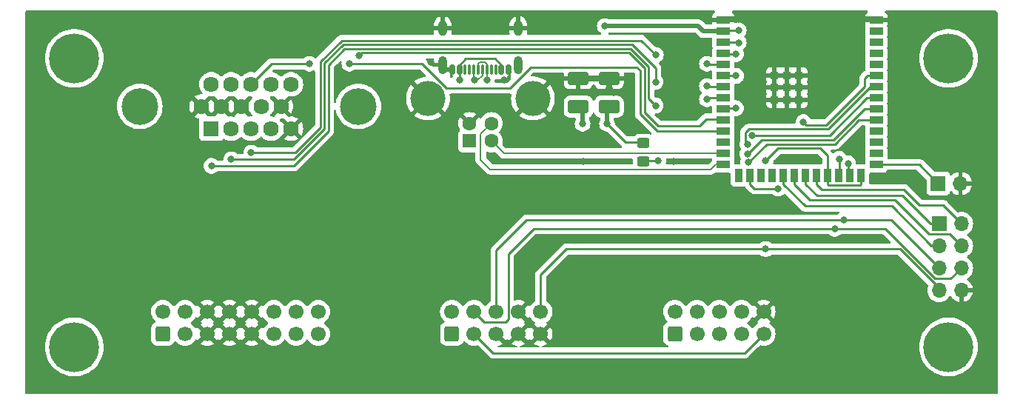
<source format=gbr>
%TF.GenerationSoftware,KiCad,Pcbnew,8.0.7*%
%TF.CreationDate,2024-12-15T13:39:27+01:00*%
%TF.ProjectId,pc1715-esp32vga,70633137-3135-42d6-9573-703332766761,2*%
%TF.SameCoordinates,Original*%
%TF.FileFunction,Copper,L1,Top*%
%TF.FilePolarity,Positive*%
%FSLAX46Y46*%
G04 Gerber Fmt 4.6, Leading zero omitted, Abs format (unit mm)*
G04 Created by KiCad (PCBNEW 8.0.7) date 2024-12-15 13:39:27*
%MOMM*%
%LPD*%
G01*
G04 APERTURE LIST*
G04 Aperture macros list*
%AMRoundRect*
0 Rectangle with rounded corners*
0 $1 Rounding radius*
0 $2 $3 $4 $5 $6 $7 $8 $9 X,Y pos of 4 corners*
0 Add a 4 corners polygon primitive as box body*
4,1,4,$2,$3,$4,$5,$6,$7,$8,$9,$2,$3,0*
0 Add four circle primitives for the rounded corners*
1,1,$1+$1,$2,$3*
1,1,$1+$1,$4,$5*
1,1,$1+$1,$6,$7*
1,1,$1+$1,$8,$9*
0 Add four rect primitives between the rounded corners*
20,1,$1+$1,$2,$3,$4,$5,0*
20,1,$1+$1,$4,$5,$6,$7,0*
20,1,$1+$1,$6,$7,$8,$9,0*
20,1,$1+$1,$8,$9,$2,$3,0*%
G04 Aperture macros list end*
%TA.AperFunction,SMDPad,CuDef*%
%ADD10RoundRect,0.150000X0.150000X0.425000X-0.150000X0.425000X-0.150000X-0.425000X0.150000X-0.425000X0*%
%TD*%
%TA.AperFunction,SMDPad,CuDef*%
%ADD11RoundRect,0.075000X0.075000X0.500000X-0.075000X0.500000X-0.075000X-0.500000X0.075000X-0.500000X0*%
%TD*%
%TA.AperFunction,ComponentPad*%
%ADD12O,1.000000X2.100000*%
%TD*%
%TA.AperFunction,ComponentPad*%
%ADD13O,1.000000X1.800000*%
%TD*%
%TA.AperFunction,SMDPad,CuDef*%
%ADD14RoundRect,0.250001X0.924999X-0.499999X0.924999X0.499999X-0.924999X0.499999X-0.924999X-0.499999X0*%
%TD*%
%TA.AperFunction,SMDPad,CuDef*%
%ADD15RoundRect,0.250000X0.450000X-0.325000X0.450000X0.325000X-0.450000X0.325000X-0.450000X-0.325000X0*%
%TD*%
%TA.AperFunction,ComponentPad*%
%ADD16C,5.700000*%
%TD*%
%TA.AperFunction,ComponentPad*%
%ADD17RoundRect,0.250000X0.600000X-0.600000X0.600000X0.600000X-0.600000X0.600000X-0.600000X-0.600000X0*%
%TD*%
%TA.AperFunction,ComponentPad*%
%ADD18C,1.700000*%
%TD*%
%TA.AperFunction,ComponentPad*%
%ADD19R,1.600000X1.600000*%
%TD*%
%TA.AperFunction,ComponentPad*%
%ADD20C,1.600000*%
%TD*%
%TA.AperFunction,ComponentPad*%
%ADD21C,4.000000*%
%TD*%
%TA.AperFunction,ComponentPad*%
%ADD22R,1.700000X1.700000*%
%TD*%
%TA.AperFunction,ComponentPad*%
%ADD23O,1.700000X1.700000*%
%TD*%
%TA.AperFunction,SMDPad,CuDef*%
%ADD24R,1.500000X0.900000*%
%TD*%
%TA.AperFunction,SMDPad,CuDef*%
%ADD25R,0.900000X1.500000*%
%TD*%
%TA.AperFunction,SMDPad,CuDef*%
%ADD26R,0.900000X0.900000*%
%TD*%
%TA.AperFunction,ComponentPad*%
%ADD27R,1.785000X1.785000*%
%TD*%
%TA.AperFunction,ComponentPad*%
%ADD28C,1.785000*%
%TD*%
%TA.AperFunction,ComponentPad*%
%ADD29C,4.196000*%
%TD*%
%TA.AperFunction,ViaPad*%
%ADD30C,0.800000*%
%TD*%
%TA.AperFunction,Conductor*%
%ADD31C,0.250000*%
%TD*%
%TA.AperFunction,Conductor*%
%ADD32C,0.700000*%
%TD*%
%TA.AperFunction,Conductor*%
%ADD33C,0.500000*%
%TD*%
%TA.AperFunction,Conductor*%
%ADD34C,0.200000*%
%TD*%
G04 APERTURE END LIST*
D10*
%TO.P,J6,A1,GND*%
%TO.N,GND*%
X115666000Y-107317000D03*
%TO.P,J6,A4,VBUS*%
%TO.N,/VBUS*%
X114866000Y-107317000D03*
D11*
%TO.P,J6,A5,CC1*%
%TO.N,unconnected-(J6-CC1-PadA5)*%
X113716000Y-107317000D03*
%TO.P,J6,A6,D+*%
%TO.N,/USB_DP*%
X112716000Y-107317000D03*
%TO.P,J6,A7,D-*%
%TO.N,/USB_DN*%
X112216000Y-107317000D03*
%TO.P,J6,A8,SBU1*%
%TO.N,unconnected-(J6-SBU1-PadA8)*%
X111216000Y-107317000D03*
D10*
%TO.P,J6,A9,VBUS*%
%TO.N,/VBUS*%
X110066000Y-107317000D03*
%TO.P,J6,A12,GND*%
%TO.N,GND*%
X109266000Y-107317000D03*
%TO.P,J6,B1,GND*%
X109266000Y-107317000D03*
%TO.P,J6,B4,VBUS*%
%TO.N,/VBUS*%
X110066000Y-107317000D03*
D11*
%TO.P,J6,B5,CC2*%
%TO.N,unconnected-(J6-CC2-PadB5)*%
X110716000Y-107317000D03*
%TO.P,J6,B6,D+*%
%TO.N,/USB_DP*%
X111716000Y-107317000D03*
%TO.P,J6,B7,D-*%
%TO.N,/USB_DN*%
X113216000Y-107317000D03*
%TO.P,J6,B8,SBU2*%
%TO.N,unconnected-(J6-SBU2-PadB8)*%
X114216000Y-107317000D03*
D10*
%TO.P,J6,B9,VBUS*%
%TO.N,/VBUS*%
X114866000Y-107317000D03*
%TO.P,J6,B12,GND*%
%TO.N,GND*%
X115666000Y-107317000D03*
D12*
%TO.P,J6,S1,SHIELD*%
X116786000Y-106742000D03*
D13*
X116786000Y-102562000D03*
D12*
X108146000Y-106742000D03*
D13*
X108146000Y-102562000D03*
%TD*%
D14*
%TO.P,C2,1*%
%TO.N,+5V*%
X123665000Y-111528000D03*
%TO.P,C2,2*%
%TO.N,GND*%
X123665000Y-108278000D03*
%TD*%
D15*
%TO.P,D2,1,K*%
%TO.N,Net-(D2-K)*%
X131100000Y-117750000D03*
%TO.P,D2,2,A*%
%TO.N,+3.3V*%
X131100000Y-115700000D03*
%TD*%
D16*
%TO.P,H1003,1*%
%TO.N,N/C*%
X166000000Y-106000000D03*
%TD*%
D17*
%TO.P,J1,1,Pin_1*%
%TO.N,/5V_VID*%
X109200000Y-137500000D03*
D18*
%TO.P,J1,2,Pin_2*%
X109200000Y-134960000D03*
%TO.P,J1,3,Pin_3*%
%TO.N,+3.3V*%
X111740000Y-137500000D03*
%TO.P,J1,4,Pin_4*%
%TO.N,/VIDEO*%
X111740000Y-134960000D03*
%TO.P,J1,5,Pin_5*%
%TO.N,GND*%
X114280000Y-137500000D03*
%TO.P,J1,6,Pin_6*%
%TO.N,/INTENS*%
X114280000Y-134960000D03*
%TO.P,J1,7,Pin_7*%
%TO.N,GND*%
X116820000Y-137500000D03*
%TO.P,J1,8,Pin_8*%
X116820000Y-134960000D03*
%TO.P,J1,9,Pin_9*%
X119360000Y-137500000D03*
%TO.P,J1,10,Pin_10*%
%TO.N,/BSYNC*%
X119360000Y-134960000D03*
%TD*%
D16*
%TO.P,H1001,1*%
%TO.N,N/C*%
X66000000Y-106000000D03*
%TD*%
D19*
%TO.P,J3,1,VBUS*%
%TO.N,/VBUS*%
X111214000Y-115445500D03*
D20*
%TO.P,J3,2,D-*%
%TO.N,/USB_DN*%
X113714000Y-115445500D03*
%TO.P,J3,3,D+*%
%TO.N,/USB_DP*%
X113714000Y-113445500D03*
%TO.P,J3,4,GND*%
%TO.N,GND*%
X111214000Y-113445500D03*
D21*
%TO.P,J3,5,Shield*%
X106464000Y-110585500D03*
X118464000Y-110585500D03*
%TD*%
D16*
%TO.P,H1002,1*%
%TO.N,N/C*%
X66000000Y-139000000D03*
%TD*%
D22*
%TO.P,J7,1,Pin_1*%
%TO.N,/TP_SPI*%
X164925000Y-124900000D03*
D23*
%TO.P,J7,2,Pin_2*%
%TO.N,/TP_CPY*%
X167465000Y-124900000D03*
%TO.P,J7,3,Pin_3*%
%TO.N,/TP_11*%
X164925000Y-127440000D03*
%TO.P,J7,4,Pin_4*%
%TO.N,/TP_12*%
X167465000Y-127440000D03*
%TO.P,J7,5,Pin_5*%
%TO.N,/INTENS*%
X164925000Y-129980000D03*
%TO.P,J7,6,Pin_6*%
%TO.N,/VIDEO*%
X167465000Y-129980000D03*
%TO.P,J7,7,Pin_7*%
%TO.N,/BSYNC*%
X164925000Y-132520000D03*
%TO.P,J7,8,Pin_8*%
%TO.N,GND*%
X167465000Y-132520000D03*
%TD*%
D24*
%TO.P,U2,1,GND*%
%TO.N,GND*%
X140250000Y-101624000D03*
%TO.P,U2,2,3V3*%
%TO.N,+3.3V*%
X140250000Y-102894000D03*
%TO.P,U2,3,EN*%
%TO.N,/RST*%
X140250000Y-104164000D03*
%TO.P,U2,4,GPIO4/TOUCH4/ADC1_CH3*%
%TO.N,/B1*%
X140250000Y-105434000D03*
%TO.P,U2,5,GPIO5/TOUCH5/ADC1_CH4*%
%TO.N,/B2*%
X140250000Y-106704000D03*
%TO.P,U2,6,GPIO6/TOUCH6/ADC1_CH5*%
%TO.N,/G1*%
X140250000Y-107974000D03*
%TO.P,U2,7,GPIO7/TOUCH7/ADC1_CH6*%
%TO.N,/G2*%
X140250000Y-109244000D03*
%TO.P,U2,8,GPIO15/U0RTS/ADC2_CH4/XTAL_32K_P*%
%TO.N,/R2*%
X140250000Y-110514000D03*
%TO.P,U2,9,GPIO16/U0CTS/ADC2_CH5/XTAL_32K_N*%
%TO.N,/R1*%
X140250000Y-111784000D03*
%TO.P,U2,10,GPIO17/U1TXD/ADC2_CH6*%
%TO.N,/VSYNC*%
X140250000Y-113054000D03*
%TO.P,U2,11,GPIO18/U1RXD/ADC2_CH7/CLK_OUT3*%
%TO.N,/HSYNC*%
X140250000Y-114324000D03*
%TO.P,U2,12,GPIO8/TOUCH8/ADC1_CH7/SUBSPICS1*%
%TO.N,unconnected-(U2-GPIO8{slash}TOUCH8{slash}ADC1_CH7{slash}SUBSPICS1-Pad12)*%
X140250000Y-115594000D03*
%TO.P,U2,13,GPIO19/U1RTS/ADC2_CH8/CLK_OUT2/USB_D-*%
%TO.N,/USB_DN*%
X140250000Y-116864000D03*
%TO.P,U2,14,GPIO20/U1CTS/ADC2_CH9/CLK_OUT1/USB_D+*%
%TO.N,/USB_DP*%
X140250000Y-118134000D03*
D25*
%TO.P,U2,15,GPIO3/TOUCH3/ADC1_CH2*%
%TO.N,unconnected-(U2-GPIO3{slash}TOUCH3{slash}ADC1_CH2-Pad15)*%
X142015000Y-119384000D03*
%TO.P,U2,16,GPIO46*%
%TO.N,Net-(U2-GPIO46)*%
X143285000Y-119384000D03*
%TO.P,U2,17,GPIO9/TOUCH9/ADC1_CH8/FSPIHD/SUBSPIHD*%
%TO.N,unconnected-(U2-GPIO9{slash}TOUCH9{slash}ADC1_CH8{slash}FSPIHD{slash}SUBSPIHD-Pad17)*%
X144555000Y-119384000D03*
%TO.P,U2,18,GPIO10/TOUCH10/ADC1_CH9/FSPICS0/FSPIIO4/SUBSPICS0*%
%TO.N,unconnected-(U2-GPIO10{slash}TOUCH10{slash}ADC1_CH9{slash}FSPICS0{slash}FSPIIO4{slash}SUBSPICS0-Pad18)*%
X145825000Y-119384000D03*
%TO.P,U2,19,GPIO11/TOUCH11/ADC2_CH0/FSPID/FSPIIO5/SUBSPID*%
%TO.N,/TP_11*%
X147095000Y-119384000D03*
%TO.P,U2,20,GPIO12/TOUCH12/ADC2_CH1/FSPICLK/FSPIIO6/SUBSPICLK*%
%TO.N,/TP_12*%
X148365000Y-119384000D03*
%TO.P,U2,21,GPIO13/TOUCH13/ADC2_CH2/FSPIQ/FSPIIO7/SUBSPIQ*%
%TO.N,/TP_SPI*%
X149635000Y-119384000D03*
%TO.P,U2,22,GPIO14/TOUCH14/ADC2_CH3/FSPIWP/FSPIDQS/SUBSPIWP*%
%TO.N,/TP_CPY*%
X150905000Y-119384000D03*
%TO.P,U2,23,GPIO21*%
%TO.N,/BSYNC*%
X152175000Y-119384000D03*
%TO.P,U2,24,GPIO47/SPICLK_P/SUBSPICLK_P_DIFF*%
%TO.N,/VIDEO*%
X153445000Y-119384000D03*
%TO.P,U2,25,GPIO48/SPICLK_N/SUBSPICLK_N_DIFF*%
%TO.N,/INTENS*%
X154715000Y-119384000D03*
%TO.P,U2,26,GPIO45*%
%TO.N,/BSYNC*%
X155985000Y-119384000D03*
D24*
%TO.P,U2,27,GPIO0/BOOT*%
%TO.N,Net-(JP1-A)*%
X157750000Y-118134000D03*
%TO.P,U2,28,SPIIO6/GPIO35/FSPID/SUBSPID*%
%TO.N,unconnected-(U2-SPIIO6{slash}GPIO35{slash}FSPID{slash}SUBSPID-Pad28)*%
X157750000Y-116864000D03*
%TO.P,U2,29,SPIIO7/GPIO36/FSPICLK/SUBSPICLK*%
%TO.N,unconnected-(U2-SPIIO7{slash}GPIO36{slash}FSPICLK{slash}SUBSPICLK-Pad29)*%
X157750000Y-115594000D03*
%TO.P,U2,30,SPIDQS/GPIO37/FSPIQ/SUBSPIQ*%
%TO.N,unconnected-(U2-SPIDQS{slash}GPIO37{slash}FSPIQ{slash}SUBSPIQ-Pad30)*%
X157750000Y-114324000D03*
%TO.P,U2,31,GPIO38/FSPIWP/SUBSPIWP*%
%TO.N,/K_LEFT*%
X157750000Y-113054000D03*
%TO.P,U2,32,MTCK/GPIO39/CLK_OUT3/SUBSPICS1*%
%TO.N,/K_UP*%
X157750000Y-111784000D03*
%TO.P,U2,33,MTDO/GPIO40/CLK_OUT2*%
%TO.N,/K_DOWN*%
X157750000Y-110514000D03*
%TO.P,U2,34,MTDI/GPIO41/CLK_OUT1*%
%TO.N,/K_RIGHT*%
X157750000Y-109244000D03*
%TO.P,U2,35,MTMS/GPIO42*%
%TO.N,Net-(U2-MTMS{slash}GPIO42)*%
X157750000Y-107974000D03*
%TO.P,U2,36,U0RXD/GPIO44/CLK_OUT2*%
%TO.N,unconnected-(U2-U0RXD{slash}GPIO44{slash}CLK_OUT2-Pad36)*%
X157750000Y-106704000D03*
%TO.P,U2,37,U0TXD/GPIO43/CLK_OUT1*%
%TO.N,unconnected-(U2-U0TXD{slash}GPIO43{slash}CLK_OUT1-Pad37)*%
X157750000Y-105434000D03*
%TO.P,U2,38,GPIO2/TOUCH2/ADC1_CH1*%
%TO.N,unconnected-(U2-GPIO2{slash}TOUCH2{slash}ADC1_CH1-Pad38)*%
X157750000Y-104164000D03*
%TO.P,U2,39,GPIO1/TOUCH1/ADC1_CH0*%
%TO.N,unconnected-(U2-GPIO1{slash}TOUCH1{slash}ADC1_CH0-Pad39)*%
X157750000Y-102894000D03*
%TO.P,U2,40,GND*%
%TO.N,GND*%
X157750000Y-101624000D03*
D26*
%TO.P,U2,41,GND*%
X146100000Y-107944000D03*
X146100000Y-109344000D03*
X146100000Y-110744000D03*
X146100000Y-110744000D03*
X147500000Y-107944000D03*
X147500000Y-107944000D03*
X147500000Y-109344000D03*
X147500000Y-110744000D03*
X148900000Y-107944000D03*
X148900000Y-109344000D03*
X148900000Y-110744000D03*
%TD*%
D17*
%TO.P,J4,1,Pin_1*%
%TO.N,/K_DOWN*%
X134700000Y-137500000D03*
D18*
%TO.P,J4,2,Pin_2*%
%TO.N,/K_RIGHT*%
X134700000Y-134960000D03*
%TO.P,J4,3,Pin_3*%
%TO.N,/K_UP*%
X137240000Y-137500000D03*
%TO.P,J4,4,Pin_4*%
%TO.N,/K_LEFT*%
X137240000Y-134960000D03*
%TO.P,J4,5,Pin_5*%
%TO.N,/L_STAT*%
X139780000Y-137500000D03*
%TO.P,J4,6,Pin_6*%
%TO.N,/L_SYNC*%
X139780000Y-134960000D03*
%TO.P,J4,7,Pin_7*%
%TO.N,/RST*%
X142320000Y-137500000D03*
%TO.P,J4,8,Pin_8*%
%TO.N,unconnected-(J4-Pin_8-Pad8)*%
X142320000Y-134960000D03*
%TO.P,J4,9,Pin_9*%
%TO.N,+3.3V*%
X144860000Y-137500000D03*
%TO.P,J4,10,Pin_10*%
%TO.N,GND*%
X144860000Y-134960000D03*
%TD*%
D16*
%TO.P,H1004,1*%
%TO.N,N/C*%
X166000000Y-139000000D03*
%TD*%
D17*
%TO.P,J5,1,Pin_1*%
%TO.N,/RED*%
X76140000Y-137500000D03*
D18*
%TO.P,J5,2,Pin_2*%
%TO.N,/GREEN*%
X76140000Y-134960000D03*
%TO.P,J5,3,Pin_3*%
%TO.N,/BLUE*%
X78680000Y-137500000D03*
%TO.P,J5,4,Pin_4*%
%TO.N,unconnected-(J5-Pin_4-Pad4)*%
X78680000Y-134960000D03*
%TO.P,J5,5,Pin_5*%
%TO.N,GND*%
X81220000Y-137500000D03*
%TO.P,J5,6,Pin_6*%
X81220000Y-134960000D03*
%TO.P,J5,7,Pin_7*%
X83760000Y-137500000D03*
%TO.P,J5,8,Pin_8*%
X83760000Y-134960000D03*
%TO.P,J5,9,Pin_9*%
X86300000Y-137500000D03*
%TO.P,J5,10,Pin_10*%
X86300000Y-134960000D03*
%TO.P,J5,11,Pin_11*%
%TO.N,unconnected-(J5-Pin_11-Pad11)*%
X88840000Y-137500000D03*
%TO.P,J5,12,Pin_12*%
%TO.N,unconnected-(J5-Pin_12-Pad12)*%
X88840000Y-134960000D03*
%TO.P,J5,13,Pin_13*%
%TO.N,/HSYNC*%
X91380000Y-137500000D03*
%TO.P,J5,14,Pin_14*%
%TO.N,/VSYNC*%
X91380000Y-134960000D03*
%TO.P,J5,15,Pin_15*%
%TO.N,unconnected-(J5-Pin_15-Pad15)*%
X93920000Y-137500000D03*
%TO.P,J5,16,Pin_16*%
%TO.N,unconnected-(J5-Pin_16-Pad16)*%
X93920000Y-134960000D03*
%TD*%
D27*
%TO.P,J2,1*%
%TO.N,/RED*%
X81685000Y-114040000D03*
D28*
%TO.P,J2,2*%
%TO.N,/GREEN*%
X83965000Y-114040000D03*
%TO.P,J2,3*%
%TO.N,/BLUE*%
X86245000Y-114040000D03*
%TO.P,J2,4*%
%TO.N,unconnected-(J2-Pad4)*%
X88525000Y-114040000D03*
%TO.P,J2,5*%
%TO.N,GND*%
X90805000Y-114040000D03*
%TO.P,J2,6*%
X80545000Y-111500000D03*
%TO.P,J2,7*%
X82825000Y-111500000D03*
%TO.P,J2,8*%
X85105000Y-111500000D03*
%TO.P,J2,9*%
%TO.N,unconnected-(J2-Pad9)*%
X87385000Y-111500000D03*
%TO.P,J2,10*%
%TO.N,GND*%
X89665000Y-111500000D03*
%TO.P,J2,11*%
%TO.N,unconnected-(J2-Pad11)*%
X81685000Y-108960000D03*
%TO.P,J2,12*%
%TO.N,unconnected-(J2-Pad12)*%
X83965000Y-108960000D03*
%TO.P,J2,13*%
%TO.N,/HSYNC*%
X86245000Y-108960000D03*
%TO.P,J2,14*%
%TO.N,/VSYNC*%
X88525000Y-108960000D03*
%TO.P,J2,15*%
%TO.N,unconnected-(J2-Pad15)*%
X90805000Y-108960000D03*
D29*
%TO.P,J2,SH1*%
%TO.N,N/C*%
X98500000Y-111500000D03*
%TO.P,J2,SH2*%
X73500000Y-111500000D03*
%TD*%
D14*
%TO.P,C1,1*%
%TO.N,+3.3V*%
X127171000Y-111528000D03*
%TO.P,C1,2*%
%TO.N,GND*%
X127171000Y-108278000D03*
%TD*%
D22*
%TO.P,JP1,1,A*%
%TO.N,Net-(JP1-A)*%
X164825000Y-120300000D03*
D23*
%TO.P,JP1,2,B*%
%TO.N,GND*%
X167365000Y-120300000D03*
%TD*%
D30*
%TO.N,/RED*%
X132500000Y-111400000D03*
X81700000Y-118300000D03*
%TO.N,/GREEN*%
X83965000Y-117548000D03*
X132500000Y-108700000D03*
%TO.N,/BLUE*%
X86245000Y-116786000D03*
X132530000Y-105610000D03*
%TO.N,/VBUS*%
X110100000Y-108500000D03*
%TO.N,GND*%
X100526000Y-131518000D03*
X155300000Y-116100000D03*
X115200000Y-108500000D03*
X146800000Y-132300000D03*
X142400000Y-122900000D03*
X102558000Y-117040000D03*
X130244000Y-113992000D03*
X109600000Y-120500000D03*
X127196000Y-109420000D03*
X76396000Y-104086000D03*
X124200000Y-120500000D03*
X117400000Y-129600000D03*
X142000000Y-101500000D03*
X147400000Y-117500000D03*
X142400000Y-126600000D03*
X68776000Y-120342000D03*
X73094000Y-131518000D03*
X161900000Y-141600000D03*
X110500000Y-129600000D03*
X142400000Y-132300000D03*
X161900000Y-111000000D03*
X68776000Y-112468000D03*
X85300000Y-120500000D03*
X120900000Y-126600000D03*
X127704000Y-109928000D03*
X132500000Y-103700000D03*
X134600000Y-120500000D03*
X151100000Y-110800000D03*
X89400000Y-120500000D03*
X124100000Y-136000000D03*
X156000000Y-101500000D03*
X152088000Y-104086000D03*
X112600000Y-101900000D03*
X82900000Y-120500000D03*
X134600000Y-117800000D03*
X156300000Y-126600000D03*
X106800000Y-106400000D03*
X124200000Y-117800000D03*
X112900000Y-129600000D03*
X169700000Y-102400000D03*
X150900000Y-117500000D03*
%TO.N,+3.3V*%
X142000000Y-102800000D03*
X126942000Y-113484000D03*
X126688000Y-102308000D03*
%TO.N,+5V*%
X124148000Y-113484000D03*
%TO.N,/HSYNC*%
X97478000Y-106626000D03*
X92906000Y-106626000D03*
%TO.N,/VSYNC*%
X98600000Y-105700000D03*
%TO.N,/USB_DN*%
X113200000Y-108500000D03*
%TO.N,/B1*%
X141700000Y-105500000D03*
%TO.N,/B2*%
X138372000Y-106626000D03*
%TO.N,/G1*%
X141700000Y-108000000D03*
%TO.N,/G2*%
X138372000Y-109166000D03*
%TO.N,/R1*%
X141700000Y-111700000D03*
%TO.N,/R2*%
X138372000Y-110690000D03*
%TO.N,/USB_DP*%
X111800000Y-108500000D03*
%TO.N,/K_LEFT*%
X143100000Y-117900000D03*
%TO.N,/K_RIGHT*%
X143000000Y-115800000D03*
%TO.N,/K_UP*%
X143000000Y-116900000D03*
%TO.N,/VIDEO*%
X153500000Y-117500000D03*
X153000000Y-125500000D03*
%TO.N,/K_DOWN*%
X143500000Y-114800000D03*
%TO.N,/INTENS*%
X154000000Y-124500000D03*
X154500000Y-118000000D03*
%TO.N,/BSYNC*%
X145100000Y-127800000D03*
X145094621Y-117696394D03*
%TO.N,/RST*%
X142000000Y-104200000D03*
%TO.N,Net-(U2-GPIO46)*%
X146500000Y-120900000D03*
%TO.N,Net-(U2-MTMS{slash}GPIO42)*%
X149400000Y-113300000D03*
%TO.N,Net-(D2-K)*%
X132800000Y-117700000D03*
%TD*%
D31*
%TO.N,/RED*%
X132500000Y-111400000D02*
X131710000Y-110610000D01*
X129676604Y-104917000D02*
X96903792Y-104917000D01*
X91100000Y-118300000D02*
X82400000Y-118300000D01*
X131710000Y-106950396D02*
X129676604Y-104917000D01*
X82400000Y-118300000D02*
X81700000Y-118300000D01*
X131710000Y-110610000D02*
X131710000Y-106950396D01*
X96903792Y-104917000D02*
X95076000Y-106744792D01*
X95076000Y-106744792D02*
X95076000Y-114324000D01*
X95076000Y-114324000D02*
X91100000Y-118300000D01*
%TO.N,/GREEN*%
X96784396Y-104400000D02*
X129796000Y-104400000D01*
X94626000Y-106558396D02*
X96784396Y-104400000D01*
X94626000Y-114058201D02*
X94626000Y-106558396D01*
X83965000Y-117548000D02*
X91136201Y-117548000D01*
X91136201Y-117548000D02*
X94626000Y-114058201D01*
X129796000Y-104400000D02*
X132500000Y-107104000D01*
X132500000Y-107104000D02*
X132500000Y-108700000D01*
%TO.N,/BLUE*%
X132530000Y-105610000D02*
X130870000Y-103950000D01*
X130870000Y-103950000D02*
X96598000Y-103950000D01*
X94176000Y-106372000D02*
X94176000Y-113871805D01*
X96598000Y-103950000D02*
X94176000Y-106372000D01*
X94176000Y-113871805D02*
X91261805Y-116786000D01*
X91261805Y-116786000D02*
X86245000Y-116786000D01*
%TO.N,/VBUS*%
X110100000Y-107351000D02*
X110066000Y-107317000D01*
X114141051Y-106017000D02*
X114866000Y-106741949D01*
X110790949Y-106017000D02*
X114141051Y-106017000D01*
X110100000Y-108500000D02*
X110100000Y-107351000D01*
X114866000Y-106741949D02*
X114866000Y-107317000D01*
X110066000Y-106741949D02*
X110790949Y-106017000D01*
X110066000Y-107317000D02*
X110066000Y-106741949D01*
D32*
%TO.N,GND*%
X157626000Y-101500000D02*
X157750000Y-101624000D01*
X142010000Y-101490000D02*
X155990000Y-101490000D01*
X123665000Y-108278000D02*
X127171000Y-108278000D01*
X140374000Y-101500000D02*
X140250000Y-101624000D01*
X142000000Y-101500000D02*
X140374000Y-101500000D01*
X156000000Y-101500000D02*
X156010000Y-101490000D01*
X127171000Y-108278000D02*
X127171000Y-109395000D01*
X156000000Y-101500000D02*
X157626000Y-101500000D01*
X142000000Y-101500000D02*
X142010000Y-101490000D01*
X155990000Y-101490000D02*
X156000000Y-101500000D01*
X141990000Y-101490000D02*
X142000000Y-101500000D01*
X127171000Y-109395000D02*
X127196000Y-109420000D01*
D33*
%TO.N,+3.3V*%
X126942000Y-113484000D02*
X126942000Y-111757000D01*
X137942000Y-102894000D02*
X140250000Y-102894000D01*
X140160000Y-102850000D02*
X140250000Y-102760000D01*
D31*
X113940000Y-139700000D02*
X111740000Y-137500000D01*
X126942000Y-113484000D02*
X129033000Y-115575000D01*
X144860000Y-137500000D02*
X142660000Y-139700000D01*
D33*
X137356000Y-102308000D02*
X137942000Y-102894000D01*
X126942000Y-111757000D02*
X127171000Y-111528000D01*
D31*
X140344000Y-102800000D02*
X140250000Y-102894000D01*
X129033000Y-115575000D02*
X131100000Y-115575000D01*
X142000000Y-102800000D02*
X140344000Y-102800000D01*
D33*
X126688000Y-102308000D02*
X137356000Y-102308000D01*
D31*
X142660000Y-139700000D02*
X113940000Y-139700000D01*
D33*
%TO.N,+5V*%
X124148000Y-112011000D02*
X123665000Y-111528000D01*
X124148000Y-113484000D02*
X124148000Y-112011000D01*
D31*
%TO.N,/HSYNC*%
X130752000Y-107388000D02*
X130364000Y-107000000D01*
X130364000Y-107000000D02*
X118244726Y-107000000D01*
X108566547Y-109400000D02*
X105792547Y-106626000D01*
X105792547Y-106626000D02*
X97478000Y-106626000D01*
X115844726Y-109400000D02*
X108566547Y-109400000D01*
X132724299Y-114324000D02*
X130752000Y-112351701D01*
X140250000Y-114324000D02*
X132724299Y-114324000D01*
X130752000Y-112351701D02*
X130752000Y-107388000D01*
X118244726Y-107000000D02*
X115844726Y-109400000D01*
X88579000Y-106626000D02*
X86245000Y-108960000D01*
X92906000Y-106626000D02*
X88579000Y-106626000D01*
%TO.N,/VSYNC*%
X129490208Y-105367000D02*
X130561604Y-106438396D01*
X98933000Y-105367000D02*
X98600000Y-105700000D01*
X138320000Y-112920000D02*
X140250000Y-112920000D01*
X131260000Y-112223305D02*
X131260000Y-107136792D01*
X88846806Y-108960000D02*
X88525000Y-108960000D01*
X131260000Y-107136792D02*
X130561604Y-106438396D01*
X99100000Y-105367000D02*
X129490208Y-105367000D01*
X137500000Y-113740000D02*
X138320000Y-112920000D01*
X137500000Y-113740000D02*
X132776695Y-113740000D01*
X132776695Y-113740000D02*
X131260000Y-112223305D01*
X99100000Y-105367000D02*
X98933000Y-105367000D01*
D34*
%TO.N,/USB_DN*%
X112948410Y-106442000D02*
X112358000Y-106442000D01*
X113200000Y-107333000D02*
X113216000Y-107317000D01*
X140328000Y-116786000D02*
X140250000Y-116864000D01*
X112358000Y-106442000D02*
X112216000Y-106584000D01*
X113200000Y-108500000D02*
X113200000Y-107333000D01*
X113714000Y-115445500D02*
X115132500Y-116864000D01*
X116100000Y-116864000D02*
X140250000Y-116864000D01*
X113216000Y-106709590D02*
X112948410Y-106442000D01*
X115132500Y-116864000D02*
X116100000Y-116864000D01*
X113216000Y-107317000D02*
X113216000Y-106709590D01*
X112216000Y-106584000D02*
X112216000Y-107317000D01*
D31*
%TO.N,/B1*%
X141700000Y-105500000D02*
X140316000Y-105500000D01*
X140316000Y-105500000D02*
X140250000Y-105434000D01*
%TO.N,/B2*%
X138450000Y-106704000D02*
X138372000Y-106626000D01*
X140250000Y-106704000D02*
X138450000Y-106704000D01*
%TO.N,/G1*%
X140276000Y-108000000D02*
X140250000Y-107974000D01*
X141700000Y-108000000D02*
X140276000Y-108000000D01*
%TO.N,/G2*%
X140250000Y-109244000D02*
X138450000Y-109244000D01*
X138450000Y-109244000D02*
X138372000Y-109166000D01*
%TO.N,/R1*%
X141700000Y-111700000D02*
X140334000Y-111700000D01*
X140334000Y-111700000D02*
X140250000Y-111784000D01*
%TO.N,/R2*%
X140250000Y-110514000D02*
X138548000Y-110514000D01*
X138548000Y-110514000D02*
X138372000Y-110690000D01*
%TO.N,/TP_11*%
X159500000Y-122900000D02*
X149611000Y-122900000D01*
X164040000Y-127440000D02*
X159500000Y-122900000D01*
X147095000Y-120384000D02*
X147095000Y-119384000D01*
X164925000Y-127440000D02*
X164040000Y-127440000D01*
X149611000Y-122900000D02*
X147095000Y-120384000D01*
D34*
%TO.N,/USB_DP*%
X111716000Y-108416000D02*
X111716000Y-107317000D01*
X140074000Y-118310000D02*
X140250000Y-118134000D01*
X112140410Y-108500000D02*
X111800000Y-108500000D01*
X138800000Y-118700000D02*
X113600000Y-118700000D01*
X112716000Y-107924410D02*
X112140410Y-108500000D01*
X139366000Y-118134000D02*
X138800000Y-118700000D01*
X111800000Y-108500000D02*
X111716000Y-108416000D01*
X112500000Y-114659500D02*
X113714000Y-113445500D01*
X140250000Y-118134000D02*
X139366000Y-118134000D01*
X112716000Y-107317000D02*
X112716000Y-107924410D01*
X113600000Y-118700000D02*
X112500000Y-117600000D01*
X112500000Y-117600000D02*
X112500000Y-114659500D01*
D31*
%TO.N,/K_LEFT*%
X155746000Y-113054000D02*
X157750000Y-113054000D01*
X145200000Y-115800000D02*
X153000000Y-115800000D01*
X143100000Y-117900000D02*
X145200000Y-115800000D01*
X153000000Y-115800000D02*
X155746000Y-113054000D01*
%TO.N,/K_RIGHT*%
X142775000Y-114499695D02*
X143199695Y-114075000D01*
X157056000Y-109244000D02*
X157750000Y-109244000D01*
X152225000Y-114075000D02*
X157056000Y-109244000D01*
X143199695Y-114075000D02*
X152225000Y-114075000D01*
X143000000Y-115800000D02*
X143000000Y-115724695D01*
X142775000Y-115499695D02*
X142775000Y-114499695D01*
X143000000Y-115724695D02*
X142775000Y-115499695D01*
%TO.N,/K_UP*%
X144600000Y-115300000D02*
X152863604Y-115300000D01*
X143000000Y-116900000D02*
X144600000Y-115300000D01*
X156379604Y-111784000D02*
X157750000Y-111784000D01*
X152863604Y-115300000D02*
X156379604Y-111784000D01*
%TO.N,/VIDEO*%
X153000000Y-125500000D02*
X152950000Y-125450000D01*
X115365000Y-136135000D02*
X112915000Y-136135000D01*
X115645000Y-128355000D02*
X115645000Y-135855000D01*
X152950000Y-125450000D02*
X118550000Y-125450000D01*
X153500000Y-117500000D02*
X153500000Y-119195000D01*
X153000000Y-125500000D02*
X158783299Y-125500000D01*
X118550000Y-125450000D02*
X115645000Y-128355000D01*
X153500000Y-119195000D02*
X153445000Y-119250000D01*
X115645000Y-135855000D02*
X115365000Y-136135000D01*
X164483299Y-131200000D02*
X166245000Y-131200000D01*
X112915000Y-136135000D02*
X111740000Y-134960000D01*
X158783299Y-125500000D02*
X164483299Y-131200000D01*
X166245000Y-131200000D02*
X167465000Y-129980000D01*
%TO.N,/K_DOWN*%
X156686000Y-110514000D02*
X157750000Y-110514000D01*
X152400000Y-114800000D02*
X156686000Y-110514000D01*
X143500000Y-114800000D02*
X152400000Y-114800000D01*
%TO.N,/INTENS*%
X154500000Y-118000000D02*
X154500000Y-119035000D01*
X164925000Y-129980000D02*
X159445000Y-124500000D01*
X154500000Y-119035000D02*
X154715000Y-119250000D01*
X117712500Y-124500000D02*
X114280000Y-127932500D01*
X154000000Y-124500000D02*
X117712500Y-124500000D01*
X114280000Y-127932500D02*
X114280000Y-134960000D01*
X159445000Y-124500000D02*
X154000000Y-124500000D01*
%TO.N,/BSYNC*%
X152175000Y-117149695D02*
X152175000Y-119250000D01*
X160446903Y-127800000D02*
X145100000Y-127800000D01*
X152259000Y-120459000D02*
X152175000Y-120375000D01*
X152175000Y-120375000D02*
X152175000Y-119384000D01*
X164925000Y-132520000D02*
X164925000Y-132278097D01*
X155910000Y-120459000D02*
X152259000Y-120459000D01*
X164925000Y-132278097D02*
X160446903Y-127800000D01*
X145094621Y-117696394D02*
X146516015Y-116275000D01*
X122260000Y-127800000D02*
X119360000Y-130700000D01*
X145100000Y-127800000D02*
X122260000Y-127800000D01*
X151300305Y-116275000D02*
X152175000Y-117149695D01*
X155985000Y-119384000D02*
X155985000Y-120384000D01*
X146516015Y-116275000D02*
X151300305Y-116275000D01*
X119360000Y-130700000D02*
X119360000Y-134960000D01*
X155985000Y-120384000D02*
X155910000Y-120459000D01*
%TO.N,/TP_CPY*%
X165365000Y-122800000D02*
X167465000Y-124900000D01*
X150905000Y-119384000D02*
X150905000Y-120384000D01*
X151000000Y-119155000D02*
X150905000Y-119250000D01*
X160900000Y-121000000D02*
X162700000Y-122800000D01*
X162700000Y-122800000D02*
X165365000Y-122800000D01*
X151521000Y-121000000D02*
X160900000Y-121000000D01*
X150905000Y-120384000D02*
X151521000Y-121000000D01*
%TO.N,/TP_SPI*%
X163900000Y-124900000D02*
X164925000Y-124900000D01*
X150951000Y-121700000D02*
X160700000Y-121700000D01*
X160700000Y-121700000D02*
X163900000Y-124900000D01*
X149500000Y-119115000D02*
X149635000Y-119250000D01*
X149635000Y-120384000D02*
X150951000Y-121700000D01*
X149635000Y-119384000D02*
X149635000Y-120384000D01*
%TO.N,/TP_12*%
X166100000Y-126075000D02*
X163775000Y-126075000D01*
X159850000Y-122150000D02*
X150131000Y-122150000D01*
X150131000Y-122150000D02*
X148365000Y-120384000D01*
X167465000Y-127440000D02*
X166100000Y-126075000D01*
X148365000Y-120384000D02*
X148365000Y-119384000D01*
X163775000Y-126075000D02*
X159850000Y-122150000D01*
%TO.N,/RST*%
X141964000Y-104164000D02*
X142000000Y-104200000D01*
X140250000Y-104164000D02*
X141964000Y-104164000D01*
%TO.N,Net-(JP1-A)*%
X162659000Y-118134000D02*
X164825000Y-120300000D01*
X157750000Y-118134000D02*
X157270396Y-118134000D01*
X157750000Y-118134000D02*
X162659000Y-118134000D01*
%TO.N,Net-(U2-GPIO46)*%
X143285000Y-119384000D02*
X143285000Y-120384000D01*
X143801000Y-120900000D02*
X146500000Y-120900000D01*
X143285000Y-120384000D02*
X143801000Y-120900000D01*
%TO.N,Net-(U2-MTMS{slash}GPIO42)*%
X152038604Y-113625000D02*
X149725000Y-113625000D01*
X156750000Y-107974000D02*
X156400000Y-108324000D01*
X156400000Y-109263604D02*
X152038604Y-113625000D01*
X157750000Y-107974000D02*
X156750000Y-107974000D01*
X149725000Y-113625000D02*
X149400000Y-113300000D01*
X156400000Y-108324000D02*
X156400000Y-109263604D01*
%TO.N,Net-(D2-K)*%
X131175000Y-117700000D02*
X131100000Y-117625000D01*
X132800000Y-117700000D02*
X131175000Y-117700000D01*
%TD*%
%TA.AperFunction,Conductor*%
%TO.N,GND*%
G36*
X116354075Y-137692993D02*
G01*
X116419901Y-137807007D01*
X116512993Y-137900099D01*
X116627007Y-137965925D01*
X116690591Y-137982962D01*
X116058626Y-138614926D01*
X116142417Y-138673598D01*
X116142421Y-138673600D01*
X116356507Y-138773429D01*
X116356516Y-138773433D01*
X116570333Y-138830725D01*
X116629994Y-138867090D01*
X116660523Y-138929937D01*
X116652228Y-138999312D01*
X116607743Y-139053190D01*
X116541191Y-139074465D01*
X116538240Y-139074500D01*
X114561760Y-139074500D01*
X114494721Y-139054815D01*
X114448966Y-139002011D01*
X114439022Y-138932853D01*
X114468047Y-138869297D01*
X114526825Y-138831523D01*
X114529667Y-138830725D01*
X114743483Y-138773433D01*
X114743492Y-138773429D01*
X114957580Y-138673599D01*
X115041371Y-138614925D01*
X114409408Y-137982962D01*
X114472993Y-137965925D01*
X114587007Y-137900099D01*
X114680099Y-137807007D01*
X114745925Y-137692993D01*
X114762962Y-137629408D01*
X115394925Y-138261371D01*
X115448426Y-138184968D01*
X115503004Y-138141344D01*
X115572502Y-138134152D01*
X115634856Y-138165675D01*
X115651575Y-138184969D01*
X115705073Y-138261372D01*
X116337037Y-137629407D01*
X116354075Y-137692993D01*
G37*
%TD.AperFunction*%
%TA.AperFunction,Conductor*%
G36*
X118894075Y-137692993D02*
G01*
X118959901Y-137807007D01*
X119052993Y-137900099D01*
X119167007Y-137965925D01*
X119230591Y-137982962D01*
X118598626Y-138614926D01*
X118682417Y-138673598D01*
X118682421Y-138673600D01*
X118896507Y-138773429D01*
X118896516Y-138773433D01*
X119110333Y-138830725D01*
X119169994Y-138867090D01*
X119200523Y-138929937D01*
X119192228Y-138999312D01*
X119147743Y-139053190D01*
X119081191Y-139074465D01*
X119078240Y-139074500D01*
X117101760Y-139074500D01*
X117034721Y-139054815D01*
X116988966Y-139002011D01*
X116979022Y-138932853D01*
X117008047Y-138869297D01*
X117066825Y-138831523D01*
X117069667Y-138830725D01*
X117283483Y-138773433D01*
X117283492Y-138773429D01*
X117497580Y-138673599D01*
X117581371Y-138614925D01*
X116949408Y-137982962D01*
X117012993Y-137965925D01*
X117127007Y-137900099D01*
X117220099Y-137807007D01*
X117285925Y-137692993D01*
X117302962Y-137629408D01*
X117934925Y-138261371D01*
X117988426Y-138184968D01*
X118043004Y-138141344D01*
X118112502Y-138134152D01*
X118174856Y-138165675D01*
X118191575Y-138184969D01*
X118245073Y-138261372D01*
X118877037Y-137629408D01*
X118894075Y-137692993D01*
G37*
%TD.AperFunction*%
%TA.AperFunction,Conductor*%
G36*
X117934925Y-135721371D02*
G01*
X117988120Y-135645404D01*
X118042697Y-135601780D01*
X118112196Y-135594588D01*
X118174550Y-135626111D01*
X118191268Y-135645404D01*
X118321505Y-135831401D01*
X118488599Y-135998495D01*
X118597754Y-136074926D01*
X118674595Y-136128731D01*
X118718219Y-136183308D01*
X118725412Y-136252807D01*
X118693890Y-136315161D01*
X118674594Y-136331881D01*
X118598627Y-136385073D01*
X118598626Y-136385073D01*
X119230591Y-137017037D01*
X119167007Y-137034075D01*
X119052993Y-137099901D01*
X118959901Y-137192993D01*
X118894075Y-137307007D01*
X118877037Y-137370590D01*
X118245073Y-136738626D01*
X118245073Y-136738627D01*
X118191575Y-136815031D01*
X118136999Y-136858656D01*
X118067500Y-136865850D01*
X118005145Y-136834327D01*
X117988425Y-136815032D01*
X117934925Y-136738626D01*
X117302962Y-137370590D01*
X117285925Y-137307007D01*
X117220099Y-137192993D01*
X117127007Y-137099901D01*
X117012993Y-137034075D01*
X116949407Y-137017037D01*
X117581372Y-136385073D01*
X117504969Y-136331575D01*
X117461344Y-136276998D01*
X117454152Y-136207499D01*
X117485674Y-136145144D01*
X117504968Y-136128426D01*
X117581371Y-136074925D01*
X116949408Y-135442962D01*
X117012993Y-135425925D01*
X117127007Y-135360099D01*
X117220099Y-135267007D01*
X117285925Y-135152993D01*
X117302962Y-135089408D01*
X117934925Y-135721371D01*
G37*
%TD.AperFunction*%
%TA.AperFunction,Conductor*%
G36*
X144394075Y-135152993D02*
G01*
X144459901Y-135267007D01*
X144552993Y-135360099D01*
X144667007Y-135425925D01*
X144730591Y-135442962D01*
X144098627Y-136074925D01*
X144174595Y-136128119D01*
X144218219Y-136182696D01*
X144225412Y-136252195D01*
X144193890Y-136314549D01*
X144174595Y-136331269D01*
X143988594Y-136461508D01*
X143821505Y-136628597D01*
X143691575Y-136814158D01*
X143636998Y-136857783D01*
X143567500Y-136864977D01*
X143505145Y-136833454D01*
X143488425Y-136814158D01*
X143358494Y-136628597D01*
X143191402Y-136461506D01*
X143191396Y-136461501D01*
X143005842Y-136331575D01*
X142962217Y-136276998D01*
X142955023Y-136207500D01*
X142986546Y-136145145D01*
X143005842Y-136128425D01*
X143135766Y-136037451D01*
X143191401Y-135998495D01*
X143358495Y-135831401D01*
X143488730Y-135645405D01*
X143543307Y-135601781D01*
X143612805Y-135594587D01*
X143675160Y-135626110D01*
X143691879Y-135645405D01*
X143745072Y-135721372D01*
X143745073Y-135721372D01*
X144377037Y-135089408D01*
X144394075Y-135152993D01*
G37*
%TD.AperFunction*%
%TA.AperFunction,Conductor*%
G36*
X152318271Y-126095185D02*
G01*
X152343382Y-126116528D01*
X152394129Y-126172888D01*
X152394135Y-126172893D01*
X152547265Y-126284148D01*
X152547270Y-126284151D01*
X152720192Y-126361142D01*
X152720197Y-126361144D01*
X152905354Y-126400500D01*
X152905355Y-126400500D01*
X153094644Y-126400500D01*
X153094646Y-126400500D01*
X153279803Y-126361144D01*
X153452730Y-126284151D01*
X153605871Y-126172888D01*
X153608788Y-126169647D01*
X153611600Y-126166526D01*
X153671087Y-126129879D01*
X153703748Y-126125500D01*
X158472847Y-126125500D01*
X158539886Y-126145185D01*
X158560528Y-126161819D01*
X159361528Y-126962819D01*
X159395013Y-127024142D01*
X159390029Y-127093834D01*
X159348157Y-127149767D01*
X159282693Y-127174184D01*
X159273847Y-127174500D01*
X145803748Y-127174500D01*
X145736709Y-127154815D01*
X145711600Y-127133474D01*
X145705873Y-127127114D01*
X145705869Y-127127110D01*
X145552734Y-127015851D01*
X145552729Y-127015848D01*
X145379807Y-126938857D01*
X145379802Y-126938855D01*
X145234001Y-126907865D01*
X145194646Y-126899500D01*
X145005354Y-126899500D01*
X144972897Y-126906398D01*
X144820197Y-126938855D01*
X144820192Y-126938857D01*
X144647270Y-127015848D01*
X144647265Y-127015851D01*
X144494130Y-127127110D01*
X144494126Y-127127114D01*
X144488400Y-127133474D01*
X144428913Y-127170121D01*
X144396252Y-127174500D01*
X122198389Y-127174500D01*
X122137971Y-127186518D01*
X122094743Y-127195116D01*
X122077546Y-127198537D01*
X121963712Y-127245689D01*
X121963706Y-127245693D01*
X121861266Y-127314142D01*
X121861262Y-127314145D01*
X118961269Y-130214140D01*
X118874144Y-130301264D01*
X118874138Y-130301272D01*
X118805690Y-130403708D01*
X118805688Y-130403713D01*
X118789141Y-130443662D01*
X118758538Y-130517544D01*
X118758535Y-130517556D01*
X118734500Y-130638389D01*
X118734500Y-133684773D01*
X118714815Y-133751812D01*
X118681623Y-133786348D01*
X118488597Y-133921505D01*
X118321508Y-134088594D01*
X118191269Y-134274595D01*
X118136692Y-134318219D01*
X118067193Y-134325412D01*
X118004839Y-134293890D01*
X117988119Y-134274595D01*
X117934925Y-134198626D01*
X117302962Y-134830590D01*
X117285925Y-134767007D01*
X117220099Y-134652993D01*
X117127007Y-134559901D01*
X117012993Y-134494075D01*
X116949408Y-134477037D01*
X117581372Y-133845073D01*
X117497576Y-133786398D01*
X117283492Y-133686570D01*
X117283483Y-133686566D01*
X117055326Y-133625432D01*
X117055315Y-133625430D01*
X116820002Y-133604843D01*
X116819998Y-133604843D01*
X116584684Y-133625430D01*
X116584673Y-133625432D01*
X116426593Y-133667789D01*
X116356743Y-133666126D01*
X116298881Y-133626963D01*
X116271377Y-133562734D01*
X116270500Y-133548014D01*
X116270500Y-128665452D01*
X116290185Y-128598413D01*
X116306819Y-128577771D01*
X118772772Y-126111819D01*
X118834095Y-126078334D01*
X118860453Y-126075500D01*
X152251232Y-126075500D01*
X152318271Y-126095185D01*
G37*
%TD.AperFunction*%
%TA.AperFunction,Conductor*%
G36*
X151056892Y-116920185D02*
G01*
X151077534Y-116936819D01*
X151513181Y-117372466D01*
X151546666Y-117433789D01*
X151549500Y-117460147D01*
X151549500Y-118011218D01*
X151529815Y-118078257D01*
X151477011Y-118124012D01*
X151412250Y-118134508D01*
X151408975Y-118134156D01*
X151402873Y-118133500D01*
X151402870Y-118133500D01*
X150407129Y-118133500D01*
X150407123Y-118133501D01*
X150347518Y-118139908D01*
X150313331Y-118152659D01*
X150243639Y-118157642D01*
X150226669Y-118152659D01*
X150192480Y-118139908D01*
X150192482Y-118139908D01*
X150132883Y-118133501D01*
X150132881Y-118133500D01*
X150132873Y-118133500D01*
X150132864Y-118133500D01*
X149137129Y-118133500D01*
X149137123Y-118133501D01*
X149077518Y-118139908D01*
X149043331Y-118152659D01*
X148973639Y-118157642D01*
X148956669Y-118152659D01*
X148922480Y-118139908D01*
X148922482Y-118139908D01*
X148862883Y-118133501D01*
X148862881Y-118133500D01*
X148862873Y-118133500D01*
X148862864Y-118133500D01*
X147867129Y-118133500D01*
X147867123Y-118133501D01*
X147807518Y-118139908D01*
X147773331Y-118152659D01*
X147703639Y-118157642D01*
X147686669Y-118152659D01*
X147652480Y-118139908D01*
X147652482Y-118139908D01*
X147592883Y-118133501D01*
X147592881Y-118133500D01*
X147592873Y-118133500D01*
X147592864Y-118133500D01*
X146597129Y-118133500D01*
X146597123Y-118133501D01*
X146537518Y-118139908D01*
X146503331Y-118152659D01*
X146433639Y-118157642D01*
X146416669Y-118152659D01*
X146382480Y-118139908D01*
X146382482Y-118139908D01*
X146322883Y-118133501D01*
X146322881Y-118133500D01*
X146322873Y-118133500D01*
X146322865Y-118133500D01*
X146070110Y-118133500D01*
X146003071Y-118113815D01*
X145957316Y-118061011D01*
X145947372Y-117991853D01*
X145952179Y-117971182D01*
X145965002Y-117931716D01*
X145980295Y-117884650D01*
X145997942Y-117716738D01*
X146024525Y-117652128D01*
X146033571Y-117642033D01*
X146738787Y-116936819D01*
X146800110Y-116903334D01*
X146826468Y-116900500D01*
X150989853Y-116900500D01*
X151056892Y-116920185D01*
G37*
%TD.AperFunction*%
%TA.AperFunction,Conductor*%
G36*
X156444258Y-113699185D02*
G01*
X156490013Y-113751989D01*
X156500507Y-113816756D01*
X156499500Y-113826127D01*
X156499500Y-113826129D01*
X156499500Y-114821870D01*
X156499501Y-114821876D01*
X156505908Y-114881481D01*
X156518659Y-114915669D01*
X156523642Y-114985361D01*
X156518659Y-115002331D01*
X156505908Y-115036518D01*
X156502483Y-115068378D01*
X156499501Y-115096123D01*
X156499500Y-115096135D01*
X156499500Y-116091870D01*
X156499501Y-116091876D01*
X156505908Y-116151481D01*
X156518659Y-116185669D01*
X156523642Y-116255361D01*
X156518659Y-116272331D01*
X156505908Y-116306518D01*
X156499501Y-116366116D01*
X156499501Y-116366123D01*
X156499500Y-116366135D01*
X156499500Y-117361870D01*
X156499501Y-117361876D01*
X156505908Y-117421481D01*
X156518659Y-117455669D01*
X156523642Y-117525361D01*
X156518659Y-117542331D01*
X156505908Y-117576518D01*
X156499785Y-117633474D01*
X156499501Y-117636123D01*
X156499500Y-117636135D01*
X156499500Y-118009500D01*
X156479815Y-118076539D01*
X156427011Y-118122294D01*
X156375500Y-118133500D01*
X155529144Y-118133500D01*
X155462105Y-118113815D01*
X155416350Y-118061011D01*
X155407455Y-118006499D01*
X155405460Y-118006499D01*
X155405460Y-118000002D01*
X155405096Y-117996540D01*
X155385674Y-117811744D01*
X155327179Y-117631716D01*
X155232533Y-117467784D01*
X155105871Y-117327112D01*
X155068421Y-117299903D01*
X154952734Y-117215851D01*
X154952729Y-117215848D01*
X154779807Y-117138857D01*
X154779802Y-117138855D01*
X154597840Y-117100179D01*
X154594646Y-117099500D01*
X154405354Y-117099500D01*
X154405349Y-117099500D01*
X154398886Y-117100179D01*
X154398703Y-117098440D01*
X154337586Y-117093763D01*
X154281862Y-117051613D01*
X154274111Y-117039799D01*
X154260246Y-117015784D01*
X154232533Y-116967784D01*
X154105871Y-116827112D01*
X154105870Y-116827111D01*
X153952734Y-116715851D01*
X153952729Y-116715848D01*
X153779807Y-116638857D01*
X153779802Y-116638855D01*
X153611333Y-116603047D01*
X153594646Y-116599500D01*
X153405354Y-116599500D01*
X153405353Y-116599500D01*
X153285444Y-116624987D01*
X153231745Y-116620889D01*
X153207594Y-116644196D01*
X153200549Y-116647603D01*
X153047270Y-116715848D01*
X153047265Y-116715851D01*
X152894131Y-116827110D01*
X152889300Y-116831460D01*
X152887939Y-116829948D01*
X152836609Y-116861562D01*
X152766752Y-116860222D01*
X152708709Y-116821328D01*
X152700860Y-116810828D01*
X152660858Y-116750962D01*
X152660855Y-116750958D01*
X152547078Y-116637181D01*
X152513593Y-116575858D01*
X152518577Y-116506166D01*
X152560449Y-116450233D01*
X152625913Y-116425816D01*
X152634759Y-116425500D01*
X153061607Y-116425500D01*
X153122029Y-116413481D01*
X153125915Y-116412708D01*
X153177774Y-116417346D01*
X153200756Y-116394583D01*
X153212207Y-116389138D01*
X153214134Y-116388339D01*
X153225785Y-116383513D01*
X153225788Y-116383513D01*
X153248373Y-116374157D01*
X153296286Y-116354312D01*
X153362636Y-116309977D01*
X153398733Y-116285858D01*
X153485858Y-116198733D01*
X153485858Y-116198731D01*
X153496066Y-116188524D01*
X153496067Y-116188521D01*
X155968772Y-113715819D01*
X156030095Y-113682334D01*
X156056453Y-113679500D01*
X156377219Y-113679500D01*
X156444258Y-113699185D01*
G37*
%TD.AperFunction*%
%TA.AperFunction,Conductor*%
G36*
X113262268Y-116670859D02*
G01*
X113262274Y-116670838D01*
X113263624Y-116671199D01*
X113266934Y-116672031D01*
X113267498Y-116672236D01*
X113267504Y-116672239D01*
X113487308Y-116731135D01*
X113649230Y-116745301D01*
X113713998Y-116750968D01*
X113714000Y-116750968D01*
X113714002Y-116750968D01*
X113770807Y-116745998D01*
X113940692Y-116731135D01*
X114036932Y-116705347D01*
X114106781Y-116707010D01*
X114156706Y-116737441D01*
X114647639Y-117228374D01*
X114647649Y-117228385D01*
X114651979Y-117232715D01*
X114651980Y-117232716D01*
X114763784Y-117344520D01*
X114838164Y-117387463D01*
X114900715Y-117423577D01*
X115053443Y-117464501D01*
X115053446Y-117464501D01*
X115219153Y-117464501D01*
X115219169Y-117464500D01*
X116020943Y-117464500D01*
X129775500Y-117464500D01*
X129842539Y-117484185D01*
X129888294Y-117536989D01*
X129899500Y-117588500D01*
X129899501Y-117975500D01*
X129879817Y-118042539D01*
X129827013Y-118088294D01*
X129775501Y-118099500D01*
X113900097Y-118099500D01*
X113833058Y-118079815D01*
X113812416Y-118063181D01*
X113136819Y-117387584D01*
X113103334Y-117326261D01*
X113100500Y-117299903D01*
X113100500Y-116788544D01*
X113120185Y-116721505D01*
X113172989Y-116675750D01*
X113242147Y-116665806D01*
X113262268Y-116670859D01*
G37*
%TD.AperFunction*%
%TA.AperFunction,Conductor*%
G36*
X138946945Y-117484185D02*
G01*
X138992700Y-117536989D01*
X139003195Y-117601762D01*
X139002352Y-117609599D01*
X138975610Y-117674148D01*
X138966745Y-117684017D01*
X138885481Y-117765283D01*
X138885480Y-117765284D01*
X138885478Y-117765286D01*
X138719043Y-117931722D01*
X138587584Y-118063181D01*
X138526261Y-118096666D01*
X138499903Y-118099500D01*
X133787708Y-118099500D01*
X133720669Y-118079815D01*
X133674914Y-118027011D01*
X133664970Y-117957853D01*
X133669777Y-117937182D01*
X133671553Y-117931715D01*
X133685674Y-117888256D01*
X133705460Y-117700000D01*
X133695103Y-117601459D01*
X133707673Y-117532732D01*
X133755405Y-117481708D01*
X133818424Y-117464500D01*
X138879906Y-117464500D01*
X138946945Y-117484185D01*
G37*
%TD.AperFunction*%
%TA.AperFunction,Conductor*%
G36*
X89948540Y-112845833D02*
G01*
X89992887Y-112874334D01*
X90598023Y-113479469D01*
X90575339Y-113485548D01*
X90439662Y-113563882D01*
X90328882Y-113674662D01*
X90250548Y-113810339D01*
X90244469Y-113833023D01*
X89703333Y-113291887D01*
X89687205Y-113272028D01*
X89680756Y-113262157D01*
X89628040Y-113181469D01*
X89553486Y-113100482D01*
X89522565Y-113037828D01*
X89530425Y-112968402D01*
X89574572Y-112914247D01*
X89640990Y-112892556D01*
X89644717Y-112892500D01*
X89780384Y-112892500D01*
X89780390Y-112892499D01*
X89803160Y-112888698D01*
X89817525Y-112874334D01*
X89878848Y-112840849D01*
X89948540Y-112845833D01*
G37*
%TD.AperFunction*%
%TA.AperFunction,Conductor*%
G36*
X137060809Y-103078185D02*
G01*
X137081451Y-103094819D01*
X137463580Y-103476948D01*
X137463584Y-103476951D01*
X137586498Y-103559080D01*
X137586511Y-103559087D01*
X137701021Y-103606518D01*
X137723087Y-103615658D01*
X137723091Y-103615658D01*
X137723092Y-103615659D01*
X137868079Y-103644500D01*
X137868082Y-103644500D01*
X138015917Y-103644500D01*
X138875500Y-103644500D01*
X138942539Y-103664185D01*
X138988294Y-103716989D01*
X138999500Y-103768500D01*
X138999500Y-104661870D01*
X138999501Y-104661876D01*
X139005908Y-104721481D01*
X139018659Y-104755669D01*
X139023642Y-104825361D01*
X139018659Y-104842331D01*
X139005908Y-104876518D01*
X139000801Y-104924026D01*
X138999501Y-104936123D01*
X138999500Y-104936135D01*
X138999500Y-105728719D01*
X138979815Y-105795758D01*
X138927011Y-105841513D01*
X138857853Y-105851457D01*
X138825064Y-105841998D01*
X138824731Y-105841849D01*
X138824730Y-105841849D01*
X138744495Y-105806125D01*
X138651806Y-105764857D01*
X138651802Y-105764855D01*
X138481790Y-105728719D01*
X138466646Y-105725500D01*
X138277354Y-105725500D01*
X138262210Y-105728719D01*
X138092197Y-105764855D01*
X138092192Y-105764857D01*
X137919270Y-105841848D01*
X137919265Y-105841851D01*
X137766129Y-105953111D01*
X137639466Y-106093785D01*
X137544821Y-106257715D01*
X137544818Y-106257722D01*
X137488952Y-106429661D01*
X137486326Y-106437744D01*
X137466540Y-106626000D01*
X137486326Y-106814256D01*
X137486327Y-106814259D01*
X137544818Y-106994277D01*
X137544821Y-106994284D01*
X137639467Y-107158216D01*
X137756162Y-107287819D01*
X137766129Y-107298888D01*
X137919265Y-107410148D01*
X137919270Y-107410151D01*
X138092192Y-107487142D01*
X138092197Y-107487144D01*
X138277354Y-107526500D01*
X138277355Y-107526500D01*
X138466644Y-107526500D01*
X138466646Y-107526500D01*
X138651803Y-107487144D01*
X138824730Y-107410151D01*
X138824731Y-107410150D01*
X138825064Y-107410002D01*
X138894314Y-107400717D01*
X138957590Y-107430345D01*
X138994804Y-107489479D01*
X138999500Y-107523281D01*
X138999500Y-108268719D01*
X138979815Y-108335758D01*
X138927011Y-108381513D01*
X138857853Y-108391457D01*
X138825064Y-108381998D01*
X138824731Y-108381849D01*
X138824730Y-108381849D01*
X138721209Y-108335758D01*
X138651806Y-108304857D01*
X138651802Y-108304855D01*
X138481790Y-108268719D01*
X138466646Y-108265500D01*
X138277354Y-108265500D01*
X138262210Y-108268719D01*
X138092197Y-108304855D01*
X138092192Y-108304857D01*
X137919270Y-108381848D01*
X137919265Y-108381851D01*
X137766129Y-108493111D01*
X137639466Y-108633785D01*
X137544821Y-108797715D01*
X137544818Y-108797722D01*
X137486327Y-108977740D01*
X137486326Y-108977744D01*
X137466540Y-109166000D01*
X137486326Y-109354256D01*
X137486327Y-109354259D01*
X137544818Y-109534277D01*
X137544821Y-109534284D01*
X137639467Y-109698216D01*
X137747800Y-109818532D01*
X137770478Y-109843718D01*
X137768633Y-109845378D01*
X137799413Y-109895374D01*
X137798061Y-109965230D01*
X137768796Y-110010767D01*
X137770478Y-110012282D01*
X137639466Y-110157785D01*
X137544821Y-110321715D01*
X137544818Y-110321722D01*
X137487436Y-110498328D01*
X137486326Y-110501744D01*
X137466540Y-110690000D01*
X137486326Y-110878256D01*
X137486327Y-110878259D01*
X137544818Y-111058277D01*
X137544821Y-111058284D01*
X137639467Y-111222216D01*
X137766129Y-111362888D01*
X137919265Y-111474148D01*
X137919270Y-111474151D01*
X138092192Y-111551142D01*
X138092197Y-111551144D01*
X138277354Y-111590500D01*
X138277355Y-111590500D01*
X138466644Y-111590500D01*
X138466646Y-111590500D01*
X138651803Y-111551144D01*
X138824730Y-111474151D01*
X138824731Y-111474150D01*
X138825064Y-111474002D01*
X138894314Y-111464717D01*
X138957590Y-111494345D01*
X138994804Y-111553479D01*
X138999500Y-111587281D01*
X138999501Y-112170500D01*
X138979817Y-112237539D01*
X138927013Y-112283294D01*
X138875501Y-112294500D01*
X138258389Y-112294500D01*
X138197971Y-112306518D01*
X138137548Y-112318537D01*
X138137546Y-112318537D01*
X138137545Y-112318538D01*
X138137543Y-112318538D01*
X138120737Y-112325500D01*
X138023718Y-112365685D01*
X138023714Y-112365687D01*
X137994120Y-112385463D01*
X137994118Y-112385464D01*
X137921268Y-112434140D01*
X137893075Y-112462334D01*
X137834142Y-112521267D01*
X137834139Y-112521270D01*
X137546931Y-112808479D01*
X137277229Y-113078181D01*
X137215906Y-113111666D01*
X137189548Y-113114500D01*
X133087148Y-113114500D01*
X133020109Y-113094815D01*
X132999467Y-113078181D01*
X132719471Y-112798185D01*
X132433465Y-112512180D01*
X132399981Y-112450858D01*
X132404965Y-112381167D01*
X132446836Y-112325233D01*
X132512301Y-112300816D01*
X132521147Y-112300500D01*
X132594644Y-112300500D01*
X132594646Y-112300500D01*
X132779803Y-112261144D01*
X132952730Y-112184151D01*
X133105871Y-112072888D01*
X133232533Y-111932216D01*
X133327179Y-111768284D01*
X133385674Y-111588256D01*
X133405460Y-111400000D01*
X133385674Y-111211744D01*
X133327179Y-111031716D01*
X133232533Y-110867784D01*
X133105871Y-110727112D01*
X133087210Y-110713554D01*
X132952734Y-110615851D01*
X132952729Y-110615848D01*
X132779807Y-110538857D01*
X132779802Y-110538855D01*
X132605184Y-110501740D01*
X132594646Y-110499500D01*
X132594645Y-110499500D01*
X132535453Y-110499500D01*
X132468414Y-110479815D01*
X132447771Y-110463181D01*
X132371818Y-110387227D01*
X132338334Y-110325903D01*
X132335500Y-110299546D01*
X132335500Y-109724500D01*
X132355185Y-109657461D01*
X132407989Y-109611706D01*
X132459500Y-109600500D01*
X132594644Y-109600500D01*
X132594646Y-109600500D01*
X132779803Y-109561144D01*
X132952730Y-109484151D01*
X133105871Y-109372888D01*
X133232533Y-109232216D01*
X133327179Y-109068284D01*
X133385674Y-108888256D01*
X133405460Y-108700000D01*
X133385674Y-108511744D01*
X133327179Y-108331716D01*
X133232533Y-108167784D01*
X133157350Y-108084284D01*
X133127120Y-108021292D01*
X133125500Y-108001312D01*
X133125500Y-107042394D01*
X133117839Y-107003882D01*
X133117124Y-107000286D01*
X133101463Y-106921548D01*
X133054311Y-106807714D01*
X133026175Y-106765606D01*
X133026175Y-106765605D01*
X133026173Y-106765604D01*
X132985858Y-106705267D01*
X132898733Y-106618142D01*
X132898732Y-106618141D01*
X132897200Y-106616609D01*
X132863715Y-106555286D01*
X132868699Y-106485594D01*
X132910571Y-106429661D01*
X132934445Y-106415649D01*
X132982730Y-106394151D01*
X133135871Y-106282888D01*
X133262533Y-106142216D01*
X133357179Y-105978284D01*
X133415674Y-105798256D01*
X133435460Y-105610000D01*
X133415674Y-105421744D01*
X133357179Y-105241716D01*
X133262533Y-105077784D01*
X133135871Y-104937112D01*
X133135870Y-104937111D01*
X132982734Y-104825851D01*
X132982729Y-104825848D01*
X132809807Y-104748857D01*
X132809802Y-104748855D01*
X132664001Y-104717865D01*
X132624646Y-104709500D01*
X132624645Y-104709500D01*
X132565453Y-104709500D01*
X132498414Y-104689815D01*
X132477772Y-104673181D01*
X131362928Y-103558338D01*
X131362925Y-103558334D01*
X131362925Y-103558335D01*
X131355858Y-103551268D01*
X131355858Y-103551267D01*
X131268733Y-103464142D01*
X131268732Y-103464141D01*
X131268731Y-103464140D01*
X131196458Y-103415849D01*
X131166292Y-103395692D01*
X131166285Y-103395687D01*
X131118925Y-103376071D01*
X131071565Y-103356454D01*
X131052453Y-103348537D01*
X131042427Y-103346543D01*
X130992029Y-103336518D01*
X130931610Y-103324500D01*
X130931607Y-103324500D01*
X130931606Y-103324500D01*
X127201064Y-103324500D01*
X127134025Y-103304815D01*
X127088270Y-103252011D01*
X127078326Y-103182853D01*
X127107351Y-103119297D01*
X127135521Y-103096038D01*
X127135473Y-103095971D01*
X127136557Y-103095182D01*
X127139066Y-103093112D01*
X127140726Y-103092152D01*
X127140730Y-103092151D01*
X127145363Y-103088784D01*
X127154452Y-103082182D01*
X127220258Y-103058702D01*
X127227337Y-103058500D01*
X136993770Y-103058500D01*
X137060809Y-103078185D01*
G37*
%TD.AperFunction*%
%TA.AperFunction,Conductor*%
G36*
X84550548Y-111729661D02*
G01*
X84628882Y-111865338D01*
X84739662Y-111976118D01*
X84875339Y-112054452D01*
X84898023Y-112060530D01*
X84323633Y-112634919D01*
X84262310Y-112668404D01*
X84215542Y-112669547D01*
X84192284Y-112665666D01*
X84118833Y-112653409D01*
X84080427Y-112647000D01*
X83849573Y-112647000D01*
X83823811Y-112651299D01*
X83714457Y-112669547D01*
X83645092Y-112661165D01*
X83606366Y-112634919D01*
X83031976Y-112060530D01*
X83054661Y-112054452D01*
X83190338Y-111976118D01*
X83301118Y-111865338D01*
X83379452Y-111729661D01*
X83385530Y-111706976D01*
X83965000Y-112286446D01*
X84544469Y-111706976D01*
X84550548Y-111729661D01*
G37*
%TD.AperFunction*%
%TA.AperFunction,Conductor*%
G36*
X86206668Y-112248114D02*
G01*
X86222795Y-112267973D01*
X86281958Y-112358528D01*
X86281960Y-112358531D01*
X86356053Y-112439018D01*
X86386975Y-112501672D01*
X86379115Y-112571098D01*
X86334968Y-112625253D01*
X86268550Y-112646944D01*
X86264823Y-112647000D01*
X86129573Y-112647000D01*
X86103811Y-112651299D01*
X85994457Y-112669547D01*
X85925092Y-112661165D01*
X85886366Y-112634919D01*
X85311976Y-112060530D01*
X85334661Y-112054452D01*
X85470338Y-111976118D01*
X85581118Y-111865338D01*
X85659452Y-111729661D01*
X85665530Y-111706976D01*
X86206668Y-112248114D01*
G37*
%TD.AperFunction*%
%TA.AperFunction,Conductor*%
G36*
X89110548Y-111729661D02*
G01*
X89188882Y-111865338D01*
X89299662Y-111976118D01*
X89435339Y-112054452D01*
X89458023Y-112060530D01*
X88883633Y-112634919D01*
X88822310Y-112668404D01*
X88775542Y-112669547D01*
X88752284Y-112665666D01*
X88678833Y-112653409D01*
X88640427Y-112647000D01*
X88505177Y-112647000D01*
X88438138Y-112627315D01*
X88392383Y-112574511D01*
X88382439Y-112505353D01*
X88411464Y-112441797D01*
X88413947Y-112439018D01*
X88450325Y-112399500D01*
X88488040Y-112358531D01*
X88547212Y-112267961D01*
X88563331Y-112248113D01*
X89104469Y-111706975D01*
X89110548Y-111729661D01*
G37*
%TD.AperFunction*%
%TA.AperFunction,Conductor*%
G36*
X82270548Y-111729661D02*
G01*
X82348882Y-111865338D01*
X82459662Y-111976118D01*
X82595339Y-112054452D01*
X82618023Y-112060530D01*
X82067872Y-112610681D01*
X82006549Y-112644166D01*
X81980191Y-112647000D01*
X81389808Y-112647000D01*
X81322769Y-112627315D01*
X81302127Y-112610681D01*
X80751976Y-112060530D01*
X80774661Y-112054452D01*
X80910338Y-111976118D01*
X81021118Y-111865338D01*
X81099452Y-111729661D01*
X81105530Y-111706976D01*
X81685000Y-112286446D01*
X82264469Y-111706976D01*
X82270548Y-111729661D01*
G37*
%TD.AperFunction*%
%TA.AperFunction,Conductor*%
G36*
X82004907Y-110338834D02*
G01*
X82043633Y-110365080D01*
X82618023Y-110939469D01*
X82595339Y-110945548D01*
X82459662Y-111023882D01*
X82348882Y-111134662D01*
X82270548Y-111270339D01*
X82264469Y-111293023D01*
X81685000Y-110713554D01*
X81105530Y-111293023D01*
X81099452Y-111270339D01*
X81021118Y-111134662D01*
X80910338Y-111023882D01*
X80774661Y-110945548D01*
X80751976Y-110939469D01*
X81326364Y-110365080D01*
X81387687Y-110331595D01*
X81434452Y-110330452D01*
X81569573Y-110353000D01*
X81569574Y-110353000D01*
X81800425Y-110353000D01*
X81800427Y-110353000D01*
X81935544Y-110330452D01*
X82004907Y-110338834D01*
G37*
%TD.AperFunction*%
%TA.AperFunction,Conductor*%
G36*
X84284907Y-110338834D02*
G01*
X84323633Y-110365080D01*
X84898023Y-110939469D01*
X84875339Y-110945548D01*
X84739662Y-111023882D01*
X84628882Y-111134662D01*
X84550548Y-111270339D01*
X84544469Y-111293023D01*
X83965000Y-110713554D01*
X83385530Y-111293023D01*
X83379452Y-111270339D01*
X83301118Y-111134662D01*
X83190338Y-111023882D01*
X83054661Y-110945548D01*
X83031976Y-110939469D01*
X83606364Y-110365080D01*
X83667687Y-110331595D01*
X83714452Y-110330452D01*
X83849573Y-110353000D01*
X83849574Y-110353000D01*
X84080425Y-110353000D01*
X84080427Y-110353000D01*
X84215544Y-110330452D01*
X84284907Y-110338834D01*
G37*
%TD.AperFunction*%
%TA.AperFunction,Conductor*%
G36*
X88844907Y-110338834D02*
G01*
X88883633Y-110365080D01*
X89458023Y-110939469D01*
X89435339Y-110945548D01*
X89299662Y-111023882D01*
X89188882Y-111134662D01*
X89110548Y-111270339D01*
X89104469Y-111293023D01*
X88563333Y-110751887D01*
X88547205Y-110732028D01*
X88547204Y-110732026D01*
X88488040Y-110641469D01*
X88413946Y-110560981D01*
X88383025Y-110498328D01*
X88390885Y-110428902D01*
X88435032Y-110374747D01*
X88501450Y-110353056D01*
X88505177Y-110353000D01*
X88640425Y-110353000D01*
X88640427Y-110353000D01*
X88775544Y-110330452D01*
X88844907Y-110338834D01*
G37*
%TD.AperFunction*%
%TA.AperFunction,Conductor*%
G36*
X86129573Y-110353000D02*
G01*
X86129574Y-110353000D01*
X86264823Y-110353000D01*
X86331862Y-110372685D01*
X86377617Y-110425489D01*
X86387561Y-110494647D01*
X86358536Y-110558203D01*
X86356071Y-110560961D01*
X86333489Y-110585494D01*
X86281959Y-110641469D01*
X86222795Y-110732026D01*
X86206668Y-110751884D01*
X85665530Y-111293022D01*
X85659452Y-111270339D01*
X85581118Y-111134662D01*
X85470338Y-111023882D01*
X85334661Y-110945548D01*
X85311976Y-110939469D01*
X85886364Y-110365080D01*
X85947687Y-110331595D01*
X85994452Y-110330452D01*
X86129573Y-110353000D01*
G37*
%TD.AperFunction*%
%TA.AperFunction,Conductor*%
G36*
X115859039Y-107336685D02*
G01*
X115904794Y-107389489D01*
X115916000Y-107441000D01*
X115916000Y-108392773D01*
X115896315Y-108459812D01*
X115879681Y-108480454D01*
X115621955Y-108738181D01*
X115560632Y-108771666D01*
X115534274Y-108774500D01*
X114214325Y-108774500D01*
X114147286Y-108754815D01*
X114101531Y-108702011D01*
X114091004Y-108637540D01*
X114105088Y-108503537D01*
X114131673Y-108438924D01*
X114188970Y-108398939D01*
X114228409Y-108392500D01*
X114328713Y-108392500D01*
X114328720Y-108392500D01*
X114441236Y-108377687D01*
X114455086Y-108371949D01*
X114524553Y-108364477D01*
X114537120Y-108367427D01*
X114613431Y-108389598D01*
X114650306Y-108392500D01*
X114650314Y-108392500D01*
X115081686Y-108392500D01*
X115081694Y-108392500D01*
X115118569Y-108389598D01*
X115232303Y-108356555D01*
X115301491Y-108356555D01*
X115413508Y-108389100D01*
X115415998Y-108389295D01*
X115416000Y-108389295D01*
X115416000Y-108313308D01*
X115435685Y-108246269D01*
X115452314Y-108225631D01*
X115534081Y-108143865D01*
X115617744Y-108002398D01*
X115663598Y-107844569D01*
X115666500Y-107807694D01*
X115666500Y-107441000D01*
X115686185Y-107373961D01*
X115738989Y-107328206D01*
X115790500Y-107317000D01*
X115792000Y-107317000D01*
X115859039Y-107336685D01*
G37*
%TD.AperFunction*%
%TA.AperFunction,Conductor*%
G36*
X109208539Y-107086685D02*
G01*
X109254294Y-107139489D01*
X109265500Y-107191000D01*
X109265500Y-107807701D01*
X109268401Y-107844567D01*
X109268402Y-107844573D01*
X109310622Y-107989891D01*
X109310423Y-108059760D01*
X109298934Y-108086484D01*
X109272822Y-108131713D01*
X109272821Y-108131715D01*
X109272821Y-108131716D01*
X109270382Y-108139224D01*
X109257931Y-108177543D01*
X109218493Y-108235218D01*
X109154134Y-108262416D01*
X109085288Y-108250501D01*
X109033812Y-108203257D01*
X109016000Y-108139224D01*
X109016000Y-107567000D01*
X108460000Y-107567000D01*
X108392961Y-107547315D01*
X108356745Y-107505519D01*
X108386060Y-107476205D01*
X108425556Y-107407796D01*
X108446000Y-107331496D01*
X108446000Y-107070045D01*
X108460000Y-107067000D01*
X109141500Y-107067000D01*
X109208539Y-107086685D01*
G37*
%TD.AperFunction*%
%TA.AperFunction,Conductor*%
G36*
X107089039Y-106012185D02*
G01*
X107134794Y-106064989D01*
X107146000Y-106116500D01*
X107146000Y-106492000D01*
X107846000Y-106492000D01*
X107846000Y-106992000D01*
X107094638Y-106992000D01*
X107094638Y-106987420D01*
X107050400Y-106983936D01*
X107006887Y-106955750D01*
X106285475Y-106234338D01*
X106285473Y-106234335D01*
X106255319Y-106204181D01*
X106221834Y-106142858D01*
X106226818Y-106073166D01*
X106268690Y-106017233D01*
X106334154Y-105992816D01*
X106343000Y-105992500D01*
X107022000Y-105992500D01*
X107089039Y-106012185D01*
G37*
%TD.AperFunction*%
%TA.AperFunction,Conductor*%
G36*
X80754075Y-135152993D02*
G01*
X80819901Y-135267007D01*
X80912993Y-135360099D01*
X81027007Y-135425925D01*
X81090591Y-135442962D01*
X80458626Y-136074926D01*
X80535031Y-136128426D01*
X80578656Y-136183003D01*
X80585848Y-136252501D01*
X80554326Y-136314856D01*
X80535030Y-136331575D01*
X80458627Y-136385072D01*
X80458626Y-136385073D01*
X81090591Y-137017037D01*
X81027007Y-137034075D01*
X80912993Y-137099901D01*
X80819901Y-137192993D01*
X80754075Y-137307007D01*
X80737037Y-137370590D01*
X80105073Y-136738626D01*
X80105072Y-136738627D01*
X80051880Y-136814595D01*
X79997303Y-136858220D01*
X79927805Y-136865414D01*
X79865450Y-136833891D01*
X79848730Y-136814595D01*
X79718494Y-136628597D01*
X79551402Y-136461506D01*
X79551396Y-136461501D01*
X79365842Y-136331575D01*
X79322217Y-136276998D01*
X79315023Y-136207500D01*
X79346546Y-136145145D01*
X79365842Y-136128425D01*
X79495766Y-136037451D01*
X79551401Y-135998495D01*
X79718495Y-135831401D01*
X79848730Y-135645405D01*
X79903307Y-135601781D01*
X79972805Y-135594587D01*
X80035160Y-135626110D01*
X80051879Y-135645405D01*
X80105072Y-135721372D01*
X80105073Y-135721372D01*
X80737037Y-135089408D01*
X80754075Y-135152993D01*
G37*
%TD.AperFunction*%
%TA.AperFunction,Conductor*%
G36*
X83294075Y-135152993D02*
G01*
X83359901Y-135267007D01*
X83452993Y-135360099D01*
X83567007Y-135425925D01*
X83630591Y-135442962D01*
X82998626Y-136074926D01*
X83075031Y-136128426D01*
X83118656Y-136183003D01*
X83125848Y-136252501D01*
X83094326Y-136314856D01*
X83075030Y-136331575D01*
X82998627Y-136385072D01*
X82998626Y-136385073D01*
X83630591Y-137017037D01*
X83567007Y-137034075D01*
X83452993Y-137099901D01*
X83359901Y-137192993D01*
X83294075Y-137307007D01*
X83277037Y-137370590D01*
X82645073Y-136738626D01*
X82645073Y-136738627D01*
X82591575Y-136815031D01*
X82536999Y-136858656D01*
X82467500Y-136865850D01*
X82405145Y-136834327D01*
X82388425Y-136815032D01*
X82334925Y-136738626D01*
X81702962Y-137370590D01*
X81685925Y-137307007D01*
X81620099Y-137192993D01*
X81527007Y-137099901D01*
X81412993Y-137034075D01*
X81349409Y-137017037D01*
X81981372Y-136385073D01*
X81904969Y-136331575D01*
X81861344Y-136276998D01*
X81854152Y-136207499D01*
X81885674Y-136145144D01*
X81904968Y-136128426D01*
X81981371Y-136074925D01*
X81349408Y-135442962D01*
X81412993Y-135425925D01*
X81527007Y-135360099D01*
X81620099Y-135267007D01*
X81685925Y-135152993D01*
X81702962Y-135089408D01*
X82334925Y-135721371D01*
X82388426Y-135644968D01*
X82443004Y-135601344D01*
X82512502Y-135594152D01*
X82574856Y-135625675D01*
X82591575Y-135644969D01*
X82645073Y-135721372D01*
X83277037Y-135089408D01*
X83294075Y-135152993D01*
G37*
%TD.AperFunction*%
%TA.AperFunction,Conductor*%
G36*
X85834075Y-135152993D02*
G01*
X85899901Y-135267007D01*
X85992993Y-135360099D01*
X86107007Y-135425925D01*
X86170591Y-135442962D01*
X85538626Y-136074926D01*
X85615031Y-136128426D01*
X85658656Y-136183003D01*
X85665848Y-136252501D01*
X85634326Y-136314856D01*
X85615030Y-136331575D01*
X85538627Y-136385072D01*
X85538626Y-136385073D01*
X86170591Y-137017037D01*
X86107007Y-137034075D01*
X85992993Y-137099901D01*
X85899901Y-137192993D01*
X85834075Y-137307007D01*
X85817037Y-137370590D01*
X85185073Y-136738626D01*
X85185073Y-136738627D01*
X85131575Y-136815031D01*
X85076999Y-136858656D01*
X85007500Y-136865850D01*
X84945145Y-136834327D01*
X84928425Y-136815032D01*
X84874925Y-136738626D01*
X84242962Y-137370590D01*
X84225925Y-137307007D01*
X84160099Y-137192993D01*
X84067007Y-137099901D01*
X83952993Y-137034075D01*
X83889409Y-137017037D01*
X84521372Y-136385073D01*
X84444969Y-136331575D01*
X84401344Y-136276998D01*
X84394152Y-136207499D01*
X84425674Y-136145144D01*
X84444968Y-136128426D01*
X84521371Y-136074925D01*
X83889408Y-135442962D01*
X83952993Y-135425925D01*
X84067007Y-135360099D01*
X84160099Y-135267007D01*
X84225925Y-135152993D01*
X84242962Y-135089408D01*
X84874925Y-135721371D01*
X84928426Y-135644968D01*
X84983004Y-135601344D01*
X85052502Y-135594152D01*
X85114856Y-135625675D01*
X85131575Y-135644969D01*
X85185073Y-135721372D01*
X85817037Y-135089408D01*
X85834075Y-135152993D01*
G37*
%TD.AperFunction*%
%TA.AperFunction,Conductor*%
G36*
X87414925Y-135721371D02*
G01*
X87468120Y-135645404D01*
X87522697Y-135601780D01*
X87592196Y-135594588D01*
X87654550Y-135626111D01*
X87671268Y-135645404D01*
X87801505Y-135831401D01*
X87801506Y-135831402D01*
X87968597Y-135998493D01*
X87968603Y-135998498D01*
X88154158Y-136128425D01*
X88197783Y-136183002D01*
X88204977Y-136252500D01*
X88173454Y-136314855D01*
X88154158Y-136331575D01*
X87968597Y-136461505D01*
X87801508Y-136628594D01*
X87671269Y-136814595D01*
X87616692Y-136858219D01*
X87547193Y-136865412D01*
X87484839Y-136833890D01*
X87468119Y-136814595D01*
X87414925Y-136738626D01*
X86782962Y-137370590D01*
X86765925Y-137307007D01*
X86700099Y-137192993D01*
X86607007Y-137099901D01*
X86492993Y-137034075D01*
X86429409Y-137017037D01*
X87061372Y-136385073D01*
X86984969Y-136331575D01*
X86941344Y-136276998D01*
X86934152Y-136207499D01*
X86965674Y-136145144D01*
X86984968Y-136128426D01*
X87061371Y-136074925D01*
X86429408Y-135442962D01*
X86492993Y-135425925D01*
X86607007Y-135360099D01*
X86700099Y-135267007D01*
X86765925Y-135152993D01*
X86782962Y-135089408D01*
X87414925Y-135721371D01*
G37*
%TD.AperFunction*%
%TA.AperFunction,Conductor*%
G36*
X139220423Y-100549685D02*
G01*
X139266178Y-100602489D01*
X139276122Y-100671647D01*
X139247097Y-100735203D01*
X139227695Y-100753266D01*
X139142812Y-100816809D01*
X139142809Y-100816812D01*
X139056649Y-100931906D01*
X139056645Y-100931913D01*
X139006403Y-101066620D01*
X139006401Y-101066627D01*
X139000000Y-101126155D01*
X139000000Y-101374000D01*
X141500000Y-101374000D01*
X141500000Y-101126172D01*
X141499999Y-101126155D01*
X141493598Y-101066627D01*
X141493596Y-101066620D01*
X141443354Y-100931913D01*
X141443350Y-100931906D01*
X141357190Y-100816812D01*
X141357187Y-100816809D01*
X141272305Y-100753266D01*
X141230434Y-100697332D01*
X141225450Y-100627641D01*
X141258936Y-100566318D01*
X141320259Y-100532834D01*
X141346616Y-100530000D01*
X156653384Y-100530000D01*
X156720423Y-100549685D01*
X156766178Y-100602489D01*
X156776122Y-100671647D01*
X156747097Y-100735203D01*
X156727695Y-100753266D01*
X156642812Y-100816809D01*
X156642809Y-100816812D01*
X156556649Y-100931906D01*
X156556645Y-100931913D01*
X156506403Y-101066620D01*
X156506401Y-101066627D01*
X156500000Y-101126155D01*
X156500000Y-101374000D01*
X159000000Y-101374000D01*
X159000000Y-101126172D01*
X158999999Y-101126155D01*
X158993598Y-101066627D01*
X158993596Y-101066620D01*
X158943354Y-100931913D01*
X158943350Y-100931906D01*
X158857190Y-100816812D01*
X158857187Y-100816809D01*
X158772305Y-100753266D01*
X158730434Y-100697332D01*
X158725450Y-100627641D01*
X158758936Y-100566318D01*
X158820259Y-100532834D01*
X158846616Y-100530000D01*
X171340638Y-100530000D01*
X171407677Y-100549685D01*
X171428319Y-100566319D01*
X171609681Y-100747681D01*
X171643166Y-100809004D01*
X171646000Y-100835362D01*
X171646000Y-144290000D01*
X171626315Y-144357039D01*
X171573511Y-144402794D01*
X171522000Y-144414000D01*
X60550000Y-144414000D01*
X60482961Y-144394315D01*
X60437206Y-144341511D01*
X60426000Y-144290000D01*
X60426000Y-138999997D01*
X62644579Y-138999997D01*
X62644579Y-139000002D01*
X62664248Y-139362782D01*
X62664250Y-139362799D01*
X62723024Y-139721303D01*
X62723030Y-139721329D01*
X62820221Y-140071381D01*
X62820226Y-140071396D01*
X62954700Y-140408901D01*
X62954706Y-140408913D01*
X63124878Y-140729892D01*
X63124881Y-140729897D01*
X63124883Y-140729900D01*
X63328773Y-141030614D01*
X63563979Y-141307521D01*
X63827746Y-141557375D01*
X64116981Y-141777245D01*
X64428292Y-141964555D01*
X64428294Y-141964556D01*
X64428296Y-141964557D01*
X64428300Y-141964559D01*
X64758020Y-142117103D01*
X64758031Y-142117108D01*
X65102330Y-142233116D01*
X65457153Y-142311218D01*
X65818341Y-142350500D01*
X65818347Y-142350500D01*
X66181653Y-142350500D01*
X66181659Y-142350500D01*
X66542847Y-142311218D01*
X66897670Y-142233116D01*
X67241969Y-142117108D01*
X67571708Y-141964555D01*
X67883019Y-141777245D01*
X68172254Y-141557375D01*
X68436021Y-141307521D01*
X68671227Y-141030614D01*
X68875117Y-140729900D01*
X69045298Y-140408905D01*
X69179775Y-140071391D01*
X69276973Y-139721316D01*
X69335751Y-139362785D01*
X69355421Y-139000000D01*
X69335751Y-138637215D01*
X69324511Y-138568656D01*
X69276975Y-138278696D01*
X69276974Y-138278695D01*
X69276973Y-138278684D01*
X69251196Y-138185842D01*
X69179778Y-137928618D01*
X69179773Y-137928603D01*
X69045299Y-137591098D01*
X69045298Y-137591095D01*
X68875117Y-137270100D01*
X68671227Y-136969386D01*
X68436021Y-136692479D01*
X68172254Y-136442625D01*
X68172244Y-136442617D01*
X68096544Y-136385072D01*
X67883019Y-136222755D01*
X67571708Y-136035445D01*
X67571707Y-136035444D01*
X67571703Y-136035442D01*
X67571699Y-136035440D01*
X67241979Y-135882896D01*
X67241974Y-135882894D01*
X67241969Y-135882892D01*
X67074143Y-135826344D01*
X66897669Y-135766883D01*
X66542845Y-135688781D01*
X66181660Y-135649500D01*
X66181659Y-135649500D01*
X65818341Y-135649500D01*
X65818339Y-135649500D01*
X65457154Y-135688781D01*
X65102330Y-135766883D01*
X64836178Y-135856560D01*
X64758031Y-135882892D01*
X64758028Y-135882893D01*
X64758020Y-135882896D01*
X64428300Y-136035440D01*
X64428296Y-136035442D01*
X64238730Y-136149501D01*
X64116981Y-136222755D01*
X64027332Y-136290903D01*
X63827755Y-136442617D01*
X63827745Y-136442625D01*
X63563978Y-136692479D01*
X63328772Y-136969386D01*
X63124884Y-137270098D01*
X63124878Y-137270107D01*
X62954706Y-137591086D01*
X62954700Y-137591098D01*
X62820226Y-137928603D01*
X62820221Y-137928618D01*
X62723030Y-138278670D01*
X62723024Y-138278696D01*
X62664250Y-138637200D01*
X62664248Y-138637217D01*
X62644579Y-138999997D01*
X60426000Y-138999997D01*
X60426000Y-134959999D01*
X74784341Y-134959999D01*
X74784341Y-134960000D01*
X74804936Y-135195403D01*
X74804938Y-135195413D01*
X74866094Y-135423655D01*
X74866096Y-135423659D01*
X74866097Y-135423663D01*
X74945801Y-135594588D01*
X74965965Y-135637830D01*
X74965967Y-135637834D01*
X75056329Y-135766883D01*
X75101505Y-135831401D01*
X75268599Y-135998495D01*
X75268604Y-135998499D01*
X75269968Y-135999643D01*
X75270407Y-136000303D01*
X75272427Y-136002323D01*
X75272021Y-136002728D01*
X75308669Y-136057815D01*
X75309776Y-136127676D01*
X75272937Y-136187046D01*
X75229267Y-136212336D01*
X75220669Y-136215184D01*
X75220663Y-136215187D01*
X75071342Y-136307289D01*
X74947289Y-136431342D01*
X74855187Y-136580663D01*
X74855185Y-136580668D01*
X74838701Y-136630414D01*
X74800001Y-136747203D01*
X74800001Y-136747204D01*
X74800000Y-136747204D01*
X74789500Y-136849983D01*
X74789500Y-138150001D01*
X74789501Y-138150018D01*
X74800000Y-138252796D01*
X74800001Y-138252799D01*
X74839303Y-138371402D01*
X74855186Y-138419334D01*
X74947288Y-138568656D01*
X75071344Y-138692712D01*
X75220666Y-138784814D01*
X75387203Y-138839999D01*
X75489991Y-138850500D01*
X76790008Y-138850499D01*
X76892797Y-138839999D01*
X77059334Y-138784814D01*
X77208656Y-138692712D01*
X77332712Y-138568656D01*
X77424814Y-138419334D01*
X77427662Y-138410738D01*
X77467429Y-138353294D01*
X77531944Y-138326468D01*
X77600720Y-138338779D01*
X77637483Y-138367766D01*
X77637677Y-138367573D01*
X77639313Y-138369209D01*
X77640354Y-138370030D01*
X77641501Y-138371397D01*
X77641504Y-138371400D01*
X77641505Y-138371401D01*
X77808599Y-138538495D01*
X77851675Y-138568657D01*
X78002165Y-138674032D01*
X78002167Y-138674033D01*
X78002170Y-138674035D01*
X78216337Y-138773903D01*
X78444592Y-138835063D01*
X78621034Y-138850500D01*
X78679999Y-138855659D01*
X78680000Y-138855659D01*
X78680001Y-138855659D01*
X78738966Y-138850500D01*
X78915408Y-138835063D01*
X79143663Y-138773903D01*
X79357830Y-138674035D01*
X79551401Y-138538495D01*
X79718495Y-138371401D01*
X79848730Y-138185405D01*
X79903307Y-138141781D01*
X79972805Y-138134587D01*
X80035160Y-138166110D01*
X80051879Y-138185405D01*
X80105072Y-138261372D01*
X80105073Y-138261372D01*
X80737037Y-137629408D01*
X80754075Y-137692993D01*
X80819901Y-137807007D01*
X80912993Y-137900099D01*
X81027007Y-137965925D01*
X81090591Y-137982962D01*
X80458626Y-138614926D01*
X80542417Y-138673598D01*
X80542421Y-138673600D01*
X80756507Y-138773429D01*
X80756516Y-138773433D01*
X80984673Y-138834567D01*
X80984684Y-138834569D01*
X81219998Y-138855157D01*
X81220002Y-138855157D01*
X81455315Y-138834569D01*
X81455326Y-138834567D01*
X81683483Y-138773433D01*
X81683492Y-138773429D01*
X81897580Y-138673599D01*
X81981371Y-138614925D01*
X81349408Y-137982962D01*
X81412993Y-137965925D01*
X81527007Y-137900099D01*
X81620099Y-137807007D01*
X81685925Y-137692993D01*
X81702962Y-137629408D01*
X82334925Y-138261371D01*
X82388426Y-138184968D01*
X82443004Y-138141344D01*
X82512502Y-138134152D01*
X82574856Y-138165675D01*
X82591575Y-138184969D01*
X82645073Y-138261372D01*
X83277037Y-137629408D01*
X83294075Y-137692993D01*
X83359901Y-137807007D01*
X83452993Y-137900099D01*
X83567007Y-137965925D01*
X83630591Y-137982962D01*
X82998626Y-138614926D01*
X83082417Y-138673598D01*
X83082421Y-138673600D01*
X83296507Y-138773429D01*
X83296516Y-138773433D01*
X83524673Y-138834567D01*
X83524684Y-138834569D01*
X83759998Y-138855157D01*
X83760002Y-138855157D01*
X83995315Y-138834569D01*
X83995326Y-138834567D01*
X84223483Y-138773433D01*
X84223492Y-138773429D01*
X84437580Y-138673599D01*
X84521371Y-138614925D01*
X83889408Y-137982962D01*
X83952993Y-137965925D01*
X84067007Y-137900099D01*
X84160099Y-137807007D01*
X84225925Y-137692993D01*
X84242962Y-137629408D01*
X84874925Y-138261371D01*
X84928426Y-138184968D01*
X84983004Y-138141344D01*
X85052502Y-138134152D01*
X85114856Y-138165675D01*
X85131575Y-138184969D01*
X85185073Y-138261372D01*
X85817037Y-137629408D01*
X85834075Y-137692993D01*
X85899901Y-137807007D01*
X85992993Y-137900099D01*
X86107007Y-137965925D01*
X86170591Y-137982962D01*
X85538626Y-138614926D01*
X85622417Y-138673598D01*
X85622421Y-138673600D01*
X85836507Y-138773429D01*
X85836516Y-138773433D01*
X86064673Y-138834567D01*
X86064684Y-138834569D01*
X86299998Y-138855157D01*
X86300002Y-138855157D01*
X86535315Y-138834569D01*
X86535326Y-138834567D01*
X86763483Y-138773433D01*
X86763492Y-138773429D01*
X86977580Y-138673599D01*
X87061371Y-138614925D01*
X86429408Y-137982962D01*
X86492993Y-137965925D01*
X86607007Y-137900099D01*
X86700099Y-137807007D01*
X86765925Y-137692993D01*
X86782962Y-137629408D01*
X87414925Y-138261371D01*
X87468120Y-138185404D01*
X87522697Y-138141780D01*
X87592196Y-138134588D01*
X87654550Y-138166111D01*
X87671268Y-138185404D01*
X87801505Y-138371401D01*
X87968599Y-138538495D01*
X88011675Y-138568657D01*
X88162165Y-138674032D01*
X88162167Y-138674033D01*
X88162170Y-138674035D01*
X88376337Y-138773903D01*
X88604592Y-138835063D01*
X88781034Y-138850500D01*
X88839999Y-138855659D01*
X88840000Y-138855659D01*
X88840001Y-138855659D01*
X88898966Y-138850500D01*
X89075408Y-138835063D01*
X89303663Y-138773903D01*
X89517830Y-138674035D01*
X89711401Y-138538495D01*
X89878495Y-138371401D01*
X90008425Y-138185842D01*
X90063002Y-138142217D01*
X90132500Y-138135023D01*
X90194855Y-138166546D01*
X90211575Y-138185842D01*
X90341500Y-138371395D01*
X90341505Y-138371401D01*
X90508599Y-138538495D01*
X90551675Y-138568657D01*
X90702165Y-138674032D01*
X90702167Y-138674033D01*
X90702170Y-138674035D01*
X90916337Y-138773903D01*
X91144592Y-138835063D01*
X91321034Y-138850500D01*
X91379999Y-138855659D01*
X91380000Y-138855659D01*
X91380001Y-138855659D01*
X91438966Y-138850500D01*
X91615408Y-138835063D01*
X91843663Y-138773903D01*
X92057830Y-138674035D01*
X92251401Y-138538495D01*
X92418495Y-138371401D01*
X92548425Y-138185842D01*
X92603002Y-138142217D01*
X92672500Y-138135023D01*
X92734855Y-138166546D01*
X92751575Y-138185842D01*
X92881500Y-138371395D01*
X92881505Y-138371401D01*
X93048599Y-138538495D01*
X93091675Y-138568657D01*
X93242165Y-138674032D01*
X93242167Y-138674033D01*
X93242170Y-138674035D01*
X93456337Y-138773903D01*
X93684592Y-138835063D01*
X93861034Y-138850500D01*
X93919999Y-138855659D01*
X93920000Y-138855659D01*
X93920001Y-138855659D01*
X93978966Y-138850500D01*
X94155408Y-138835063D01*
X94383663Y-138773903D01*
X94597830Y-138674035D01*
X94791401Y-138538495D01*
X94958495Y-138371401D01*
X95094035Y-138177830D01*
X95193903Y-137963663D01*
X95255063Y-137735408D01*
X95275659Y-137500000D01*
X95255063Y-137264592D01*
X95193903Y-137036337D01*
X95094035Y-136822171D01*
X95089037Y-136815032D01*
X94958494Y-136628597D01*
X94791402Y-136461506D01*
X94791396Y-136461501D01*
X94605842Y-136331575D01*
X94562217Y-136276998D01*
X94555023Y-136207500D01*
X94586546Y-136145145D01*
X94605842Y-136128425D01*
X94735766Y-136037451D01*
X94791401Y-135998495D01*
X94958495Y-135831401D01*
X95094035Y-135637830D01*
X95193903Y-135423663D01*
X95255063Y-135195408D01*
X95275659Y-134960000D01*
X95255063Y-134724592D01*
X95193903Y-134496337D01*
X95094035Y-134282171D01*
X95089037Y-134275032D01*
X94958494Y-134088597D01*
X94791402Y-133921506D01*
X94791395Y-133921501D01*
X94597834Y-133785967D01*
X94597830Y-133785965D01*
X94545500Y-133761563D01*
X94383663Y-133686097D01*
X94383659Y-133686096D01*
X94383655Y-133686094D01*
X94155413Y-133624938D01*
X94155403Y-133624936D01*
X93920001Y-133604341D01*
X93919999Y-133604341D01*
X93684596Y-133624936D01*
X93684586Y-133624938D01*
X93456344Y-133686094D01*
X93456335Y-133686098D01*
X93242171Y-133785964D01*
X93242169Y-133785965D01*
X93048597Y-133921505D01*
X92881505Y-134088597D01*
X92751575Y-134274158D01*
X92696998Y-134317783D01*
X92627500Y-134324977D01*
X92565145Y-134293454D01*
X92548425Y-134274158D01*
X92418494Y-134088597D01*
X92251402Y-133921506D01*
X92251395Y-133921501D01*
X92057834Y-133785967D01*
X92057830Y-133785965D01*
X92005500Y-133761563D01*
X91843663Y-133686097D01*
X91843659Y-133686096D01*
X91843655Y-133686094D01*
X91615413Y-133624938D01*
X91615403Y-133624936D01*
X91380001Y-133604341D01*
X91379999Y-133604341D01*
X91144596Y-133624936D01*
X91144586Y-133624938D01*
X90916344Y-133686094D01*
X90916335Y-133686098D01*
X90702171Y-133785964D01*
X90702169Y-133785965D01*
X90508597Y-133921505D01*
X90341505Y-134088597D01*
X90211575Y-134274158D01*
X90156998Y-134317783D01*
X90087500Y-134324977D01*
X90025145Y-134293454D01*
X90008425Y-134274158D01*
X89878494Y-134088597D01*
X89711402Y-133921506D01*
X89711395Y-133921501D01*
X89517834Y-133785967D01*
X89517830Y-133785965D01*
X89465500Y-133761563D01*
X89303663Y-133686097D01*
X89303659Y-133686096D01*
X89303655Y-133686094D01*
X89075413Y-133624938D01*
X89075403Y-133624936D01*
X88840001Y-133604341D01*
X88839999Y-133604341D01*
X88604596Y-133624936D01*
X88604586Y-133624938D01*
X88376344Y-133686094D01*
X88376335Y-133686098D01*
X88162171Y-133785964D01*
X88162169Y-133785965D01*
X87968597Y-133921505D01*
X87801508Y-134088594D01*
X87671269Y-134274595D01*
X87616692Y-134318219D01*
X87547193Y-134325412D01*
X87484839Y-134293890D01*
X87468119Y-134274595D01*
X87414925Y-134198626D01*
X86782962Y-134830590D01*
X86765925Y-134767007D01*
X86700099Y-134652993D01*
X86607007Y-134559901D01*
X86492993Y-134494075D01*
X86429409Y-134477037D01*
X87061372Y-133845073D01*
X86977576Y-133786398D01*
X86763492Y-133686570D01*
X86763483Y-133686566D01*
X86535326Y-133625432D01*
X86535315Y-133625430D01*
X86300002Y-133604843D01*
X86299998Y-133604843D01*
X86064684Y-133625430D01*
X86064673Y-133625432D01*
X85836516Y-133686566D01*
X85836507Y-133686570D01*
X85622423Y-133786399D01*
X85622421Y-133786400D01*
X85538627Y-133845073D01*
X85538626Y-133845073D01*
X86170591Y-134477037D01*
X86107007Y-134494075D01*
X85992993Y-134559901D01*
X85899901Y-134652993D01*
X85834075Y-134767007D01*
X85817037Y-134830590D01*
X85185073Y-134198626D01*
X85185073Y-134198627D01*
X85131575Y-134275031D01*
X85076999Y-134318656D01*
X85007500Y-134325850D01*
X84945145Y-134294327D01*
X84928425Y-134275032D01*
X84874925Y-134198626D01*
X84242962Y-134830590D01*
X84225925Y-134767007D01*
X84160099Y-134652993D01*
X84067007Y-134559901D01*
X83952993Y-134494075D01*
X83889409Y-134477037D01*
X84521372Y-133845073D01*
X84437576Y-133786398D01*
X84223492Y-133686570D01*
X84223483Y-133686566D01*
X83995326Y-133625432D01*
X83995315Y-133625430D01*
X83760002Y-133604843D01*
X83759998Y-133604843D01*
X83524684Y-133625430D01*
X83524673Y-133625432D01*
X83296516Y-133686566D01*
X83296507Y-133686570D01*
X83082423Y-133786399D01*
X83082421Y-133786400D01*
X82998627Y-133845073D01*
X82998626Y-133845073D01*
X83630591Y-134477037D01*
X83567007Y-134494075D01*
X83452993Y-134559901D01*
X83359901Y-134652993D01*
X83294075Y-134767007D01*
X83277037Y-134830590D01*
X82645073Y-134198626D01*
X82645073Y-134198627D01*
X82591575Y-134275031D01*
X82536999Y-134318656D01*
X82467500Y-134325850D01*
X82405145Y-134294327D01*
X82388425Y-134275032D01*
X82334925Y-134198626D01*
X81702962Y-134830590D01*
X81685925Y-134767007D01*
X81620099Y-134652993D01*
X81527007Y-134559901D01*
X81412993Y-134494075D01*
X81349409Y-134477037D01*
X81981372Y-133845073D01*
X81897576Y-133786398D01*
X81683492Y-133686570D01*
X81683483Y-133686566D01*
X81455326Y-133625432D01*
X81455315Y-133625430D01*
X81220002Y-133604843D01*
X81219998Y-133604843D01*
X80984684Y-133625430D01*
X80984673Y-133625432D01*
X80756516Y-133686566D01*
X80756507Y-133686570D01*
X80542423Y-133786399D01*
X80542421Y-133786400D01*
X80458627Y-133845073D01*
X80458626Y-133845073D01*
X81090591Y-134477037D01*
X81027007Y-134494075D01*
X80912993Y-134559901D01*
X80819901Y-134652993D01*
X80754075Y-134767007D01*
X80737037Y-134830590D01*
X80105073Y-134198626D01*
X80105072Y-134198627D01*
X80051880Y-134274595D01*
X79997303Y-134318220D01*
X79927805Y-134325414D01*
X79865450Y-134293891D01*
X79848730Y-134274595D01*
X79718494Y-134088597D01*
X79551402Y-133921506D01*
X79551395Y-133921501D01*
X79357834Y-133785967D01*
X79357830Y-133785965D01*
X79305500Y-133761563D01*
X79143663Y-133686097D01*
X79143659Y-133686096D01*
X79143655Y-133686094D01*
X78915413Y-133624938D01*
X78915403Y-133624936D01*
X78680001Y-133604341D01*
X78679999Y-133604341D01*
X78444596Y-133624936D01*
X78444586Y-133624938D01*
X78216344Y-133686094D01*
X78216335Y-133686098D01*
X78002171Y-133785964D01*
X78002169Y-133785965D01*
X77808597Y-133921505D01*
X77641505Y-134088597D01*
X77511575Y-134274158D01*
X77456998Y-134317783D01*
X77387500Y-134324977D01*
X77325145Y-134293454D01*
X77308425Y-134274158D01*
X77178494Y-134088597D01*
X77011402Y-133921506D01*
X77011395Y-133921501D01*
X76817834Y-133785967D01*
X76817830Y-133785965D01*
X76765500Y-133761563D01*
X76603663Y-133686097D01*
X76603659Y-133686096D01*
X76603655Y-133686094D01*
X76375413Y-133624938D01*
X76375403Y-133624936D01*
X76140001Y-133604341D01*
X76139999Y-133604341D01*
X75904596Y-133624936D01*
X75904586Y-133624938D01*
X75676344Y-133686094D01*
X75676335Y-133686098D01*
X75462171Y-133785964D01*
X75462169Y-133785965D01*
X75268597Y-133921505D01*
X75101505Y-134088597D01*
X74965965Y-134282169D01*
X74965964Y-134282171D01*
X74866098Y-134496335D01*
X74866094Y-134496344D01*
X74804938Y-134724586D01*
X74804936Y-134724596D01*
X74784341Y-134959999D01*
X60426000Y-134959999D01*
X60426000Y-111500000D01*
X70896751Y-111500000D01*
X70915731Y-111813781D01*
X70915731Y-111813786D01*
X70915732Y-111813787D01*
X70972397Y-112122998D01*
X70972398Y-112123002D01*
X70972399Y-112123006D01*
X71065913Y-112423106D01*
X71065917Y-112423118D01*
X71065920Y-112423125D01*
X71194937Y-112709790D01*
X71337638Y-112945846D01*
X71357567Y-112978812D01*
X71357573Y-112978821D01*
X71551442Y-113226276D01*
X71773723Y-113448557D01*
X71981682Y-113611483D01*
X72021186Y-113642432D01*
X72290210Y-113805063D01*
X72576875Y-113934080D01*
X72576888Y-113934084D01*
X72576893Y-113934086D01*
X72776959Y-113996428D01*
X72877002Y-114027603D01*
X73186213Y-114084268D01*
X73500000Y-114103249D01*
X73813787Y-114084268D01*
X74122998Y-114027603D01*
X74423125Y-113934080D01*
X74709790Y-113805063D01*
X74978814Y-113642432D01*
X75226273Y-113448560D01*
X75448560Y-113226273D01*
X75642432Y-112978814D01*
X75805063Y-112709790D01*
X75934080Y-112423125D01*
X76027603Y-112122998D01*
X76084268Y-111813787D01*
X76103249Y-111500000D01*
X76103249Y-111499994D01*
X79147728Y-111499994D01*
X79147728Y-111500005D01*
X79166784Y-111729979D01*
X79223435Y-111953691D01*
X79316134Y-112165024D01*
X79399231Y-112292214D01*
X79984469Y-111706976D01*
X79990548Y-111729661D01*
X80068882Y-111865338D01*
X80179662Y-111976118D01*
X80315339Y-112054452D01*
X80338023Y-112060530D01*
X79751546Y-112647006D01*
X79751546Y-112647007D01*
X79780762Y-112669747D01*
X79983720Y-112779583D01*
X79983729Y-112779586D01*
X80201987Y-112854515D01*
X80209570Y-112855781D01*
X80272455Y-112886231D01*
X80308895Y-112945846D01*
X80307320Y-113015698D01*
X80305344Y-113021420D01*
X80298409Y-113040015D01*
X80298408Y-113040016D01*
X80292001Y-113099616D01*
X80292000Y-113099635D01*
X80292000Y-114980370D01*
X80292001Y-114980376D01*
X80298408Y-115039983D01*
X80348702Y-115174828D01*
X80348706Y-115174835D01*
X80434952Y-115290044D01*
X80434955Y-115290047D01*
X80550164Y-115376293D01*
X80550171Y-115376297D01*
X80685017Y-115426591D01*
X80685016Y-115426591D01*
X80691944Y-115427335D01*
X80744627Y-115433000D01*
X82625372Y-115432999D01*
X82684983Y-115426591D01*
X82819831Y-115376296D01*
X82935046Y-115290046D01*
X82994831Y-115210182D01*
X83050763Y-115168312D01*
X83120455Y-115163328D01*
X83170260Y-115186641D01*
X83199946Y-115209747D01*
X83200490Y-115210170D01*
X83403521Y-115320044D01*
X83621867Y-115395002D01*
X83849573Y-115433000D01*
X83849574Y-115433000D01*
X84080426Y-115433000D01*
X84080427Y-115433000D01*
X84308133Y-115395002D01*
X84526479Y-115320044D01*
X84729510Y-115210170D01*
X84730054Y-115209747D01*
X84876031Y-115096128D01*
X84911687Y-115068376D01*
X85013772Y-114957481D01*
X85073656Y-114921492D01*
X85143495Y-114923591D01*
X85196227Y-114957481D01*
X85278308Y-115046644D01*
X85298310Y-115068373D01*
X85298319Y-115068381D01*
X85480481Y-115210164D01*
X85480488Y-115210168D01*
X85480490Y-115210170D01*
X85683521Y-115320044D01*
X85901867Y-115395002D01*
X86129573Y-115433000D01*
X86129574Y-115433000D01*
X86360426Y-115433000D01*
X86360427Y-115433000D01*
X86588133Y-115395002D01*
X86806479Y-115320044D01*
X87009510Y-115210170D01*
X87010054Y-115209747D01*
X87156031Y-115096128D01*
X87191687Y-115068376D01*
X87293772Y-114957481D01*
X87353656Y-114921492D01*
X87423495Y-114923591D01*
X87476227Y-114957481D01*
X87558308Y-115046644D01*
X87578310Y-115068373D01*
X87578319Y-115068381D01*
X87760481Y-115210164D01*
X87760488Y-115210168D01*
X87760490Y-115210170D01*
X87963521Y-115320044D01*
X88181867Y-115395002D01*
X88409573Y-115433000D01*
X88409574Y-115433000D01*
X88640426Y-115433000D01*
X88640427Y-115433000D01*
X88868133Y-115395002D01*
X89086479Y-115320044D01*
X89289510Y-115210170D01*
X89290054Y-115209747D01*
X89436031Y-115096128D01*
X89471687Y-115068376D01*
X89628040Y-114898531D01*
X89687212Y-114807961D01*
X89703331Y-114788113D01*
X90244469Y-114246975D01*
X90250548Y-114269661D01*
X90328882Y-114405338D01*
X90439662Y-114516118D01*
X90575339Y-114594452D01*
X90598023Y-114600530D01*
X90011546Y-115187006D01*
X90011546Y-115187007D01*
X90040762Y-115209747D01*
X90243720Y-115319583D01*
X90243729Y-115319586D01*
X90461987Y-115394515D01*
X90689615Y-115432500D01*
X90920385Y-115432500D01*
X91148012Y-115394515D01*
X91366270Y-115319586D01*
X91366279Y-115319583D01*
X91569236Y-115209747D01*
X91569237Y-115209746D01*
X91598452Y-115187007D01*
X91598453Y-115187006D01*
X91011976Y-114600530D01*
X91034661Y-114594452D01*
X91170338Y-114516118D01*
X91281118Y-114405338D01*
X91359452Y-114269661D01*
X91365530Y-114246976D01*
X91950767Y-114832214D01*
X92033861Y-114705031D01*
X92033866Y-114705023D01*
X92126564Y-114493691D01*
X92183215Y-114269979D01*
X92202272Y-114040005D01*
X92202272Y-114039994D01*
X92183215Y-113810020D01*
X92126564Y-113586308D01*
X92033863Y-113374970D01*
X91950767Y-113247784D01*
X91365529Y-113833022D01*
X91359452Y-113810339D01*
X91281118Y-113674662D01*
X91170338Y-113563882D01*
X91034661Y-113485548D01*
X91011976Y-113479469D01*
X91598452Y-112892992D01*
X91598452Y-112892990D01*
X91569243Y-112870256D01*
X91569237Y-112870252D01*
X91366279Y-112760416D01*
X91366270Y-112760413D01*
X91148012Y-112685484D01*
X90920385Y-112647500D01*
X90689613Y-112647500D01*
X90666840Y-112651299D01*
X90666837Y-112651301D01*
X90652472Y-112665666D01*
X90591148Y-112699150D01*
X90521456Y-112694164D01*
X90477111Y-112665664D01*
X90470690Y-112659243D01*
X89871976Y-112060530D01*
X89894661Y-112054452D01*
X90030338Y-111976118D01*
X90141118Y-111865338D01*
X90219452Y-111729661D01*
X90225530Y-111706976D01*
X90810767Y-112292214D01*
X90893861Y-112165031D01*
X90893866Y-112165023D01*
X90986564Y-111953691D01*
X91043215Y-111729979D01*
X91062272Y-111500005D01*
X91062272Y-111499994D01*
X91043215Y-111270020D01*
X90986564Y-111046308D01*
X90893863Y-110834970D01*
X90810767Y-110707784D01*
X90225529Y-111293022D01*
X90219452Y-111270339D01*
X90141118Y-111134662D01*
X90030338Y-111023882D01*
X89894661Y-110945548D01*
X89871976Y-110939469D01*
X90446364Y-110365080D01*
X90507687Y-110331595D01*
X90554452Y-110330452D01*
X90689573Y-110353000D01*
X90689574Y-110353000D01*
X90920426Y-110353000D01*
X90920427Y-110353000D01*
X91148133Y-110315002D01*
X91366479Y-110240044D01*
X91569510Y-110130170D01*
X91598637Y-110107500D01*
X91646354Y-110070360D01*
X91751687Y-109988376D01*
X91908040Y-109818531D01*
X92034306Y-109625267D01*
X92127039Y-109413856D01*
X92183710Y-109190066D01*
X92196076Y-109040832D01*
X92202774Y-108960005D01*
X92202774Y-108959994D01*
X92183710Y-108729937D01*
X92183710Y-108729934D01*
X92127039Y-108506144D01*
X92034306Y-108294733D01*
X92011403Y-108259678D01*
X91934222Y-108141543D01*
X91908040Y-108101469D01*
X91751687Y-107931624D01*
X91751682Y-107931620D01*
X91751680Y-107931618D01*
X91569518Y-107789835D01*
X91569507Y-107789828D01*
X91366485Y-107679959D01*
X91366482Y-107679957D01*
X91366479Y-107679956D01*
X91366476Y-107679955D01*
X91366474Y-107679954D01*
X91148135Y-107604998D01*
X90996329Y-107579666D01*
X90920427Y-107567000D01*
X90689573Y-107567000D01*
X90632646Y-107576499D01*
X90461864Y-107604998D01*
X90243525Y-107679954D01*
X90243514Y-107679959D01*
X90040492Y-107789828D01*
X90040481Y-107789835D01*
X89858319Y-107931618D01*
X89858315Y-107931621D01*
X89756230Y-108042516D01*
X89696343Y-108078507D01*
X89626504Y-108076406D01*
X89573770Y-108042516D01*
X89562912Y-108030721D01*
X89471687Y-107931624D01*
X89471686Y-107931623D01*
X89471684Y-107931621D01*
X89471680Y-107931618D01*
X89289518Y-107789835D01*
X89289507Y-107789828D01*
X89086485Y-107679959D01*
X89086482Y-107679957D01*
X89086479Y-107679956D01*
X89086476Y-107679955D01*
X89086474Y-107679954D01*
X88868135Y-107604998D01*
X88777052Y-107589799D01*
X88714167Y-107559348D01*
X88677727Y-107499733D01*
X88679303Y-107429882D01*
X88709777Y-107379813D01*
X88801774Y-107287816D01*
X88863096Y-107254334D01*
X88889453Y-107251500D01*
X92202252Y-107251500D01*
X92269291Y-107271185D01*
X92294400Y-107292526D01*
X92300126Y-107298885D01*
X92300130Y-107298889D01*
X92453265Y-107410148D01*
X92453270Y-107410151D01*
X92626192Y-107487142D01*
X92626197Y-107487144D01*
X92811354Y-107526500D01*
X92811355Y-107526500D01*
X93000644Y-107526500D01*
X93000646Y-107526500D01*
X93185803Y-107487144D01*
X93358730Y-107410151D01*
X93358733Y-107410148D01*
X93364363Y-107406899D01*
X93365904Y-107409569D01*
X93418948Y-107390415D01*
X93487062Y-107405980D01*
X93535948Y-107455900D01*
X93550500Y-107514185D01*
X93550500Y-113561353D01*
X93530815Y-113628392D01*
X93514181Y-113649034D01*
X91039034Y-116124181D01*
X90977711Y-116157666D01*
X90951353Y-116160500D01*
X86948748Y-116160500D01*
X86881709Y-116140815D01*
X86856600Y-116119474D01*
X86850873Y-116113114D01*
X86850869Y-116113110D01*
X86697734Y-116001851D01*
X86697729Y-116001848D01*
X86524807Y-115924857D01*
X86524802Y-115924855D01*
X86379001Y-115893865D01*
X86339646Y-115885500D01*
X86150354Y-115885500D01*
X86117897Y-115892398D01*
X85965197Y-115924855D01*
X85965192Y-115924857D01*
X85792270Y-116001848D01*
X85792265Y-116001851D01*
X85639129Y-116113111D01*
X85512466Y-116253785D01*
X85417821Y-116417715D01*
X85417818Y-116417722D01*
X85359327Y-116597740D01*
X85359326Y-116597744D01*
X85343744Y-116745999D01*
X85339540Y-116786002D01*
X85339540Y-116792498D01*
X85338218Y-116792498D01*
X85326924Y-116854265D01*
X85279193Y-116905290D01*
X85216171Y-116922500D01*
X84668748Y-116922500D01*
X84601709Y-116902815D01*
X84576600Y-116881474D01*
X84570873Y-116875114D01*
X84570869Y-116875110D01*
X84417734Y-116763851D01*
X84417729Y-116763848D01*
X84244807Y-116686857D01*
X84244802Y-116686855D01*
X84099001Y-116655865D01*
X84059646Y-116647500D01*
X83870354Y-116647500D01*
X83837897Y-116654398D01*
X83685197Y-116686855D01*
X83685192Y-116686857D01*
X83512270Y-116763848D01*
X83512265Y-116763851D01*
X83359129Y-116875111D01*
X83232466Y-117015785D01*
X83137821Y-117179715D01*
X83137818Y-117179722D01*
X83084272Y-117344521D01*
X83079326Y-117359744D01*
X83060136Y-117542331D01*
X83059540Y-117548002D01*
X83059540Y-117550500D01*
X83059131Y-117551892D01*
X83058861Y-117554463D01*
X83058390Y-117554413D01*
X83039855Y-117617539D01*
X82987051Y-117663294D01*
X82935540Y-117674500D01*
X82403748Y-117674500D01*
X82336709Y-117654815D01*
X82311600Y-117633474D01*
X82305873Y-117627114D01*
X82305869Y-117627110D01*
X82152734Y-117515851D01*
X82152729Y-117515848D01*
X81979807Y-117438857D01*
X81979802Y-117438855D01*
X81834001Y-117407865D01*
X81794646Y-117399500D01*
X81605354Y-117399500D01*
X81572897Y-117406398D01*
X81420197Y-117438855D01*
X81420192Y-117438857D01*
X81247270Y-117515848D01*
X81247265Y-117515851D01*
X81094129Y-117627111D01*
X80967466Y-117767785D01*
X80872821Y-117931715D01*
X80872818Y-117931722D01*
X80821945Y-118088294D01*
X80814326Y-118111744D01*
X80794540Y-118300000D01*
X80814326Y-118488256D01*
X80814327Y-118488259D01*
X80872818Y-118668277D01*
X80872821Y-118668284D01*
X80967467Y-118832216D01*
X81073070Y-118949500D01*
X81094129Y-118972888D01*
X81247265Y-119084148D01*
X81247270Y-119084151D01*
X81420192Y-119161142D01*
X81420197Y-119161144D01*
X81605354Y-119200500D01*
X81605355Y-119200500D01*
X81794644Y-119200500D01*
X81794646Y-119200500D01*
X81979803Y-119161144D01*
X82152730Y-119084151D01*
X82305871Y-118972888D01*
X82309044Y-118969364D01*
X82311600Y-118966526D01*
X82371087Y-118929879D01*
X82403748Y-118925500D01*
X91161608Y-118925500D01*
X91161608Y-118925499D01*
X91237013Y-118910501D01*
X91237014Y-118910501D01*
X91248450Y-118908226D01*
X91282452Y-118901463D01*
X91332496Y-118880734D01*
X91396286Y-118854312D01*
X91455120Y-118814999D01*
X91498733Y-118785858D01*
X91585858Y-118698733D01*
X91585859Y-118698731D01*
X91592925Y-118691665D01*
X91592928Y-118691661D01*
X95474729Y-114809860D01*
X95474733Y-114809858D01*
X95561858Y-114722733D01*
X95596084Y-114671509D01*
X95630312Y-114620286D01*
X95639702Y-114597616D01*
X95664357Y-114538093D01*
X95664370Y-114538059D01*
X95664388Y-114538017D01*
X95677463Y-114506452D01*
X95701500Y-114385606D01*
X95701500Y-112009318D01*
X95721185Y-111942279D01*
X95773989Y-111896524D01*
X95843147Y-111886580D01*
X95906703Y-111915605D01*
X95944477Y-111974383D01*
X95947465Y-111986951D01*
X95972397Y-112122998D01*
X95972398Y-112123002D01*
X95972399Y-112123006D01*
X96065913Y-112423106D01*
X96065917Y-112423118D01*
X96065920Y-112423125D01*
X96194937Y-112709790D01*
X96337638Y-112945846D01*
X96357567Y-112978812D01*
X96357573Y-112978821D01*
X96551442Y-113226276D01*
X96773723Y-113448557D01*
X96981682Y-113611483D01*
X97021186Y-113642432D01*
X97290210Y-113805063D01*
X97576875Y-113934080D01*
X97576888Y-113934084D01*
X97576893Y-113934086D01*
X97776959Y-113996428D01*
X97877002Y-114027603D01*
X98186213Y-114084268D01*
X98500000Y-114103249D01*
X98813787Y-114084268D01*
X99122998Y-114027603D01*
X99423125Y-113934080D01*
X99709790Y-113805063D01*
X99978814Y-113642432D01*
X100226273Y-113448560D01*
X100448560Y-113226273D01*
X100642432Y-112978814D01*
X100805063Y-112709790D01*
X100934080Y-112423125D01*
X101027603Y-112122998D01*
X101084268Y-111813787D01*
X101103249Y-111500000D01*
X101084268Y-111186213D01*
X101027603Y-110877002D01*
X100988615Y-110751884D01*
X100934086Y-110576893D01*
X100934084Y-110576888D01*
X100934080Y-110576875D01*
X100805063Y-110290210D01*
X100642432Y-110021186D01*
X100639655Y-110017642D01*
X100448557Y-109773723D01*
X100226276Y-109551442D01*
X99978821Y-109357573D01*
X99978816Y-109357570D01*
X99978814Y-109357568D01*
X99709790Y-109194937D01*
X99423125Y-109065920D01*
X99423118Y-109065917D01*
X99423106Y-109065913D01*
X99123006Y-108972399D01*
X99123002Y-108972398D01*
X99122998Y-108972397D01*
X98813787Y-108915732D01*
X98813786Y-108915731D01*
X98813781Y-108915731D01*
X98500000Y-108896751D01*
X98186218Y-108915731D01*
X98186213Y-108915732D01*
X97877002Y-108972397D01*
X97876999Y-108972397D01*
X97876993Y-108972399D01*
X97576893Y-109065913D01*
X97576877Y-109065919D01*
X97576875Y-109065920D01*
X97463151Y-109117103D01*
X97301042Y-109190062D01*
X97290210Y-109194937D01*
X97228543Y-109232216D01*
X97021187Y-109357567D01*
X97021178Y-109357573D01*
X96773723Y-109551442D01*
X96551442Y-109773723D01*
X96357573Y-110021178D01*
X96357567Y-110021187D01*
X96305423Y-110107444D01*
X96196273Y-110288001D01*
X96194936Y-110290212D01*
X96194935Y-110290214D01*
X96171094Y-110343187D01*
X96073073Y-110560983D01*
X96065919Y-110576878D01*
X96065913Y-110576893D01*
X95972399Y-110876993D01*
X95972397Y-110876999D01*
X95972397Y-110877002D01*
X95947468Y-111013034D01*
X95916022Y-111075426D01*
X95855836Y-111110913D01*
X95786018Y-111108227D01*
X95728735Y-111068222D01*
X95702175Y-111003597D01*
X95701500Y-110990681D01*
X95701500Y-107055244D01*
X95721185Y-106988205D01*
X95737819Y-106967563D01*
X96002867Y-106702515D01*
X96383965Y-106321416D01*
X96445286Y-106287933D01*
X96514977Y-106292917D01*
X96570911Y-106334788D01*
X96595328Y-106400253D01*
X96592937Y-106434868D01*
X96592327Y-106437737D01*
X96592327Y-106437740D01*
X96592326Y-106437744D01*
X96572540Y-106626000D01*
X96592326Y-106814256D01*
X96592327Y-106814259D01*
X96650818Y-106994277D01*
X96650821Y-106994284D01*
X96745467Y-107158216D01*
X96862162Y-107287819D01*
X96872129Y-107298888D01*
X97025265Y-107410148D01*
X97025270Y-107410151D01*
X97198192Y-107487142D01*
X97198197Y-107487144D01*
X97383354Y-107526500D01*
X97383355Y-107526500D01*
X97572644Y-107526500D01*
X97572646Y-107526500D01*
X97757803Y-107487144D01*
X97930730Y-107410151D01*
X98083871Y-107298888D01*
X98086788Y-107295647D01*
X98089600Y-107292526D01*
X98149087Y-107255879D01*
X98181748Y-107251500D01*
X105482095Y-107251500D01*
X105549134Y-107271185D01*
X105569776Y-107287819D01*
X106181663Y-107899706D01*
X106215148Y-107961029D01*
X106210164Y-108030721D01*
X106168292Y-108086654D01*
X106109524Y-108110409D01*
X105994627Y-108124924D01*
X105994620Y-108124926D01*
X105689926Y-108203159D01*
X105397455Y-108318955D01*
X105397447Y-108318959D01*
X105121790Y-108470503D01*
X105121772Y-108470514D01*
X104878973Y-108646917D01*
X104878972Y-108646919D01*
X105845466Y-109613413D01*
X105714825Y-109708329D01*
X105586829Y-109836325D01*
X105491913Y-109966966D01*
X104528286Y-109003339D01*
X104437460Y-109113128D01*
X104437457Y-109113132D01*
X104268903Y-109378732D01*
X104268900Y-109378738D01*
X104134965Y-109663362D01*
X104134963Y-109663367D01*
X104037755Y-109962541D01*
X103978808Y-110271550D01*
X103978807Y-110271557D01*
X103959057Y-110585494D01*
X103959057Y-110585505D01*
X103978807Y-110899442D01*
X103978808Y-110899449D01*
X104037755Y-111208458D01*
X104134963Y-111507632D01*
X104134965Y-111507637D01*
X104268900Y-111792261D01*
X104268903Y-111792267D01*
X104437452Y-112057859D01*
X104528286Y-112167658D01*
X105491912Y-111204032D01*
X105586829Y-111334675D01*
X105714825Y-111462671D01*
X105845466Y-111557586D01*
X104878972Y-112524079D01*
X105121780Y-112700490D01*
X105121790Y-112700496D01*
X105397447Y-112852040D01*
X105397455Y-112852044D01*
X105689926Y-112967840D01*
X105994620Y-113046073D01*
X105994629Y-113046075D01*
X106306701Y-113085499D01*
X106306715Y-113085500D01*
X106621285Y-113085500D01*
X106621298Y-113085499D01*
X106933370Y-113046075D01*
X106933379Y-113046073D01*
X107238073Y-112967840D01*
X107530544Y-112852044D01*
X107530552Y-112852040D01*
X107806203Y-112700500D01*
X107806214Y-112700493D01*
X108049025Y-112524079D01*
X108049026Y-112524079D01*
X107082533Y-111557586D01*
X107213175Y-111462671D01*
X107341171Y-111334675D01*
X107436087Y-111204033D01*
X108399712Y-112167658D01*
X108490544Y-112057864D01*
X108659096Y-111792267D01*
X108659099Y-111792261D01*
X108793034Y-111507637D01*
X108793036Y-111507632D01*
X108890244Y-111208458D01*
X108949191Y-110899449D01*
X108949192Y-110899442D01*
X108968943Y-110585505D01*
X108968943Y-110585494D01*
X108949192Y-110271557D01*
X108949191Y-110271553D01*
X108930341Y-110172736D01*
X108937115Y-110103195D01*
X108980410Y-110048356D01*
X109046480Y-110025629D01*
X109052145Y-110025500D01*
X115875854Y-110025500D01*
X115942893Y-110045185D01*
X115988648Y-110097989D01*
X115998592Y-110167147D01*
X115997658Y-110172735D01*
X115978808Y-110271550D01*
X115978807Y-110271557D01*
X115959057Y-110585494D01*
X115959057Y-110585505D01*
X115978807Y-110899442D01*
X115978808Y-110899449D01*
X116037755Y-111208458D01*
X116134963Y-111507632D01*
X116134965Y-111507637D01*
X116268900Y-111792261D01*
X116268903Y-111792267D01*
X116437452Y-112057859D01*
X116528286Y-112167658D01*
X117491912Y-111204032D01*
X117586829Y-111334675D01*
X117714825Y-111462671D01*
X117845466Y-111557586D01*
X116878972Y-112524079D01*
X117121780Y-112700490D01*
X117121790Y-112700496D01*
X117397447Y-112852040D01*
X117397455Y-112852044D01*
X117689926Y-112967840D01*
X117994620Y-113046073D01*
X117994629Y-113046075D01*
X118306701Y-113085499D01*
X118306715Y-113085500D01*
X118621285Y-113085500D01*
X118621298Y-113085499D01*
X118933370Y-113046075D01*
X118933379Y-113046073D01*
X119238073Y-112967840D01*
X119530544Y-112852044D01*
X119530552Y-112852040D01*
X119806203Y-112700500D01*
X119806214Y-112700493D01*
X120049025Y-112524079D01*
X120049026Y-112524079D01*
X119082533Y-111557586D01*
X119213175Y-111462671D01*
X119341171Y-111334675D01*
X119436087Y-111204033D01*
X120399712Y-112167658D01*
X120490544Y-112057864D01*
X120659096Y-111792267D01*
X120659099Y-111792261D01*
X120793034Y-111507637D01*
X120793036Y-111507632D01*
X120890244Y-111208458D01*
X120949191Y-110899449D01*
X120949192Y-110899442D01*
X120968943Y-110585505D01*
X120968943Y-110585494D01*
X120949192Y-110271557D01*
X120949191Y-110271550D01*
X120890244Y-109962541D01*
X120793036Y-109663367D01*
X120793034Y-109663362D01*
X120659099Y-109378738D01*
X120659096Y-109378732D01*
X120490544Y-109113135D01*
X120399712Y-109003339D01*
X119436086Y-109966965D01*
X119341171Y-109836325D01*
X119213175Y-109708329D01*
X119082532Y-109613412D01*
X119867960Y-108827985D01*
X121990000Y-108827985D01*
X122000493Y-108930689D01*
X122000494Y-108930696D01*
X122055641Y-109097118D01*
X122055643Y-109097123D01*
X122147684Y-109246344D01*
X122271655Y-109370315D01*
X122420876Y-109462356D01*
X122420881Y-109462358D01*
X122587303Y-109517505D01*
X122587310Y-109517506D01*
X122690014Y-109527999D01*
X122690027Y-109528000D01*
X123415000Y-109528000D01*
X123915000Y-109528000D01*
X124639973Y-109528000D01*
X124639985Y-109527999D01*
X124742689Y-109517506D01*
X124742696Y-109517505D01*
X124909118Y-109462358D01*
X124909123Y-109462356D01*
X125058344Y-109370315D01*
X125182315Y-109246344D01*
X125274356Y-109097123D01*
X125274358Y-109097118D01*
X125300294Y-109018849D01*
X125340066Y-108961404D01*
X125404582Y-108934581D01*
X125473358Y-108946896D01*
X125524558Y-108994439D01*
X125535706Y-109018849D01*
X125561641Y-109097118D01*
X125561643Y-109097123D01*
X125653684Y-109246344D01*
X125777655Y-109370315D01*
X125926876Y-109462356D01*
X125926881Y-109462358D01*
X126093303Y-109517505D01*
X126093310Y-109517506D01*
X126196014Y-109527999D01*
X126196027Y-109528000D01*
X126921000Y-109528000D01*
X127421000Y-109528000D01*
X128145973Y-109528000D01*
X128145985Y-109527999D01*
X128248689Y-109517506D01*
X128248696Y-109517505D01*
X128415118Y-109462358D01*
X128415123Y-109462356D01*
X128564344Y-109370315D01*
X128688315Y-109246344D01*
X128780356Y-109097123D01*
X128780358Y-109097118D01*
X128835505Y-108930696D01*
X128835506Y-108930689D01*
X128845999Y-108827985D01*
X128846000Y-108827972D01*
X128846000Y-108528000D01*
X127421000Y-108528000D01*
X127421000Y-109528000D01*
X126921000Y-109528000D01*
X126921000Y-108528000D01*
X125487952Y-108528000D01*
X125444358Y-108551804D01*
X125374666Y-108546820D01*
X125345382Y-108528000D01*
X123915000Y-108528000D01*
X123915000Y-109528000D01*
X123415000Y-109528000D01*
X123415000Y-108528000D01*
X121990000Y-108528000D01*
X121990000Y-108827985D01*
X119867960Y-108827985D01*
X120049026Y-108646919D01*
X119806219Y-108470509D01*
X119806209Y-108470503D01*
X119530552Y-108318959D01*
X119530544Y-108318955D01*
X119238073Y-108203159D01*
X118933379Y-108124926D01*
X118933370Y-108124924D01*
X118621298Y-108085500D01*
X118343179Y-108085500D01*
X118276140Y-108065815D01*
X118230385Y-108013011D01*
X118220441Y-107943853D01*
X118249466Y-107880297D01*
X118255498Y-107873819D01*
X118467498Y-107661819D01*
X118528821Y-107628334D01*
X118555179Y-107625500D01*
X121866000Y-107625500D01*
X121933039Y-107645185D01*
X121978794Y-107697989D01*
X121990000Y-107749500D01*
X121990000Y-108028000D01*
X125348048Y-108028000D01*
X125391642Y-108004196D01*
X125461334Y-108009180D01*
X125490618Y-108028000D01*
X128846000Y-108028000D01*
X128846000Y-107749500D01*
X128865685Y-107682461D01*
X128918489Y-107636706D01*
X128970000Y-107625500D01*
X130002500Y-107625500D01*
X130069539Y-107645185D01*
X130115294Y-107697989D01*
X130126500Y-107749500D01*
X130126500Y-112413311D01*
X130147974Y-112521267D01*
X130150537Y-112534153D01*
X130159640Y-112556129D01*
X130161718Y-112561146D01*
X130161717Y-112561146D01*
X130197685Y-112647982D01*
X130197690Y-112647991D01*
X130222419Y-112684999D01*
X130222420Y-112685000D01*
X130266141Y-112750433D01*
X130266144Y-112750437D01*
X130357586Y-112841879D01*
X130357608Y-112841899D01*
X132002733Y-114487024D01*
X132036218Y-114548347D01*
X132031234Y-114618039D01*
X131989362Y-114673972D01*
X131923898Y-114698389D01*
X131876048Y-114692411D01*
X131869334Y-114690186D01*
X131702797Y-114635001D01*
X131702795Y-114635000D01*
X131600010Y-114624500D01*
X130599998Y-114624500D01*
X130599980Y-114624501D01*
X130497203Y-114635000D01*
X130497200Y-114635001D01*
X130330668Y-114690185D01*
X130330663Y-114690187D01*
X130181342Y-114782289D01*
X130052181Y-114911451D01*
X130050294Y-114909564D01*
X130003375Y-114942788D01*
X129963132Y-114949500D01*
X129343453Y-114949500D01*
X129276414Y-114929815D01*
X129255772Y-114913181D01*
X127880960Y-113538369D01*
X127847475Y-113477046D01*
X127845323Y-113463668D01*
X127827674Y-113295744D01*
X127769179Y-113115716D01*
X127766886Y-113111744D01*
X127709113Y-113011677D01*
X127692500Y-112949677D01*
X127692500Y-112902500D01*
X127712185Y-112835461D01*
X127764989Y-112789706D01*
X127816500Y-112778500D01*
X128146003Y-112778500D01*
X128146008Y-112778500D01*
X128248797Y-112767999D01*
X128415334Y-112712814D01*
X128564655Y-112620711D01*
X128688711Y-112496655D01*
X128780814Y-112347334D01*
X128835999Y-112180797D01*
X128846500Y-112078008D01*
X128846500Y-110977992D01*
X128835999Y-110875203D01*
X128780814Y-110708666D01*
X128723563Y-110615849D01*
X128688713Y-110559348D01*
X128688710Y-110559344D01*
X128564655Y-110435289D01*
X128564651Y-110435286D01*
X128415337Y-110343187D01*
X128415335Y-110343186D01*
X128283637Y-110299546D01*
X128248797Y-110288001D01*
X128248795Y-110288000D01*
X128146015Y-110277500D01*
X128146008Y-110277500D01*
X126195992Y-110277500D01*
X126195984Y-110277500D01*
X126093204Y-110288000D01*
X126093203Y-110288001D01*
X125926664Y-110343186D01*
X125926662Y-110343187D01*
X125777348Y-110435286D01*
X125777344Y-110435289D01*
X125653289Y-110559344D01*
X125653286Y-110559348D01*
X125561187Y-110708662D01*
X125561186Y-110708664D01*
X125535706Y-110785560D01*
X125495933Y-110843005D01*
X125431418Y-110869828D01*
X125362642Y-110857513D01*
X125311442Y-110809970D01*
X125300294Y-110785560D01*
X125282555Y-110732028D01*
X125274814Y-110708666D01*
X125217563Y-110615849D01*
X125182713Y-110559348D01*
X125182710Y-110559344D01*
X125058655Y-110435289D01*
X125058651Y-110435286D01*
X124909337Y-110343187D01*
X124909335Y-110343186D01*
X124777637Y-110299546D01*
X124742797Y-110288001D01*
X124742795Y-110288000D01*
X124640015Y-110277500D01*
X124640008Y-110277500D01*
X122689992Y-110277500D01*
X122689984Y-110277500D01*
X122587204Y-110288000D01*
X122587203Y-110288001D01*
X122420664Y-110343186D01*
X122420662Y-110343187D01*
X122271348Y-110435286D01*
X122271344Y-110435289D01*
X122147289Y-110559344D01*
X122147286Y-110559348D01*
X122055187Y-110708662D01*
X122055186Y-110708664D01*
X122000001Y-110875203D01*
X122000000Y-110875204D01*
X121989500Y-110977984D01*
X121989500Y-112078015D01*
X122000000Y-112180795D01*
X122000001Y-112180797D01*
X122022307Y-112248113D01*
X122055186Y-112347335D01*
X122055187Y-112347337D01*
X122147286Y-112496651D01*
X122147289Y-112496655D01*
X122271344Y-112620710D01*
X122271348Y-112620713D01*
X122420662Y-112712812D01*
X122420664Y-112712813D01*
X122420666Y-112712814D01*
X122587203Y-112767999D01*
X122689992Y-112778500D01*
X123273500Y-112778500D01*
X123340539Y-112798185D01*
X123386294Y-112850989D01*
X123397500Y-112902500D01*
X123397500Y-112949677D01*
X123380887Y-113011677D01*
X123320821Y-113115714D01*
X123263579Y-113291887D01*
X123262326Y-113295744D01*
X123242540Y-113484000D01*
X123262326Y-113672256D01*
X123262327Y-113672259D01*
X123320818Y-113852277D01*
X123320821Y-113852284D01*
X123415467Y-114016216D01*
X123489315Y-114098232D01*
X123542129Y-114156888D01*
X123695265Y-114268148D01*
X123695270Y-114268151D01*
X123868192Y-114345142D01*
X123868195Y-114345143D01*
X123868197Y-114345144D01*
X124053354Y-114384500D01*
X124053355Y-114384500D01*
X124242644Y-114384500D01*
X124242646Y-114384500D01*
X124427803Y-114345144D01*
X124600730Y-114268151D01*
X124753871Y-114156888D01*
X124880533Y-114016216D01*
X124975179Y-113852284D01*
X125033674Y-113672256D01*
X125053460Y-113484000D01*
X125033674Y-113295744D01*
X124975179Y-113115716D01*
X124972886Y-113111744D01*
X124915113Y-113011677D01*
X124898500Y-112949677D01*
X124898500Y-112788702D01*
X124918185Y-112721663D01*
X124957399Y-112683166D01*
X125058655Y-112620711D01*
X125182711Y-112496655D01*
X125274814Y-112347334D01*
X125300294Y-112270439D01*
X125340066Y-112212994D01*
X125404582Y-112186171D01*
X125473358Y-112198486D01*
X125524558Y-112246028D01*
X125535706Y-112270440D01*
X125561185Y-112347332D01*
X125561187Y-112347337D01*
X125653286Y-112496651D01*
X125653289Y-112496655D01*
X125777344Y-112620710D01*
X125777348Y-112620713D01*
X125926662Y-112712812D01*
X125926664Y-112712813D01*
X125926666Y-112712814D01*
X126093203Y-112767999D01*
X126093216Y-112768000D01*
X126093448Y-112768050D01*
X126093588Y-112768125D01*
X126099630Y-112770128D01*
X126099273Y-112771205D01*
X126154884Y-112801328D01*
X126188576Y-112862537D01*
X126191500Y-112889305D01*
X126191500Y-112949677D01*
X126174887Y-113011677D01*
X126114821Y-113115714D01*
X126057579Y-113291887D01*
X126056326Y-113295744D01*
X126036540Y-113484000D01*
X126056326Y-113672256D01*
X126056327Y-113672259D01*
X126114818Y-113852277D01*
X126114821Y-113852284D01*
X126209467Y-114016216D01*
X126283315Y-114098232D01*
X126336129Y-114156888D01*
X126489265Y-114268148D01*
X126489270Y-114268151D01*
X126662192Y-114345142D01*
X126662195Y-114345143D01*
X126662197Y-114345144D01*
X126847354Y-114384500D01*
X126906548Y-114384500D01*
X126973587Y-114404185D01*
X126994229Y-114420819D01*
X128625227Y-116051819D01*
X128658712Y-116113142D01*
X128653728Y-116182834D01*
X128611856Y-116238767D01*
X128546392Y-116263184D01*
X128537546Y-116263500D01*
X115432597Y-116263500D01*
X115365558Y-116243815D01*
X115344916Y-116227181D01*
X115005941Y-115888206D01*
X114972456Y-115826883D01*
X114973847Y-115768431D01*
X114999635Y-115672192D01*
X115019468Y-115445500D01*
X115018374Y-115433000D01*
X115008492Y-115320044D01*
X114999635Y-115218808D01*
X114941631Y-115002334D01*
X114940741Y-114999011D01*
X114940738Y-114999002D01*
X114934377Y-114985361D01*
X114844568Y-114792766D01*
X114723799Y-114620288D01*
X114714048Y-114606362D01*
X114702138Y-114594452D01*
X114640865Y-114533179D01*
X114607382Y-114471859D01*
X114612366Y-114402167D01*
X114640865Y-114357820D01*
X114714047Y-114284639D01*
X114844568Y-114098234D01*
X114940739Y-113891996D01*
X114999635Y-113672192D01*
X115019468Y-113445500D01*
X115018312Y-113432292D01*
X115006366Y-113295744D01*
X114999635Y-113218808D01*
X114940739Y-112999004D01*
X114844568Y-112792766D01*
X114724094Y-112620710D01*
X114714045Y-112606358D01*
X114553141Y-112445454D01*
X114366734Y-112314932D01*
X114366732Y-112314931D01*
X114160497Y-112218761D01*
X114160488Y-112218758D01*
X113940697Y-112159866D01*
X113940693Y-112159865D01*
X113940692Y-112159865D01*
X113940691Y-112159864D01*
X113940686Y-112159864D01*
X113714002Y-112140032D01*
X113713998Y-112140032D01*
X113487313Y-112159864D01*
X113487302Y-112159866D01*
X113267511Y-112218758D01*
X113267502Y-112218761D01*
X113061267Y-112314931D01*
X113061265Y-112314932D01*
X112874858Y-112445454D01*
X112713954Y-112606358D01*
X112583432Y-112792765D01*
X112583429Y-112792770D01*
X112576104Y-112808479D01*
X112529929Y-112860917D01*
X112462735Y-112880066D01*
X112395855Y-112859847D01*
X112351341Y-112808473D01*
X112344133Y-112793015D01*
X112344132Y-112793013D01*
X112293025Y-112720026D01*
X111676550Y-113336501D01*
X111656630Y-113262157D01*
X111594095Y-113153843D01*
X111505657Y-113065405D01*
X111397343Y-113002870D01*
X111322996Y-112982949D01*
X111939472Y-112366474D01*
X111866478Y-112315363D01*
X111660331Y-112219235D01*
X111660317Y-112219230D01*
X111440610Y-112160360D01*
X111440599Y-112160358D01*
X111214002Y-112140534D01*
X111213998Y-112140534D01*
X110987400Y-112160358D01*
X110987389Y-112160360D01*
X110767682Y-112219230D01*
X110767673Y-112219234D01*
X110561516Y-112315366D01*
X110561512Y-112315368D01*
X110488526Y-112366473D01*
X110488526Y-112366474D01*
X111105002Y-112982949D01*
X111030657Y-113002870D01*
X110922343Y-113065405D01*
X110833905Y-113153843D01*
X110771370Y-113262157D01*
X110751449Y-113336502D01*
X110134974Y-112720026D01*
X110134973Y-112720026D01*
X110083868Y-112793012D01*
X110083866Y-112793016D01*
X109987734Y-112999173D01*
X109987730Y-112999182D01*
X109928860Y-113218889D01*
X109928858Y-113218900D01*
X109909034Y-113445497D01*
X109909034Y-113445500D01*
X109928858Y-113672099D01*
X109928860Y-113672110D01*
X109987730Y-113891817D01*
X109987734Y-113891826D01*
X110083865Y-114097981D01*
X110083868Y-114097985D01*
X110092812Y-114110760D01*
X110115138Y-114176967D01*
X110098125Y-114244734D01*
X110065549Y-114281145D01*
X110056456Y-114287952D01*
X110056451Y-114287957D01*
X109970206Y-114403164D01*
X109970202Y-114403171D01*
X109919910Y-114538013D01*
X109919908Y-114538016D01*
X109913501Y-114597616D01*
X109913500Y-114597635D01*
X109913500Y-116293370D01*
X109913501Y-116293376D01*
X109919908Y-116352983D01*
X109970202Y-116487828D01*
X109970206Y-116487835D01*
X110056452Y-116603044D01*
X110056455Y-116603047D01*
X110171664Y-116689293D01*
X110171671Y-116689297D01*
X110306517Y-116739591D01*
X110306516Y-116739591D01*
X110313444Y-116740335D01*
X110366127Y-116746000D01*
X111775500Y-116745999D01*
X111842539Y-116765684D01*
X111888294Y-116818487D01*
X111899500Y-116869999D01*
X111899500Y-117513330D01*
X111899499Y-117513348D01*
X111899499Y-117679054D01*
X111899498Y-117679054D01*
X111940423Y-117831786D01*
X111940424Y-117831787D01*
X111965910Y-117875930D01*
X112019480Y-117968716D01*
X112019482Y-117968718D01*
X112138349Y-118087585D01*
X112138355Y-118087590D01*
X113115139Y-119064374D01*
X113115149Y-119064385D01*
X113119479Y-119068715D01*
X113119480Y-119068716D01*
X113231284Y-119180520D01*
X113295251Y-119217451D01*
X113368215Y-119259577D01*
X113520943Y-119300501D01*
X113520946Y-119300501D01*
X113686653Y-119300501D01*
X113686669Y-119300500D01*
X138713331Y-119300500D01*
X138713347Y-119300501D01*
X138720943Y-119300501D01*
X138879054Y-119300501D01*
X138879057Y-119300501D01*
X139031785Y-119259577D01*
X139104749Y-119217451D01*
X139168716Y-119180520D01*
X139247769Y-119101466D01*
X139309088Y-119067984D01*
X139378780Y-119072968D01*
X139389983Y-119077145D01*
X139392517Y-119078091D01*
X139452127Y-119084500D01*
X140940500Y-119084499D01*
X141007539Y-119104184D01*
X141053294Y-119156987D01*
X141064500Y-119208499D01*
X141064500Y-120181870D01*
X141064501Y-120181876D01*
X141070908Y-120241483D01*
X141121202Y-120376328D01*
X141121206Y-120376335D01*
X141207452Y-120491544D01*
X141207455Y-120491547D01*
X141322664Y-120577793D01*
X141322671Y-120577797D01*
X141457517Y-120628091D01*
X141457516Y-120628091D01*
X141464444Y-120628835D01*
X141517127Y-120634500D01*
X142512872Y-120634499D01*
X142572483Y-120628091D01*
X142579543Y-120625457D01*
X142649231Y-120620470D01*
X142710556Y-120653952D01*
X142726651Y-120675653D01*
X142727302Y-120675219D01*
X142730688Y-120680286D01*
X142755585Y-120717546D01*
X142755586Y-120717549D01*
X142755587Y-120717549D01*
X142799141Y-120782732D01*
X142799144Y-120782736D01*
X142890586Y-120874178D01*
X142890608Y-120874198D01*
X143312016Y-121295606D01*
X143312045Y-121295637D01*
X143402263Y-121385855D01*
X143402267Y-121385858D01*
X143504707Y-121454307D01*
X143504713Y-121454310D01*
X143504714Y-121454311D01*
X143618548Y-121501463D01*
X143678971Y-121513481D01*
X143739393Y-121525500D01*
X143739394Y-121525500D01*
X145796252Y-121525500D01*
X145863291Y-121545185D01*
X145888400Y-121566526D01*
X145894126Y-121572885D01*
X145894130Y-121572889D01*
X146047265Y-121684148D01*
X146047270Y-121684151D01*
X146220192Y-121761142D01*
X146220197Y-121761144D01*
X146405354Y-121800500D01*
X146405355Y-121800500D01*
X146594644Y-121800500D01*
X146594646Y-121800500D01*
X146779803Y-121761144D01*
X146952730Y-121684151D01*
X147105871Y-121572888D01*
X147157462Y-121515590D01*
X147216947Y-121478942D01*
X147286804Y-121480272D01*
X147337292Y-121510882D01*
X149122016Y-123295606D01*
X149122045Y-123295637D01*
X149212263Y-123385855D01*
X149212267Y-123385858D01*
X149314707Y-123454307D01*
X149314713Y-123454310D01*
X149314714Y-123454311D01*
X149428548Y-123501463D01*
X149488971Y-123513481D01*
X149549393Y-123525500D01*
X149549394Y-123525500D01*
X153427630Y-123525500D01*
X153494669Y-123545185D01*
X153540424Y-123597989D01*
X153550368Y-123667147D01*
X153521343Y-123730703D01*
X153500515Y-123749818D01*
X153394130Y-123827110D01*
X153394126Y-123827114D01*
X153388400Y-123833474D01*
X153328913Y-123870121D01*
X153296252Y-123874500D01*
X117650889Y-123874500D01*
X117590471Y-123886518D01*
X117552759Y-123894019D01*
X117530050Y-123898536D01*
X117530048Y-123898537D01*
X117496707Y-123912347D01*
X117416219Y-123945684D01*
X117416205Y-123945692D01*
X117313772Y-124014138D01*
X117313764Y-124014144D01*
X113794144Y-127533764D01*
X113794138Y-127533772D01*
X113759914Y-127584989D01*
X113759915Y-127584990D01*
X113725691Y-127636208D01*
X113725684Y-127636220D01*
X113709454Y-127675407D01*
X113709454Y-127675408D01*
X113678538Y-127750045D01*
X113678535Y-127750055D01*
X113654500Y-127870889D01*
X113654500Y-133684773D01*
X113634815Y-133751812D01*
X113601623Y-133786348D01*
X113408597Y-133921505D01*
X113241505Y-134088597D01*
X113111575Y-134274158D01*
X113056998Y-134317783D01*
X112987500Y-134324977D01*
X112925145Y-134293454D01*
X112908425Y-134274158D01*
X112778494Y-134088597D01*
X112611402Y-133921506D01*
X112611395Y-133921501D01*
X112417834Y-133785967D01*
X112417830Y-133785965D01*
X112365500Y-133761563D01*
X112203663Y-133686097D01*
X112203659Y-133686096D01*
X112203655Y-133686094D01*
X111975413Y-133624938D01*
X111975403Y-133624936D01*
X111740001Y-133604341D01*
X111739999Y-133604341D01*
X111504596Y-133624936D01*
X111504586Y-133624938D01*
X111276344Y-133686094D01*
X111276335Y-133686098D01*
X111062171Y-133785964D01*
X111062169Y-133785965D01*
X110868597Y-133921505D01*
X110701505Y-134088597D01*
X110571575Y-134274158D01*
X110516998Y-134317783D01*
X110447500Y-134324977D01*
X110385145Y-134293454D01*
X110368425Y-134274158D01*
X110238494Y-134088597D01*
X110071402Y-133921506D01*
X110071395Y-133921501D01*
X109877834Y-133785967D01*
X109877830Y-133785965D01*
X109825500Y-133761563D01*
X109663663Y-133686097D01*
X109663659Y-133686096D01*
X109663655Y-133686094D01*
X109435413Y-133624938D01*
X109435403Y-133624936D01*
X109200001Y-133604341D01*
X109199999Y-133604341D01*
X108964596Y-133624936D01*
X108964586Y-133624938D01*
X108736344Y-133686094D01*
X108736335Y-133686098D01*
X108522171Y-133785964D01*
X108522169Y-133785965D01*
X108328597Y-133921505D01*
X108161505Y-134088597D01*
X108025965Y-134282169D01*
X108025964Y-134282171D01*
X107926098Y-134496335D01*
X107926094Y-134496344D01*
X107864938Y-134724586D01*
X107864936Y-134724596D01*
X107844341Y-134959999D01*
X107844341Y-134960000D01*
X107864936Y-135195403D01*
X107864938Y-135195413D01*
X107926094Y-135423655D01*
X107926096Y-135423659D01*
X107926097Y-135423663D01*
X108005801Y-135594588D01*
X108025965Y-135637830D01*
X108025967Y-135637834D01*
X108116329Y-135766883D01*
X108161505Y-135831401D01*
X108328599Y-135998495D01*
X108328604Y-135998499D01*
X108329968Y-135999643D01*
X108330407Y-136000303D01*
X108332427Y-136002323D01*
X108332021Y-136002728D01*
X108368669Y-136057815D01*
X108369776Y-136127676D01*
X108332937Y-136187046D01*
X108289267Y-136212336D01*
X108280669Y-136215184D01*
X108280663Y-136215187D01*
X108131342Y-136307289D01*
X108007289Y-136431342D01*
X107915187Y-136580663D01*
X107915185Y-136580668D01*
X107898701Y-136630414D01*
X107860001Y-136747203D01*
X107860001Y-136747204D01*
X107860000Y-136747204D01*
X107849500Y-136849983D01*
X107849500Y-138150001D01*
X107849501Y-138150018D01*
X107860000Y-138252796D01*
X107860001Y-138252799D01*
X107899303Y-138371402D01*
X107915186Y-138419334D01*
X108007288Y-138568656D01*
X108131344Y-138692712D01*
X108280666Y-138784814D01*
X108447203Y-138839999D01*
X108549991Y-138850500D01*
X109850008Y-138850499D01*
X109952797Y-138839999D01*
X110119334Y-138784814D01*
X110268656Y-138692712D01*
X110392712Y-138568656D01*
X110484814Y-138419334D01*
X110487662Y-138410738D01*
X110527429Y-138353294D01*
X110591944Y-138326468D01*
X110660720Y-138338779D01*
X110697483Y-138367766D01*
X110697677Y-138367573D01*
X110699313Y-138369209D01*
X110700354Y-138370030D01*
X110701501Y-138371397D01*
X110701504Y-138371400D01*
X110701505Y-138371401D01*
X110868599Y-138538495D01*
X110911675Y-138568657D01*
X111062165Y-138674032D01*
X111062167Y-138674033D01*
X111062170Y-138674035D01*
X111276337Y-138773903D01*
X111504592Y-138835063D01*
X111681034Y-138850500D01*
X111739999Y-138855659D01*
X111740000Y-138855659D01*
X111740001Y-138855659D01*
X111798966Y-138850500D01*
X111975408Y-138835063D01*
X112075873Y-138808143D01*
X112145722Y-138809806D01*
X112195647Y-138840237D01*
X113451016Y-140095606D01*
X113451045Y-140095637D01*
X113541264Y-140185856D01*
X113541267Y-140185858D01*
X113618190Y-140237256D01*
X113643710Y-140254309D01*
X113643712Y-140254310D01*
X113643715Y-140254312D01*
X113710396Y-140281931D01*
X113710398Y-140281933D01*
X113750640Y-140298601D01*
X113757548Y-140301463D01*
X113817971Y-140313481D01*
X113878393Y-140325500D01*
X142721607Y-140325500D01*
X142782029Y-140313481D01*
X142842452Y-140301463D01*
X142842455Y-140301461D01*
X142842458Y-140301461D01*
X142875787Y-140287654D01*
X142875786Y-140287654D01*
X142875792Y-140287652D01*
X142956286Y-140254312D01*
X143007509Y-140220084D01*
X143058733Y-140185858D01*
X143145858Y-140098733D01*
X143145859Y-140098731D01*
X143152925Y-140091665D01*
X143152928Y-140091661D01*
X144244591Y-138999997D01*
X162644579Y-138999997D01*
X162644579Y-139000002D01*
X162664248Y-139362782D01*
X162664250Y-139362799D01*
X162723024Y-139721303D01*
X162723030Y-139721329D01*
X162820221Y-140071381D01*
X162820226Y-140071396D01*
X162954700Y-140408901D01*
X162954706Y-140408913D01*
X163124878Y-140729892D01*
X163124881Y-140729897D01*
X163124883Y-140729900D01*
X163328773Y-141030614D01*
X163563979Y-141307521D01*
X163827746Y-141557375D01*
X164116981Y-141777245D01*
X164428292Y-141964555D01*
X164428294Y-141964556D01*
X164428296Y-141964557D01*
X164428300Y-141964559D01*
X164758020Y-142117103D01*
X164758031Y-142117108D01*
X165102330Y-142233116D01*
X165457153Y-142311218D01*
X165818341Y-142350500D01*
X165818347Y-142350500D01*
X166181653Y-142350500D01*
X166181659Y-142350500D01*
X166542847Y-142311218D01*
X166897670Y-142233116D01*
X167241969Y-142117108D01*
X167571708Y-141964555D01*
X167883019Y-141777245D01*
X168172254Y-141557375D01*
X168436021Y-141307521D01*
X168671227Y-141030614D01*
X168875117Y-140729900D01*
X169045298Y-140408905D01*
X169179775Y-140071391D01*
X169276973Y-139721316D01*
X169335751Y-139362785D01*
X169355421Y-139000000D01*
X169335751Y-138637215D01*
X169324511Y-138568656D01*
X169276975Y-138278696D01*
X169276974Y-138278695D01*
X169276973Y-138278684D01*
X169251196Y-138185842D01*
X169179778Y-137928618D01*
X169179773Y-137928603D01*
X169045299Y-137591098D01*
X169045298Y-137591095D01*
X168875117Y-137270100D01*
X168671227Y-136969386D01*
X168436021Y-136692479D01*
X168172254Y-136442625D01*
X168172244Y-136442617D01*
X168096544Y-136385072D01*
X167883019Y-136222755D01*
X167571708Y-136035445D01*
X167571707Y-136035444D01*
X167571703Y-136035442D01*
X167571699Y-136035440D01*
X167241979Y-135882896D01*
X167241974Y-135882894D01*
X167241969Y-135882892D01*
X167074143Y-135826344D01*
X166897669Y-135766883D01*
X166542845Y-135688781D01*
X166181660Y-135649500D01*
X166181659Y-135649500D01*
X165818341Y-135649500D01*
X165818339Y-135649500D01*
X165457154Y-135688781D01*
X165102330Y-135766883D01*
X164836178Y-135856560D01*
X164758031Y-135882892D01*
X164758028Y-135882893D01*
X164758020Y-135882896D01*
X164428300Y-136035440D01*
X164428296Y-136035442D01*
X164238730Y-136149501D01*
X164116981Y-136222755D01*
X164027332Y-136290903D01*
X163827755Y-136442617D01*
X163827745Y-136442625D01*
X163563978Y-136692479D01*
X163328772Y-136969386D01*
X163124884Y-137270098D01*
X163124878Y-137270107D01*
X162954706Y-137591086D01*
X162954700Y-137591098D01*
X162820226Y-137928603D01*
X162820221Y-137928618D01*
X162723030Y-138278670D01*
X162723024Y-138278696D01*
X162664250Y-138637200D01*
X162664248Y-138637217D01*
X162644579Y-138999997D01*
X144244591Y-138999997D01*
X144404353Y-138840235D01*
X144465674Y-138806752D01*
X144524125Y-138808143D01*
X144530332Y-138809806D01*
X144624592Y-138835063D01*
X144801034Y-138850500D01*
X144859999Y-138855659D01*
X144860000Y-138855659D01*
X144860001Y-138855659D01*
X144918966Y-138850500D01*
X145095408Y-138835063D01*
X145323663Y-138773903D01*
X145537830Y-138674035D01*
X145731401Y-138538495D01*
X145898495Y-138371401D01*
X146034035Y-138177830D01*
X146133903Y-137963663D01*
X146195063Y-137735408D01*
X146215659Y-137500000D01*
X146195063Y-137264592D01*
X146133903Y-137036337D01*
X146034035Y-136822171D01*
X146029037Y-136815032D01*
X145898494Y-136628597D01*
X145731402Y-136461506D01*
X145731401Y-136461505D01*
X145545405Y-136331269D01*
X145501781Y-136276692D01*
X145494588Y-136207193D01*
X145526110Y-136144839D01*
X145545404Y-136128120D01*
X145621371Y-136074925D01*
X144989408Y-135442962D01*
X145052993Y-135425925D01*
X145167007Y-135360099D01*
X145260099Y-135267007D01*
X145325925Y-135152993D01*
X145342962Y-135089408D01*
X145974925Y-135721371D01*
X146033599Y-135637580D01*
X146133429Y-135423492D01*
X146133433Y-135423483D01*
X146194567Y-135195326D01*
X146194569Y-135195315D01*
X146215157Y-134960001D01*
X146215157Y-134959998D01*
X146194569Y-134724684D01*
X146194567Y-134724673D01*
X146133433Y-134496516D01*
X146133429Y-134496507D01*
X146033601Y-134282424D01*
X145974925Y-134198626D01*
X145342962Y-134830590D01*
X145325925Y-134767007D01*
X145260099Y-134652993D01*
X145167007Y-134559901D01*
X145052993Y-134494075D01*
X144989409Y-134477037D01*
X145621372Y-133845073D01*
X145537576Y-133786398D01*
X145323492Y-133686570D01*
X145323483Y-133686566D01*
X145095326Y-133625432D01*
X145095315Y-133625430D01*
X144860002Y-133604843D01*
X144859998Y-133604843D01*
X144624684Y-133625430D01*
X144624673Y-133625432D01*
X144396516Y-133686566D01*
X144396507Y-133686570D01*
X144182423Y-133786399D01*
X144182421Y-133786400D01*
X144098627Y-133845073D01*
X144098626Y-133845073D01*
X144730591Y-134477037D01*
X144667007Y-134494075D01*
X144552993Y-134559901D01*
X144459901Y-134652993D01*
X144394075Y-134767007D01*
X144377037Y-134830590D01*
X143745073Y-134198626D01*
X143745072Y-134198627D01*
X143691880Y-134274595D01*
X143637303Y-134318220D01*
X143567805Y-134325414D01*
X143505450Y-134293891D01*
X143488730Y-134274595D01*
X143358494Y-134088597D01*
X143191402Y-133921506D01*
X143191395Y-133921501D01*
X142997834Y-133785967D01*
X142997830Y-133785965D01*
X142945500Y-133761563D01*
X142783663Y-133686097D01*
X142783659Y-133686096D01*
X142783655Y-133686094D01*
X142555413Y-133624938D01*
X142555403Y-133624936D01*
X142320001Y-133604341D01*
X142319999Y-133604341D01*
X142084596Y-133624936D01*
X142084586Y-133624938D01*
X141856344Y-133686094D01*
X141856335Y-133686098D01*
X141642171Y-133785964D01*
X141642169Y-133785965D01*
X141448597Y-133921505D01*
X141281505Y-134088597D01*
X141151575Y-134274158D01*
X141096998Y-134317783D01*
X141027500Y-134324977D01*
X140965145Y-134293454D01*
X140948425Y-134274158D01*
X140818494Y-134088597D01*
X140651402Y-133921506D01*
X140651395Y-133921501D01*
X140457834Y-133785967D01*
X140457830Y-133785965D01*
X140405500Y-133761563D01*
X140243663Y-133686097D01*
X140243659Y-133686096D01*
X140243655Y-133686094D01*
X140015413Y-133624938D01*
X140015403Y-133624936D01*
X139780001Y-133604341D01*
X139779999Y-133604341D01*
X139544596Y-133624936D01*
X139544586Y-133624938D01*
X139316344Y-133686094D01*
X139316335Y-133686098D01*
X139102171Y-133785964D01*
X139102169Y-133785965D01*
X138908597Y-133921505D01*
X138741505Y-134088597D01*
X138611575Y-134274158D01*
X138556998Y-134317783D01*
X138487500Y-134324977D01*
X138425145Y-134293454D01*
X138408425Y-134274158D01*
X138278494Y-134088597D01*
X138111402Y-133921506D01*
X138111395Y-133921501D01*
X137917834Y-133785967D01*
X137917830Y-133785965D01*
X137865500Y-133761563D01*
X137703663Y-133686097D01*
X137703659Y-133686096D01*
X137703655Y-133686094D01*
X137475413Y-133624938D01*
X137475403Y-133624936D01*
X137240001Y-133604341D01*
X137239999Y-133604341D01*
X137004596Y-133624936D01*
X137004586Y-133624938D01*
X136776344Y-133686094D01*
X136776335Y-133686098D01*
X136562171Y-133785964D01*
X136562169Y-133785965D01*
X136368597Y-133921505D01*
X136201505Y-134088597D01*
X136071575Y-134274158D01*
X136016998Y-134317783D01*
X135947500Y-134324977D01*
X135885145Y-134293454D01*
X135868425Y-134274158D01*
X135738494Y-134088597D01*
X135571402Y-133921506D01*
X135571395Y-133921501D01*
X135377834Y-133785967D01*
X135377830Y-133785965D01*
X135325500Y-133761563D01*
X135163663Y-133686097D01*
X135163659Y-133686096D01*
X135163655Y-133686094D01*
X134935413Y-133624938D01*
X134935403Y-133624936D01*
X134700001Y-133604341D01*
X134699999Y-133604341D01*
X134464596Y-133624936D01*
X134464586Y-133624938D01*
X134236344Y-133686094D01*
X134236335Y-133686098D01*
X134022171Y-133785964D01*
X134022169Y-133785965D01*
X133828597Y-133921505D01*
X133661505Y-134088597D01*
X133525965Y-134282169D01*
X133525964Y-134282171D01*
X133426098Y-134496335D01*
X133426094Y-134496344D01*
X133364938Y-134724586D01*
X133364936Y-134724596D01*
X133344341Y-134959999D01*
X133344341Y-134960000D01*
X133364936Y-135195403D01*
X133364938Y-135195413D01*
X133426094Y-135423655D01*
X133426096Y-135423659D01*
X133426097Y-135423663D01*
X133505801Y-135594588D01*
X133525965Y-135637830D01*
X133525967Y-135637834D01*
X133616329Y-135766883D01*
X133661505Y-135831401D01*
X133828599Y-135998495D01*
X133828604Y-135998499D01*
X133829968Y-135999643D01*
X133830407Y-136000303D01*
X133832427Y-136002323D01*
X133832021Y-136002728D01*
X133868669Y-136057815D01*
X133869776Y-136127676D01*
X133832937Y-136187046D01*
X133789267Y-136212336D01*
X133780669Y-136215184D01*
X133780663Y-136215187D01*
X133631342Y-136307289D01*
X133507289Y-136431342D01*
X133415187Y-136580663D01*
X133415185Y-136580668D01*
X133398701Y-136630414D01*
X133360001Y-136747203D01*
X133360001Y-136747204D01*
X133360000Y-136747204D01*
X133349500Y-136849983D01*
X133349500Y-138150001D01*
X133349501Y-138150018D01*
X133360000Y-138252796D01*
X133360001Y-138252799D01*
X133399303Y-138371402D01*
X133415186Y-138419334D01*
X133507288Y-138568656D01*
X133631344Y-138692712D01*
X133780666Y-138784814D01*
X133925462Y-138832794D01*
X133982906Y-138872567D01*
X134009729Y-138937082D01*
X133997414Y-139005858D01*
X133949871Y-139057058D01*
X133886457Y-139074500D01*
X119641760Y-139074500D01*
X119574721Y-139054815D01*
X119528966Y-139002011D01*
X119519022Y-138932853D01*
X119548047Y-138869297D01*
X119606825Y-138831523D01*
X119609667Y-138830725D01*
X119823483Y-138773433D01*
X119823492Y-138773429D01*
X120037580Y-138673599D01*
X120121371Y-138614925D01*
X119489408Y-137982962D01*
X119552993Y-137965925D01*
X119667007Y-137900099D01*
X119760099Y-137807007D01*
X119825925Y-137692993D01*
X119842962Y-137629408D01*
X120474925Y-138261371D01*
X120533599Y-138177580D01*
X120633429Y-137963492D01*
X120633433Y-137963483D01*
X120694567Y-137735326D01*
X120694569Y-137735315D01*
X120715157Y-137500001D01*
X120715157Y-137499998D01*
X120694569Y-137264684D01*
X120694567Y-137264673D01*
X120633433Y-137036516D01*
X120633429Y-137036507D01*
X120533601Y-136822424D01*
X120474925Y-136738626D01*
X119842962Y-137370590D01*
X119825925Y-137307007D01*
X119760099Y-137192993D01*
X119667007Y-137099901D01*
X119552993Y-137034075D01*
X119489409Y-137017037D01*
X120121372Y-136385073D01*
X120121372Y-136385072D01*
X120045405Y-136331879D01*
X120001780Y-136277302D01*
X119994588Y-136207804D01*
X120026110Y-136145449D01*
X120045406Y-136128730D01*
X120046279Y-136128119D01*
X120231401Y-135998495D01*
X120398495Y-135831401D01*
X120534035Y-135637830D01*
X120633903Y-135423663D01*
X120695063Y-135195408D01*
X120715659Y-134960000D01*
X120695063Y-134724592D01*
X120633903Y-134496337D01*
X120534035Y-134282171D01*
X120529037Y-134275032D01*
X120398494Y-134088597D01*
X120231402Y-133921506D01*
X120231401Y-133921505D01*
X120098093Y-133828161D01*
X120038376Y-133786347D01*
X119994751Y-133731770D01*
X119985500Y-133684772D01*
X119985500Y-131010452D01*
X120005185Y-130943413D01*
X120021819Y-130922771D01*
X122482772Y-128461819D01*
X122544095Y-128428334D01*
X122570453Y-128425500D01*
X144396252Y-128425500D01*
X144463291Y-128445185D01*
X144488400Y-128466526D01*
X144494126Y-128472885D01*
X144494130Y-128472889D01*
X144647265Y-128584148D01*
X144647270Y-128584151D01*
X144820192Y-128661142D01*
X144820197Y-128661144D01*
X145005354Y-128700500D01*
X145005355Y-128700500D01*
X145194644Y-128700500D01*
X145194646Y-128700500D01*
X145379803Y-128661144D01*
X145552730Y-128584151D01*
X145705871Y-128472888D01*
X145708788Y-128469647D01*
X145711600Y-128466526D01*
X145771087Y-128429879D01*
X145803748Y-128425500D01*
X160136451Y-128425500D01*
X160203490Y-128445185D01*
X160224132Y-128461819D01*
X163642985Y-131880673D01*
X163676470Y-131941996D01*
X163671486Y-132011688D01*
X163667688Y-132020755D01*
X163651098Y-132056334D01*
X163651094Y-132056344D01*
X163589938Y-132284586D01*
X163589936Y-132284596D01*
X163569341Y-132519999D01*
X163569341Y-132520000D01*
X163589936Y-132755403D01*
X163589938Y-132755413D01*
X163651094Y-132983655D01*
X163651096Y-132983659D01*
X163651097Y-132983663D01*
X163734155Y-133161781D01*
X163750965Y-133197830D01*
X163750967Y-133197834D01*
X163859281Y-133352521D01*
X163886505Y-133391401D01*
X164053599Y-133558495D01*
X164148488Y-133624937D01*
X164247165Y-133694032D01*
X164247167Y-133694033D01*
X164247170Y-133694035D01*
X164461337Y-133793903D01*
X164689592Y-133855063D01*
X164877918Y-133871539D01*
X164924999Y-133875659D01*
X164925000Y-133875659D01*
X164925001Y-133875659D01*
X164964234Y-133872226D01*
X165160408Y-133855063D01*
X165388663Y-133793903D01*
X165602830Y-133694035D01*
X165796401Y-133558495D01*
X165963495Y-133391401D01*
X166093730Y-133205405D01*
X166148307Y-133161781D01*
X166217805Y-133154587D01*
X166280160Y-133186110D01*
X166296879Y-133205405D01*
X166426890Y-133391078D01*
X166593917Y-133558105D01*
X166787421Y-133693600D01*
X167001507Y-133793429D01*
X167001516Y-133793433D01*
X167215000Y-133850634D01*
X167215000Y-132953012D01*
X167272007Y-132985925D01*
X167399174Y-133020000D01*
X167530826Y-133020000D01*
X167657993Y-132985925D01*
X167715000Y-132953012D01*
X167715000Y-133850634D01*
X167928483Y-133793433D01*
X167928492Y-133793429D01*
X168142578Y-133693600D01*
X168336082Y-133558105D01*
X168503105Y-133391082D01*
X168638600Y-133197578D01*
X168738429Y-132983492D01*
X168738432Y-132983486D01*
X168795636Y-132770000D01*
X167898012Y-132770000D01*
X167930925Y-132712993D01*
X167965000Y-132585826D01*
X167965000Y-132454174D01*
X167930925Y-132327007D01*
X167898012Y-132270000D01*
X168795636Y-132270000D01*
X168795635Y-132269999D01*
X168738432Y-132056513D01*
X168738429Y-132056507D01*
X168638600Y-131842422D01*
X168638599Y-131842420D01*
X168503113Y-131648926D01*
X168503108Y-131648920D01*
X168336078Y-131481890D01*
X168150405Y-131351879D01*
X168106780Y-131297302D01*
X168099588Y-131227804D01*
X168131110Y-131165449D01*
X168150406Y-131148730D01*
X168336401Y-131018495D01*
X168503495Y-130851401D01*
X168639035Y-130657830D01*
X168738903Y-130443663D01*
X168800063Y-130215408D01*
X168820659Y-129980000D01*
X168800063Y-129744592D01*
X168738903Y-129516337D01*
X168639035Y-129302171D01*
X168633425Y-129294158D01*
X168503494Y-129108597D01*
X168336402Y-128941506D01*
X168336396Y-128941501D01*
X168150842Y-128811575D01*
X168107217Y-128756998D01*
X168100023Y-128687500D01*
X168131546Y-128625145D01*
X168150842Y-128608425D01*
X168194620Y-128577771D01*
X168336401Y-128478495D01*
X168503495Y-128311401D01*
X168639035Y-128117830D01*
X168738903Y-127903663D01*
X168800063Y-127675408D01*
X168820659Y-127440000D01*
X168800063Y-127204592D01*
X168738903Y-126976337D01*
X168639035Y-126762171D01*
X168503495Y-126568599D01*
X168503494Y-126568597D01*
X168336402Y-126401506D01*
X168336396Y-126401501D01*
X168150842Y-126271575D01*
X168107217Y-126216998D01*
X168100023Y-126147500D01*
X168131546Y-126085145D01*
X168150842Y-126068425D01*
X168173026Y-126052891D01*
X168336401Y-125938495D01*
X168503495Y-125771401D01*
X168639035Y-125577830D01*
X168738903Y-125363663D01*
X168800063Y-125135408D01*
X168820659Y-124900000D01*
X168800063Y-124664592D01*
X168738903Y-124436337D01*
X168639035Y-124222171D01*
X168554378Y-124101267D01*
X168503494Y-124028597D01*
X168336402Y-123861506D01*
X168336395Y-123861501D01*
X168326846Y-123854815D01*
X168176896Y-123749818D01*
X168142834Y-123725967D01*
X168142830Y-123725965D01*
X168121136Y-123715849D01*
X167928663Y-123626097D01*
X167928659Y-123626096D01*
X167928655Y-123626094D01*
X167700413Y-123564938D01*
X167700403Y-123564936D01*
X167465001Y-123544341D01*
X167464999Y-123544341D01*
X167229596Y-123564936D01*
X167229586Y-123564938D01*
X167129126Y-123591856D01*
X167059276Y-123590193D01*
X167009352Y-123559762D01*
X165857928Y-122408338D01*
X165857925Y-122408334D01*
X165857925Y-122408335D01*
X165850858Y-122401268D01*
X165850858Y-122401267D01*
X165763733Y-122314142D01*
X165763732Y-122314141D01*
X165763731Y-122314140D01*
X165704405Y-122274500D01*
X165661286Y-122245688D01*
X165579003Y-122211606D01*
X165547452Y-122198537D01*
X165547448Y-122198536D01*
X165547444Y-122198535D01*
X165483702Y-122185856D01*
X165483701Y-122185856D01*
X165426611Y-122174500D01*
X165426607Y-122174500D01*
X165426606Y-122174500D01*
X163010453Y-122174500D01*
X162943414Y-122154815D01*
X162922772Y-122138181D01*
X161392928Y-120608338D01*
X161392925Y-120608334D01*
X161392925Y-120608335D01*
X161385858Y-120601268D01*
X161385858Y-120601267D01*
X161298733Y-120514142D01*
X161298732Y-120514141D01*
X161298731Y-120514140D01*
X161247509Y-120479915D01*
X161196287Y-120445689D01*
X161196286Y-120445688D01*
X161196283Y-120445686D01*
X161196280Y-120445685D01*
X161115792Y-120412347D01*
X161082453Y-120398537D01*
X161072427Y-120396543D01*
X161022029Y-120386518D01*
X160961610Y-120374500D01*
X160961607Y-120374500D01*
X160961606Y-120374500D01*
X157052836Y-120374500D01*
X156985797Y-120354815D01*
X156940042Y-120302011D01*
X156929546Y-120237247D01*
X156935500Y-120181873D01*
X156935499Y-119208498D01*
X156955183Y-119141460D01*
X157007987Y-119095705D01*
X157059494Y-119084499D01*
X158547872Y-119084499D01*
X158607483Y-119078091D01*
X158742331Y-119027796D01*
X158857546Y-118941546D01*
X158943796Y-118826331D01*
X158943798Y-118826323D01*
X158945027Y-118824076D01*
X158946849Y-118822253D01*
X158949112Y-118819231D01*
X158949546Y-118819556D01*
X158994431Y-118774669D01*
X159053861Y-118759500D01*
X162348548Y-118759500D01*
X162415587Y-118779185D01*
X162436229Y-118795819D01*
X163438181Y-119797771D01*
X163471666Y-119859094D01*
X163474500Y-119885452D01*
X163474500Y-121197870D01*
X163474501Y-121197876D01*
X163480908Y-121257483D01*
X163531202Y-121392328D01*
X163531206Y-121392335D01*
X163617452Y-121507544D01*
X163617455Y-121507547D01*
X163732664Y-121593793D01*
X163732671Y-121593797D01*
X163867517Y-121644091D01*
X163867516Y-121644091D01*
X163874444Y-121644835D01*
X163927127Y-121650500D01*
X165722872Y-121650499D01*
X165782483Y-121644091D01*
X165917331Y-121593796D01*
X166032546Y-121507546D01*
X166118796Y-121392331D01*
X166121212Y-121385855D01*
X166168002Y-121260402D01*
X166209872Y-121204468D01*
X166275337Y-121180050D01*
X166343610Y-121194901D01*
X166371865Y-121216053D01*
X166493917Y-121338105D01*
X166687421Y-121473600D01*
X166901507Y-121573429D01*
X166901516Y-121573433D01*
X167115000Y-121630634D01*
X167115000Y-120733012D01*
X167172007Y-120765925D01*
X167299174Y-120800000D01*
X167430826Y-120800000D01*
X167557993Y-120765925D01*
X167615000Y-120733012D01*
X167615000Y-121630633D01*
X167828483Y-121573433D01*
X167828492Y-121573429D01*
X168042578Y-121473600D01*
X168236082Y-121338105D01*
X168403105Y-121171082D01*
X168538600Y-120977578D01*
X168638429Y-120763492D01*
X168638432Y-120763486D01*
X168695636Y-120550000D01*
X167798012Y-120550000D01*
X167830925Y-120492993D01*
X167865000Y-120365826D01*
X167865000Y-120234174D01*
X167830925Y-120107007D01*
X167798012Y-120050000D01*
X168695636Y-120050000D01*
X168695635Y-120049999D01*
X168638432Y-119836513D01*
X168638429Y-119836507D01*
X168538600Y-119622422D01*
X168538599Y-119622420D01*
X168403113Y-119428926D01*
X168403108Y-119428920D01*
X168236082Y-119261894D01*
X168042578Y-119126399D01*
X167828492Y-119026570D01*
X167828486Y-119026567D01*
X167615000Y-118969364D01*
X167615000Y-119866988D01*
X167557993Y-119834075D01*
X167430826Y-119800000D01*
X167299174Y-119800000D01*
X167172007Y-119834075D01*
X167115000Y-119866988D01*
X167115000Y-118969364D01*
X167114999Y-118969364D01*
X166901513Y-119026567D01*
X166901507Y-119026570D01*
X166687422Y-119126399D01*
X166687420Y-119126400D01*
X166493926Y-119261886D01*
X166371865Y-119383947D01*
X166310542Y-119417431D01*
X166240850Y-119412447D01*
X166184917Y-119370575D01*
X166168002Y-119339598D01*
X166118797Y-119207671D01*
X166118793Y-119207664D01*
X166032547Y-119092455D01*
X166032544Y-119092452D01*
X165917335Y-119006206D01*
X165917328Y-119006202D01*
X165782482Y-118955908D01*
X165782483Y-118955908D01*
X165722883Y-118949501D01*
X165722881Y-118949500D01*
X165722873Y-118949500D01*
X165722865Y-118949500D01*
X164410453Y-118949500D01*
X164343414Y-118929815D01*
X164322772Y-118913181D01*
X163151928Y-117742338D01*
X163151925Y-117742334D01*
X163151925Y-117742335D01*
X163144858Y-117735268D01*
X163144858Y-117735267D01*
X163057733Y-117648142D01*
X163057732Y-117648141D01*
X163057731Y-117648140D01*
X163006509Y-117613915D01*
X162987871Y-117601461D01*
X162955286Y-117579688D01*
X162955283Y-117579686D01*
X162955280Y-117579685D01*
X162874792Y-117546347D01*
X162865104Y-117542334D01*
X162841452Y-117532537D01*
X162841448Y-117532536D01*
X162841444Y-117532535D01*
X162757552Y-117515848D01*
X162757551Y-117515848D01*
X162720611Y-117508500D01*
X162720607Y-117508500D01*
X162720606Y-117508500D01*
X159122781Y-117508500D01*
X159055742Y-117488815D01*
X159009987Y-117436011D01*
X158999492Y-117371243D01*
X159000500Y-117361873D01*
X159000499Y-116366128D01*
X158994091Y-116306517D01*
X158981340Y-116272332D01*
X158976357Y-116202642D01*
X158981340Y-116185669D01*
X158994091Y-116151483D01*
X159000500Y-116091873D01*
X159000499Y-115096128D01*
X158994091Y-115036517D01*
X158981340Y-115002332D01*
X158976357Y-114932642D01*
X158981340Y-114915669D01*
X158994091Y-114881483D01*
X159000500Y-114821873D01*
X159000499Y-113826128D01*
X158994091Y-113766517D01*
X158981340Y-113732332D01*
X158976357Y-113662642D01*
X158981338Y-113645672D01*
X158994091Y-113611483D01*
X159000500Y-113551873D01*
X159000499Y-112556128D01*
X158994091Y-112496517D01*
X158981340Y-112462332D01*
X158976357Y-112392642D01*
X158981338Y-112375672D01*
X158994091Y-112341483D01*
X159000500Y-112281873D01*
X159000499Y-111286128D01*
X158994091Y-111226517D01*
X158981340Y-111192332D01*
X158976357Y-111122642D01*
X158981338Y-111105672D01*
X158994091Y-111071483D01*
X159000500Y-111011873D01*
X159000499Y-110016128D01*
X158994091Y-109956517D01*
X158981340Y-109922332D01*
X158976357Y-109852642D01*
X158981338Y-109835672D01*
X158994091Y-109801483D01*
X159000500Y-109741873D01*
X159000499Y-108746128D01*
X158994091Y-108686517D01*
X158981340Y-108652332D01*
X158976357Y-108582642D01*
X158981338Y-108565672D01*
X158994091Y-108531483D01*
X159000500Y-108471873D01*
X159000499Y-107476128D01*
X158994091Y-107416517D01*
X158981340Y-107382332D01*
X158976357Y-107312642D01*
X158981338Y-107295672D01*
X158994091Y-107261483D01*
X159000500Y-107201873D01*
X159000499Y-106206128D01*
X158994091Y-106146517D01*
X158981340Y-106112332D01*
X158976357Y-106042642D01*
X158981340Y-106025669D01*
X158990915Y-105999997D01*
X162644579Y-105999997D01*
X162644579Y-106000002D01*
X162664248Y-106362782D01*
X162664250Y-106362799D01*
X162723024Y-106721303D01*
X162723030Y-106721329D01*
X162820221Y-107071381D01*
X162820226Y-107071396D01*
X162954700Y-107408901D01*
X162954706Y-107408913D01*
X163124878Y-107729892D01*
X163124881Y-107729897D01*
X163124883Y-107729900D01*
X163202631Y-107844569D01*
X163328772Y-108030613D01*
X163525667Y-108262416D01*
X163563979Y-108307521D01*
X163827746Y-108557375D01*
X164116981Y-108777245D01*
X164428292Y-108964555D01*
X164428294Y-108964556D01*
X164428296Y-108964557D01*
X164428300Y-108964559D01*
X164714823Y-109097118D01*
X164758031Y-109117108D01*
X165102330Y-109233116D01*
X165457153Y-109311218D01*
X165818341Y-109350500D01*
X165818347Y-109350500D01*
X166181653Y-109350500D01*
X166181659Y-109350500D01*
X166542847Y-109311218D01*
X166897670Y-109233116D01*
X167241969Y-109117108D01*
X167571708Y-108964555D01*
X167883019Y-108777245D01*
X168172254Y-108557375D01*
X168436021Y-108307521D01*
X168671227Y-108030614D01*
X168875117Y-107729900D01*
X169045298Y-107408905D01*
X169179775Y-107071391D01*
X169203090Y-106987420D01*
X169236246Y-106868000D01*
X169276973Y-106721316D01*
X169316318Y-106481323D01*
X169335749Y-106362799D01*
X169335751Y-106362782D01*
X169344246Y-106206116D01*
X169349330Y-106112334D01*
X169355421Y-106000002D01*
X169355421Y-105999997D01*
X169335751Y-105637217D01*
X169335749Y-105637200D01*
X169276975Y-105278696D01*
X169276974Y-105278695D01*
X169276973Y-105278684D01*
X169236169Y-105131722D01*
X169179778Y-104928618D01*
X169179773Y-104928603D01*
X169073502Y-104661883D01*
X169045298Y-104591095D01*
X168937761Y-104388259D01*
X168875121Y-104270107D01*
X168875119Y-104270104D01*
X168875117Y-104270100D01*
X168671227Y-103969386D01*
X168436021Y-103692479D01*
X168172254Y-103442625D01*
X168172244Y-103442617D01*
X168058899Y-103356455D01*
X167883019Y-103222755D01*
X167571708Y-103035445D01*
X167571707Y-103035444D01*
X167571703Y-103035442D01*
X167571699Y-103035440D01*
X167241979Y-102882896D01*
X167241974Y-102882894D01*
X167241969Y-102882892D01*
X167074143Y-102826344D01*
X166897669Y-102766883D01*
X166542845Y-102688781D01*
X166181660Y-102649500D01*
X166181659Y-102649500D01*
X165818341Y-102649500D01*
X165818339Y-102649500D01*
X165457154Y-102688781D01*
X165102330Y-102766883D01*
X164836178Y-102856560D01*
X164758031Y-102882892D01*
X164758028Y-102882893D01*
X164758020Y-102882896D01*
X164428300Y-103035440D01*
X164428296Y-103035442D01*
X164326841Y-103096486D01*
X164116981Y-103222755D01*
X164027332Y-103290903D01*
X163827755Y-103442617D01*
X163827745Y-103442625D01*
X163563978Y-103692479D01*
X163328772Y-103969386D01*
X163124884Y-104270098D01*
X163124878Y-104270107D01*
X162954706Y-104591086D01*
X162954700Y-104591098D01*
X162820226Y-104928603D01*
X162820221Y-104928618D01*
X162723030Y-105278670D01*
X162723024Y-105278696D01*
X162664250Y-105637200D01*
X162664248Y-105637217D01*
X162644579Y-105999997D01*
X158990915Y-105999997D01*
X158994091Y-105991483D01*
X159000500Y-105931873D01*
X159000499Y-104936128D01*
X158994091Y-104876517D01*
X158981340Y-104842332D01*
X158976357Y-104772642D01*
X158981340Y-104755669D01*
X158994091Y-104721483D01*
X159000500Y-104661873D01*
X159000499Y-103666128D01*
X158994091Y-103606517D01*
X158981340Y-103572332D01*
X158976357Y-103502642D01*
X158981340Y-103485669D01*
X158994091Y-103451483D01*
X159000500Y-103391873D01*
X159000499Y-102396128D01*
X158994091Y-102336517D01*
X158981073Y-102301616D01*
X158976090Y-102231926D01*
X158981075Y-102214949D01*
X158993597Y-102181375D01*
X158993598Y-102181372D01*
X158999999Y-102121844D01*
X159000000Y-102121827D01*
X159000000Y-101874000D01*
X156500000Y-101874000D01*
X156500000Y-102121844D01*
X156506401Y-102181372D01*
X156506403Y-102181379D01*
X156518925Y-102214952D01*
X156523909Y-102284643D01*
X156518925Y-102301617D01*
X156505909Y-102336514D01*
X156505908Y-102336516D01*
X156499501Y-102396116D01*
X156499501Y-102396123D01*
X156499500Y-102396135D01*
X156499500Y-103391870D01*
X156499501Y-103391876D01*
X156505908Y-103451481D01*
X156518659Y-103485669D01*
X156523642Y-103555361D01*
X156518659Y-103572331D01*
X156505908Y-103606518D01*
X156501825Y-103644500D01*
X156499501Y-103666123D01*
X156499500Y-103666135D01*
X156499500Y-104661870D01*
X156499501Y-104661876D01*
X156505908Y-104721481D01*
X156518659Y-104755669D01*
X156523642Y-104825361D01*
X156518659Y-104842331D01*
X156505908Y-104876518D01*
X156500801Y-104924026D01*
X156499501Y-104936123D01*
X156499500Y-104936135D01*
X156499500Y-105931870D01*
X156499501Y-105931876D01*
X156505908Y-105991481D01*
X156518659Y-106025669D01*
X156523642Y-106095361D01*
X156518659Y-106112331D01*
X156505908Y-106146518D01*
X156499709Y-106204181D01*
X156499501Y-106206123D01*
X156499500Y-106206135D01*
X156499500Y-107201870D01*
X156499501Y-107201876D01*
X156505908Y-107261482D01*
X156508447Y-107268289D01*
X156513426Y-107337981D01*
X156479937Y-107399302D01*
X156461156Y-107414715D01*
X156443563Y-107426471D01*
X156443449Y-107426547D01*
X156351268Y-107488140D01*
X156325224Y-107514185D01*
X156264142Y-107575267D01*
X156264139Y-107575270D01*
X156001270Y-107838139D01*
X156001267Y-107838142D01*
X155965590Y-107873819D01*
X155914142Y-107925266D01*
X155886099Y-107967236D01*
X155886098Y-107967235D01*
X155845689Y-108027712D01*
X155845685Y-108027719D01*
X155815540Y-108100498D01*
X155798538Y-108141543D01*
X155798538Y-108141545D01*
X155798537Y-108141548D01*
X155775039Y-108259685D01*
X155774500Y-108262396D01*
X155774500Y-108953151D01*
X155754815Y-109020190D01*
X155738181Y-109040832D01*
X151815833Y-112963181D01*
X151754510Y-112996666D01*
X151728152Y-112999500D01*
X150337885Y-112999500D01*
X150270846Y-112979815D01*
X150232838Y-112935952D01*
X150230429Y-112937344D01*
X150132534Y-112767785D01*
X150040583Y-112665664D01*
X150005871Y-112627112D01*
X150005870Y-112627111D01*
X149852734Y-112515851D01*
X149852729Y-112515848D01*
X149679807Y-112438857D01*
X149679802Y-112438855D01*
X149534001Y-112407865D01*
X149494646Y-112399500D01*
X149305354Y-112399500D01*
X149272897Y-112406398D01*
X149120197Y-112438855D01*
X149120192Y-112438857D01*
X148947270Y-112515848D01*
X148947265Y-112515851D01*
X148794129Y-112627111D01*
X148667466Y-112767785D01*
X148572821Y-112931715D01*
X148572818Y-112931722D01*
X148518263Y-113099627D01*
X148514326Y-113111744D01*
X148503073Y-113218813D01*
X148494540Y-113300000D01*
X148495858Y-113312539D01*
X148483288Y-113381269D01*
X148435556Y-113432292D01*
X148372537Y-113449500D01*
X143261301Y-113449500D01*
X143138088Y-113449500D01*
X143055975Y-113465833D01*
X143055974Y-113465832D01*
X143017249Y-113473535D01*
X143017240Y-113473538D01*
X142903411Y-113520687D01*
X142856741Y-113551872D01*
X142856740Y-113551872D01*
X142800965Y-113589139D01*
X142800957Y-113589145D01*
X142469604Y-113920500D01*
X142376269Y-114013835D01*
X142376267Y-114013837D01*
X142350110Y-114039994D01*
X142289142Y-114100961D01*
X142262023Y-114141548D01*
X142262022Y-114141547D01*
X142220689Y-114203407D01*
X142220687Y-114203411D01*
X142192882Y-114270537D01*
X142192883Y-114270538D01*
X142173537Y-114317243D01*
X142167987Y-114345144D01*
X142150767Y-114431717D01*
X142149500Y-114438086D01*
X142149500Y-115483850D01*
X142143430Y-115522168D01*
X142114326Y-115611744D01*
X142094540Y-115800000D01*
X142114326Y-115988256D01*
X142114327Y-115988259D01*
X142172818Y-116168277D01*
X142172821Y-116168284D01*
X142232892Y-116272331D01*
X142241939Y-116288000D01*
X142258412Y-116355900D01*
X142241939Y-116412000D01*
X142172821Y-116531715D01*
X142172818Y-116531722D01*
X142115864Y-116707010D01*
X142114326Y-116711744D01*
X142094540Y-116900000D01*
X142114326Y-117088256D01*
X142114327Y-117088259D01*
X142172818Y-117268277D01*
X142172820Y-117268281D01*
X142172821Y-117268284D01*
X142220730Y-117351265D01*
X142263976Y-117426170D01*
X142280448Y-117494070D01*
X142274519Y-117526487D01*
X142218142Y-117699999D01*
X142214326Y-117711744D01*
X142197070Y-117875930D01*
X142194540Y-117900000D01*
X142204686Y-117996540D01*
X142192116Y-118065269D01*
X142144384Y-118116293D01*
X142081365Y-118133500D01*
X141624499Y-118133500D01*
X141557460Y-118113815D01*
X141511705Y-118061011D01*
X141500499Y-118009500D01*
X141500499Y-117636129D01*
X141500498Y-117636123D01*
X141500497Y-117636116D01*
X141494091Y-117576517D01*
X141481340Y-117542332D01*
X141476357Y-117472642D01*
X141481340Y-117455669D01*
X141494091Y-117421483D01*
X141500500Y-117361873D01*
X141500499Y-116366128D01*
X141494091Y-116306517D01*
X141481340Y-116272332D01*
X141476357Y-116202642D01*
X141481340Y-116185669D01*
X141494091Y-116151483D01*
X141500500Y-116091873D01*
X141500499Y-115096128D01*
X141494091Y-115036517D01*
X141481340Y-115002332D01*
X141476357Y-114932642D01*
X141481340Y-114915669D01*
X141494091Y-114881483D01*
X141500500Y-114821873D01*
X141500499Y-113826128D01*
X141494091Y-113766517D01*
X141481340Y-113732332D01*
X141476357Y-113662642D01*
X141481338Y-113645672D01*
X141494091Y-113611483D01*
X141500500Y-113551873D01*
X141500499Y-112724499D01*
X141520183Y-112657461D01*
X141572987Y-112611706D01*
X141624499Y-112600500D01*
X141794644Y-112600500D01*
X141794646Y-112600500D01*
X141979803Y-112561144D01*
X142152730Y-112484151D01*
X142305871Y-112372888D01*
X142432533Y-112232216D01*
X142527179Y-112068284D01*
X142585674Y-111888256D01*
X142605460Y-111700000D01*
X142585674Y-111511744D01*
X142527179Y-111331716D01*
X142475291Y-111241844D01*
X145150000Y-111241844D01*
X145156401Y-111301372D01*
X145156403Y-111301379D01*
X145206645Y-111436086D01*
X145206649Y-111436093D01*
X145292809Y-111551187D01*
X145292812Y-111551190D01*
X145407906Y-111637350D01*
X145407913Y-111637354D01*
X145542620Y-111687596D01*
X145542627Y-111687598D01*
X145602155Y-111693999D01*
X145602172Y-111694000D01*
X145850000Y-111694000D01*
X146350000Y-111694000D01*
X146597828Y-111694000D01*
X146597844Y-111693999D01*
X146657372Y-111687598D01*
X146657376Y-111687597D01*
X146756666Y-111650564D01*
X146826358Y-111645580D01*
X146843334Y-111650564D01*
X146942623Y-111687597D01*
X146942627Y-111687598D01*
X147002155Y-111693999D01*
X147002172Y-111694000D01*
X147250000Y-111694000D01*
X147750000Y-111694000D01*
X147997828Y-111694000D01*
X147997844Y-111693999D01*
X148057372Y-111687598D01*
X148057376Y-111687597D01*
X148156666Y-111650564D01*
X148226358Y-111645580D01*
X148243334Y-111650564D01*
X148342623Y-111687597D01*
X148342627Y-111687598D01*
X148402155Y-111693999D01*
X148402172Y-111694000D01*
X148650000Y-111694000D01*
X149150000Y-111694000D01*
X149397828Y-111694000D01*
X149397844Y-111693999D01*
X149457372Y-111687598D01*
X149457379Y-111687596D01*
X149592086Y-111637354D01*
X149592093Y-111637350D01*
X149707187Y-111551190D01*
X149707190Y-111551187D01*
X149793350Y-111436093D01*
X149793354Y-111436086D01*
X149843596Y-111301379D01*
X149843598Y-111301372D01*
X149849999Y-111241844D01*
X149850000Y-111241827D01*
X149850000Y-110994000D01*
X149150000Y-110994000D01*
X149150000Y-111694000D01*
X148650000Y-111694000D01*
X148650000Y-110994000D01*
X147750000Y-110994000D01*
X147750000Y-111694000D01*
X147250000Y-111694000D01*
X147250000Y-110994000D01*
X146350000Y-110994000D01*
X146350000Y-111694000D01*
X145850000Y-111694000D01*
X145850000Y-110994000D01*
X145150000Y-110994000D01*
X145150000Y-111241844D01*
X142475291Y-111241844D01*
X142432533Y-111167784D01*
X142305871Y-111027112D01*
X142305644Y-111026947D01*
X142152734Y-110915851D01*
X142152729Y-110915848D01*
X141979807Y-110838857D01*
X141979802Y-110838855D01*
X141834001Y-110807865D01*
X141794646Y-110799500D01*
X141624499Y-110799500D01*
X141557460Y-110779815D01*
X141511705Y-110727011D01*
X141500499Y-110675500D01*
X141500499Y-110016129D01*
X141500498Y-110016123D01*
X141500085Y-110012282D01*
X141494091Y-109956517D01*
X141481340Y-109922332D01*
X141476357Y-109852642D01*
X141479526Y-109841844D01*
X145150000Y-109841844D01*
X145156401Y-109901372D01*
X145156403Y-109901383D01*
X145193434Y-110000668D01*
X145198418Y-110070360D01*
X145193434Y-110087332D01*
X145156403Y-110186616D01*
X145156401Y-110186627D01*
X145150000Y-110246155D01*
X145150000Y-110494000D01*
X145850000Y-110494000D01*
X146350000Y-110494000D01*
X147250000Y-110494000D01*
X147750000Y-110494000D01*
X148650000Y-110494000D01*
X149150000Y-110494000D01*
X149850000Y-110494000D01*
X149850000Y-110246172D01*
X149849999Y-110246155D01*
X149843598Y-110186627D01*
X149843597Y-110186623D01*
X149806564Y-110087334D01*
X149801580Y-110017642D01*
X149806564Y-110000666D01*
X149843597Y-109901376D01*
X149843598Y-109901372D01*
X149849999Y-109841844D01*
X149850000Y-109841827D01*
X149850000Y-109594000D01*
X149150000Y-109594000D01*
X149150000Y-110494000D01*
X148650000Y-110494000D01*
X148650000Y-109594000D01*
X147750000Y-109594000D01*
X147750000Y-110494000D01*
X147250000Y-110494000D01*
X147250000Y-109594000D01*
X146350000Y-109594000D01*
X146350000Y-110494000D01*
X145850000Y-110494000D01*
X145850000Y-109594000D01*
X145150000Y-109594000D01*
X145150000Y-109841844D01*
X141479526Y-109841844D01*
X141481338Y-109835672D01*
X141494091Y-109801483D01*
X141500500Y-109741873D01*
X141500499Y-109024499D01*
X141520183Y-108957461D01*
X141572987Y-108911706D01*
X141624499Y-108900500D01*
X141794644Y-108900500D01*
X141794646Y-108900500D01*
X141979803Y-108861144D01*
X142152730Y-108784151D01*
X142305871Y-108672888D01*
X142432533Y-108532216D01*
X142484709Y-108441844D01*
X145150000Y-108441844D01*
X145156401Y-108501372D01*
X145156403Y-108501383D01*
X145193434Y-108600668D01*
X145198418Y-108670360D01*
X145193434Y-108687332D01*
X145156403Y-108786616D01*
X145156401Y-108786627D01*
X145150000Y-108846155D01*
X145150000Y-109094000D01*
X145850000Y-109094000D01*
X146350000Y-109094000D01*
X147250000Y-109094000D01*
X147750000Y-109094000D01*
X148650000Y-109094000D01*
X149150000Y-109094000D01*
X149850000Y-109094000D01*
X149850000Y-108846172D01*
X149849999Y-108846155D01*
X149843598Y-108786627D01*
X149843597Y-108786623D01*
X149806564Y-108687334D01*
X149801580Y-108617642D01*
X149806564Y-108600666D01*
X149843597Y-108501376D01*
X149843598Y-108501372D01*
X149849999Y-108441844D01*
X149850000Y-108441827D01*
X149850000Y-108194000D01*
X149150000Y-108194000D01*
X149150000Y-109094000D01*
X148650000Y-109094000D01*
X148650000Y-108194000D01*
X147750000Y-108194000D01*
X147750000Y-109094000D01*
X147250000Y-109094000D01*
X147250000Y-108194000D01*
X146350000Y-108194000D01*
X146350000Y-109094000D01*
X145850000Y-109094000D01*
X145850000Y-108194000D01*
X145150000Y-108194000D01*
X145150000Y-108441844D01*
X142484709Y-108441844D01*
X142527179Y-108368284D01*
X142585674Y-108188256D01*
X142605460Y-108000000D01*
X142585674Y-107811744D01*
X142527179Y-107631716D01*
X142432533Y-107467784D01*
X142413058Y-107446155D01*
X145150000Y-107446155D01*
X145150000Y-107694000D01*
X145850000Y-107694000D01*
X146350000Y-107694000D01*
X147250000Y-107694000D01*
X147750000Y-107694000D01*
X148650000Y-107694000D01*
X149150000Y-107694000D01*
X149850000Y-107694000D01*
X149850000Y-107446172D01*
X149849999Y-107446155D01*
X149843598Y-107386627D01*
X149843596Y-107386620D01*
X149793354Y-107251913D01*
X149793350Y-107251906D01*
X149707190Y-107136812D01*
X149707187Y-107136809D01*
X149592093Y-107050649D01*
X149592086Y-107050645D01*
X149457379Y-107000403D01*
X149457372Y-107000401D01*
X149397844Y-106994000D01*
X149150000Y-106994000D01*
X149150000Y-107694000D01*
X148650000Y-107694000D01*
X148650000Y-106994000D01*
X148402155Y-106994000D01*
X148342627Y-107000401D01*
X148342616Y-107000403D01*
X148243332Y-107037434D01*
X148173640Y-107042418D01*
X148156668Y-107037434D01*
X148057383Y-107000403D01*
X148057372Y-107000401D01*
X147997844Y-106994000D01*
X147750000Y-106994000D01*
X147750000Y-107694000D01*
X147250000Y-107694000D01*
X147250000Y-106994000D01*
X147002155Y-106994000D01*
X146942627Y-107000401D01*
X146942616Y-107000403D01*
X146843332Y-107037434D01*
X146773640Y-107042418D01*
X146756668Y-107037434D01*
X146657383Y-107000403D01*
X146657372Y-107000401D01*
X146597844Y-106994000D01*
X146350000Y-106994000D01*
X146350000Y-107694000D01*
X145850000Y-107694000D01*
X145850000Y-106994000D01*
X145602155Y-106994000D01*
X145542627Y-107000401D01*
X145542620Y-107000403D01*
X145407913Y-107050645D01*
X145407906Y-107050649D01*
X145292812Y-107136809D01*
X145292809Y-107136812D01*
X145206649Y-107251906D01*
X145206645Y-107251913D01*
X145156403Y-107386620D01*
X145156401Y-107386627D01*
X145150000Y-107446155D01*
X142413058Y-107446155D01*
X142305871Y-107327112D01*
X142285955Y-107312642D01*
X142152734Y-107215851D01*
X142152729Y-107215848D01*
X141979807Y-107138857D01*
X141979802Y-107138855D01*
X141834001Y-107107865D01*
X141794646Y-107099500D01*
X141624499Y-107099500D01*
X141557460Y-107079815D01*
X141511705Y-107027011D01*
X141500499Y-106975500D01*
X141500499Y-106524500D01*
X141520184Y-106457461D01*
X141572988Y-106411706D01*
X141624499Y-106400500D01*
X141794644Y-106400500D01*
X141794646Y-106400500D01*
X141979803Y-106361144D01*
X142152730Y-106284151D01*
X142305871Y-106172888D01*
X142432533Y-106032216D01*
X142527179Y-105868284D01*
X142585674Y-105688256D01*
X142605460Y-105500000D01*
X142585674Y-105311744D01*
X142527179Y-105131716D01*
X142500982Y-105086342D01*
X142484510Y-105018444D01*
X142507362Y-104952417D01*
X142535485Y-104924026D01*
X142605871Y-104872888D01*
X142732533Y-104732216D01*
X142827179Y-104568284D01*
X142885674Y-104388256D01*
X142905460Y-104200000D01*
X142885674Y-104011744D01*
X142827179Y-103831716D01*
X142732533Y-103667784D01*
X142656165Y-103582969D01*
X142625937Y-103519981D01*
X142634562Y-103450646D01*
X142656162Y-103417033D01*
X142732533Y-103332216D01*
X142827179Y-103168284D01*
X142885674Y-102988256D01*
X142905460Y-102800000D01*
X142885674Y-102611744D01*
X142827179Y-102431716D01*
X142732533Y-102267784D01*
X142605871Y-102127112D01*
X142599529Y-102122504D01*
X142452734Y-102015851D01*
X142452729Y-102015848D01*
X142279807Y-101938857D01*
X142279802Y-101938855D01*
X142134001Y-101907865D01*
X142094646Y-101899500D01*
X141905354Y-101899500D01*
X141872897Y-101906398D01*
X141720197Y-101938855D01*
X141720196Y-101938855D01*
X141674435Y-101959230D01*
X141605184Y-101968514D01*
X141541908Y-101938885D01*
X141504695Y-101879750D01*
X141504524Y-101878524D01*
X141500000Y-101874000D01*
X139000000Y-101874000D01*
X139000000Y-102019500D01*
X138980315Y-102086539D01*
X138927511Y-102132294D01*
X138876000Y-102143500D01*
X138304229Y-102143500D01*
X138237190Y-102123815D01*
X138216548Y-102107181D01*
X137834421Y-101725052D01*
X137834414Y-101725046D01*
X137760729Y-101675812D01*
X137760729Y-101675813D01*
X137711491Y-101642913D01*
X137574917Y-101586343D01*
X137574907Y-101586340D01*
X137429920Y-101557500D01*
X137429918Y-101557500D01*
X127227337Y-101557500D01*
X127160298Y-101537815D01*
X127154452Y-101533818D01*
X127140734Y-101523851D01*
X127140729Y-101523848D01*
X126967807Y-101446857D01*
X126967802Y-101446855D01*
X126822001Y-101415865D01*
X126782646Y-101407500D01*
X126593354Y-101407500D01*
X126560897Y-101414398D01*
X126408197Y-101446855D01*
X126408192Y-101446857D01*
X126235270Y-101523848D01*
X126235265Y-101523851D01*
X126082129Y-101635111D01*
X125955466Y-101775785D01*
X125860821Y-101939715D01*
X125860818Y-101939722D01*
X125813115Y-102086539D01*
X125802326Y-102119744D01*
X125782540Y-102308000D01*
X125802326Y-102496256D01*
X125802327Y-102496259D01*
X125860818Y-102676277D01*
X125860821Y-102676284D01*
X125955467Y-102840216D01*
X126082129Y-102980888D01*
X126235268Y-103092150D01*
X126236934Y-103093112D01*
X126237705Y-103093920D01*
X126240527Y-103095971D01*
X126240152Y-103096486D01*
X126285150Y-103143678D01*
X126298375Y-103212285D01*
X126272408Y-103277150D01*
X126215495Y-103317679D01*
X126174936Y-103324500D01*
X117884580Y-103324500D01*
X117817541Y-103304815D01*
X117771786Y-103252011D01*
X117761842Y-103182853D01*
X117762963Y-103176309D01*
X117785999Y-103060495D01*
X117786000Y-103060492D01*
X117786000Y-102812000D01*
X117086000Y-102812000D01*
X117086000Y-102312000D01*
X117786000Y-102312000D01*
X117786000Y-102063508D01*
X117785999Y-102063504D01*
X117747572Y-101870318D01*
X117747569Y-101870306D01*
X117672192Y-101688328D01*
X117672185Y-101688315D01*
X117562751Y-101524537D01*
X117562748Y-101524533D01*
X117423466Y-101385251D01*
X117423462Y-101385248D01*
X117259684Y-101275814D01*
X117259671Y-101275807D01*
X117077691Y-101200429D01*
X117077683Y-101200427D01*
X117036000Y-101192135D01*
X117036000Y-101995011D01*
X117026060Y-101977795D01*
X116970205Y-101921940D01*
X116901796Y-101882444D01*
X116825496Y-101862000D01*
X116746504Y-101862000D01*
X116670204Y-101882444D01*
X116601795Y-101921940D01*
X116545940Y-101977795D01*
X116536000Y-101995011D01*
X116536000Y-101192136D01*
X116535999Y-101192135D01*
X116494316Y-101200427D01*
X116494308Y-101200429D01*
X116312328Y-101275807D01*
X116312315Y-101275814D01*
X116148537Y-101385248D01*
X116148533Y-101385251D01*
X116009251Y-101524533D01*
X116009248Y-101524537D01*
X115899814Y-101688315D01*
X115899807Y-101688328D01*
X115824430Y-101870306D01*
X115824427Y-101870318D01*
X115786000Y-102063504D01*
X115786000Y-102312000D01*
X116486000Y-102312000D01*
X116486000Y-102812000D01*
X115786000Y-102812000D01*
X115786000Y-103060495D01*
X115809037Y-103176309D01*
X115802810Y-103245901D01*
X115759947Y-103301078D01*
X115694057Y-103324322D01*
X115687420Y-103324500D01*
X109244580Y-103324500D01*
X109177541Y-103304815D01*
X109131786Y-103252011D01*
X109121842Y-103182853D01*
X109122963Y-103176309D01*
X109145999Y-103060495D01*
X109146000Y-103060492D01*
X109146000Y-102812000D01*
X108446000Y-102812000D01*
X108446000Y-102312000D01*
X109146000Y-102312000D01*
X109146000Y-102063508D01*
X109145999Y-102063504D01*
X109107572Y-101870318D01*
X109107569Y-101870306D01*
X109032192Y-101688328D01*
X109032185Y-101688315D01*
X108922751Y-101524537D01*
X108922748Y-101524533D01*
X108783466Y-101385251D01*
X108783462Y-101385248D01*
X108619684Y-101275814D01*
X108619671Y-101275807D01*
X108437691Y-101200429D01*
X108437683Y-101200427D01*
X108396000Y-101192135D01*
X108396000Y-101995011D01*
X108386060Y-101977795D01*
X108330205Y-101921940D01*
X108261796Y-101882444D01*
X108185496Y-101862000D01*
X108106504Y-101862000D01*
X108030204Y-101882444D01*
X107961795Y-101921940D01*
X107905940Y-101977795D01*
X107896000Y-101995011D01*
X107896000Y-101192136D01*
X107895999Y-101192135D01*
X107854316Y-101200427D01*
X107854308Y-101200429D01*
X107672328Y-101275807D01*
X107672315Y-101275814D01*
X107508537Y-101385248D01*
X107508533Y-101385251D01*
X107369251Y-101524533D01*
X107369248Y-101524537D01*
X107259814Y-101688315D01*
X107259807Y-101688328D01*
X107184430Y-101870306D01*
X107184427Y-101870318D01*
X107146000Y-102063504D01*
X107146000Y-102312000D01*
X107846000Y-102312000D01*
X107846000Y-102812000D01*
X107146000Y-102812000D01*
X107146000Y-103060495D01*
X107169037Y-103176309D01*
X107162810Y-103245901D01*
X107119947Y-103301078D01*
X107054057Y-103324322D01*
X107047420Y-103324500D01*
X96536389Y-103324500D01*
X96475971Y-103336518D01*
X96432743Y-103345116D01*
X96415546Y-103348537D01*
X96301716Y-103395687D01*
X96301707Y-103395692D01*
X96199268Y-103464140D01*
X96163409Y-103500000D01*
X96112142Y-103551267D01*
X93777266Y-105886143D01*
X93698279Y-105965128D01*
X93636956Y-105998613D01*
X93567264Y-105993627D01*
X93518448Y-105960417D01*
X93511869Y-105953110D01*
X93358734Y-105841851D01*
X93358729Y-105841848D01*
X93185807Y-105764857D01*
X93185802Y-105764855D01*
X93015790Y-105728719D01*
X93000646Y-105725500D01*
X92811354Y-105725500D01*
X92796210Y-105728719D01*
X92626197Y-105764855D01*
X92626192Y-105764857D01*
X92453270Y-105841848D01*
X92453265Y-105841851D01*
X92300130Y-105953110D01*
X92300126Y-105953114D01*
X92294400Y-105959474D01*
X92234913Y-105996121D01*
X92202252Y-106000500D01*
X88517389Y-106000500D01*
X88433268Y-106017233D01*
X88420036Y-106019865D01*
X88396548Y-106024537D01*
X88396547Y-106024537D01*
X88282716Y-106071687D01*
X88202182Y-106125499D01*
X88180266Y-106140142D01*
X88180260Y-106140147D01*
X86737616Y-107582791D01*
X86676293Y-107616276D01*
X86609676Y-107612393D01*
X86588132Y-107604997D01*
X86387729Y-107571556D01*
X86360427Y-107567000D01*
X86129573Y-107567000D01*
X86072646Y-107576499D01*
X85901864Y-107604998D01*
X85683525Y-107679954D01*
X85683514Y-107679959D01*
X85480492Y-107789828D01*
X85480481Y-107789835D01*
X85298319Y-107931618D01*
X85298315Y-107931621D01*
X85196230Y-108042516D01*
X85136343Y-108078507D01*
X85066504Y-108076406D01*
X85013770Y-108042516D01*
X85002912Y-108030721D01*
X84911687Y-107931624D01*
X84911686Y-107931623D01*
X84911684Y-107931621D01*
X84911680Y-107931618D01*
X84729518Y-107789835D01*
X84729507Y-107789828D01*
X84526485Y-107679959D01*
X84526482Y-107679957D01*
X84526479Y-107679956D01*
X84526476Y-107679955D01*
X84526474Y-107679954D01*
X84308135Y-107604998D01*
X84156329Y-107579666D01*
X84080427Y-107567000D01*
X83849573Y-107567000D01*
X83792646Y-107576499D01*
X83621864Y-107604998D01*
X83403525Y-107679954D01*
X83403514Y-107679959D01*
X83200492Y-107789828D01*
X83200481Y-107789835D01*
X83018319Y-107931618D01*
X83018315Y-107931621D01*
X82916230Y-108042516D01*
X82856343Y-108078507D01*
X82786504Y-108076406D01*
X82733770Y-108042516D01*
X82722912Y-108030721D01*
X82631687Y-107931624D01*
X82631686Y-107931623D01*
X82631684Y-107931621D01*
X82631680Y-107931618D01*
X82449518Y-107789835D01*
X82449507Y-107789828D01*
X82246485Y-107679959D01*
X82246482Y-107679957D01*
X82246479Y-107679956D01*
X82246476Y-107679955D01*
X82246474Y-107679954D01*
X82028135Y-107604998D01*
X81876329Y-107579666D01*
X81800427Y-107567000D01*
X81569573Y-107567000D01*
X81512646Y-107576499D01*
X81341864Y-107604998D01*
X81123525Y-107679954D01*
X81123514Y-107679959D01*
X80920492Y-107789828D01*
X80920481Y-107789835D01*
X80738319Y-107931618D01*
X80738316Y-107931621D01*
X80738313Y-107931623D01*
X80738313Y-107931624D01*
X80711244Y-107961029D01*
X80581961Y-108101467D01*
X80581958Y-108101471D01*
X80455694Y-108294731D01*
X80362960Y-108506145D01*
X80306289Y-108729937D01*
X80287226Y-108959994D01*
X80287226Y-108960005D01*
X80306289Y-109190062D01*
X80362960Y-109413854D01*
X80455694Y-109625268D01*
X80552685Y-109773723D01*
X80581960Y-109818531D01*
X80606674Y-109845378D01*
X80656513Y-109899517D01*
X80687435Y-109962172D01*
X80679575Y-110031598D01*
X80635428Y-110085753D01*
X80569010Y-110107444D01*
X80565283Y-110107500D01*
X80429615Y-110107500D01*
X80201987Y-110145484D01*
X79983729Y-110220413D01*
X79983721Y-110220416D01*
X79780760Y-110330254D01*
X79751546Y-110352991D01*
X79751546Y-110352993D01*
X80338023Y-110939469D01*
X80315339Y-110945548D01*
X80179662Y-111023882D01*
X80068882Y-111134662D01*
X79990548Y-111270339D01*
X79984469Y-111293023D01*
X79399230Y-110707784D01*
X79316135Y-110834972D01*
X79223435Y-111046308D01*
X79166784Y-111270020D01*
X79147728Y-111499994D01*
X76103249Y-111499994D01*
X76084268Y-111186213D01*
X76027603Y-110877002D01*
X75988615Y-110751884D01*
X75934086Y-110576893D01*
X75934084Y-110576888D01*
X75934080Y-110576875D01*
X75805063Y-110290210D01*
X75642432Y-110021186D01*
X75639655Y-110017642D01*
X75448557Y-109773723D01*
X75226276Y-109551442D01*
X74978821Y-109357573D01*
X74978816Y-109357570D01*
X74978814Y-109357568D01*
X74709790Y-109194937D01*
X74423125Y-109065920D01*
X74423118Y-109065917D01*
X74423106Y-109065913D01*
X74123006Y-108972399D01*
X74123002Y-108972398D01*
X74122998Y-108972397D01*
X73813787Y-108915732D01*
X73813786Y-108915731D01*
X73813781Y-108915731D01*
X73500000Y-108896751D01*
X73186218Y-108915731D01*
X73186213Y-108915732D01*
X72877002Y-108972397D01*
X72876999Y-108972397D01*
X72876993Y-108972399D01*
X72576893Y-109065913D01*
X72576877Y-109065919D01*
X72576875Y-109065920D01*
X72463151Y-109117103D01*
X72301042Y-109190062D01*
X72290210Y-109194937D01*
X72228543Y-109232216D01*
X72021187Y-109357567D01*
X72021178Y-109357573D01*
X71773723Y-109551442D01*
X71551442Y-109773723D01*
X71357573Y-110021178D01*
X71357567Y-110021187D01*
X71305423Y-110107444D01*
X71196273Y-110288001D01*
X71194936Y-110290212D01*
X71194935Y-110290214D01*
X71171094Y-110343187D01*
X71073073Y-110560983D01*
X71065919Y-110576878D01*
X71065913Y-110576893D01*
X70972399Y-110876993D01*
X70972397Y-110876999D01*
X70972397Y-110877002D01*
X70930493Y-111105666D01*
X70915731Y-111186218D01*
X70896751Y-111500000D01*
X60426000Y-111500000D01*
X60426000Y-105999997D01*
X62644579Y-105999997D01*
X62644579Y-106000002D01*
X62664248Y-106362782D01*
X62664250Y-106362799D01*
X62723024Y-106721303D01*
X62723030Y-106721329D01*
X62820221Y-107071381D01*
X62820226Y-107071396D01*
X62954700Y-107408901D01*
X62954706Y-107408913D01*
X63124878Y-107729892D01*
X63124881Y-107729897D01*
X63124883Y-107729900D01*
X63202631Y-107844569D01*
X63328772Y-108030613D01*
X63525667Y-108262416D01*
X63563979Y-108307521D01*
X63827746Y-108557375D01*
X64116981Y-108777245D01*
X64428292Y-108964555D01*
X64428294Y-108964556D01*
X64428296Y-108964557D01*
X64428300Y-108964559D01*
X64714823Y-109097118D01*
X64758031Y-109117108D01*
X65102330Y-109233116D01*
X65457153Y-109311218D01*
X65818341Y-109350500D01*
X65818347Y-109350500D01*
X66181653Y-109350500D01*
X66181659Y-109350500D01*
X66542847Y-109311218D01*
X66897670Y-109233116D01*
X67241969Y-109117108D01*
X67571708Y-108964555D01*
X67883019Y-108777245D01*
X68172254Y-108557375D01*
X68436021Y-108307521D01*
X68671227Y-108030614D01*
X68875117Y-107729900D01*
X69045298Y-107408905D01*
X69179775Y-107071391D01*
X69203090Y-106987420D01*
X69236246Y-106868000D01*
X69276973Y-106721316D01*
X69316318Y-106481323D01*
X69335749Y-106362799D01*
X69335751Y-106362782D01*
X69344246Y-106206116D01*
X69349330Y-106112334D01*
X69355421Y-106000002D01*
X69355421Y-105999997D01*
X69335751Y-105637217D01*
X69335749Y-105637200D01*
X69276975Y-105278696D01*
X69276974Y-105278695D01*
X69276973Y-105278684D01*
X69236169Y-105131722D01*
X69179778Y-104928618D01*
X69179773Y-104928603D01*
X69073502Y-104661883D01*
X69045298Y-104591095D01*
X68937761Y-104388259D01*
X68875121Y-104270107D01*
X68875119Y-104270104D01*
X68875117Y-104270100D01*
X68671227Y-103969386D01*
X68436021Y-103692479D01*
X68172254Y-103442625D01*
X68172244Y-103442617D01*
X68058899Y-103356455D01*
X67883019Y-103222755D01*
X67571708Y-103035445D01*
X67571707Y-103035444D01*
X67571703Y-103035442D01*
X67571699Y-103035440D01*
X67241979Y-102882896D01*
X67241974Y-102882894D01*
X67241969Y-102882892D01*
X67074143Y-102826344D01*
X66897669Y-102766883D01*
X66542845Y-102688781D01*
X66181660Y-102649500D01*
X66181659Y-102649500D01*
X65818341Y-102649500D01*
X65818339Y-102649500D01*
X65457154Y-102688781D01*
X65102330Y-102766883D01*
X64836178Y-102856560D01*
X64758031Y-102882892D01*
X64758028Y-102882893D01*
X64758020Y-102882896D01*
X64428300Y-103035440D01*
X64428296Y-103035442D01*
X64326841Y-103096486D01*
X64116981Y-103222755D01*
X64027332Y-103290903D01*
X63827755Y-103442617D01*
X63827745Y-103442625D01*
X63563978Y-103692479D01*
X63328772Y-103969386D01*
X63124884Y-104270098D01*
X63124878Y-104270107D01*
X62954706Y-104591086D01*
X62954700Y-104591098D01*
X62820226Y-104928603D01*
X62820221Y-104928618D01*
X62723030Y-105278670D01*
X62723024Y-105278696D01*
X62664250Y-105637200D01*
X62664248Y-105637217D01*
X62644579Y-105999997D01*
X60426000Y-105999997D01*
X60426000Y-100654000D01*
X60445685Y-100586961D01*
X60498489Y-100541206D01*
X60550000Y-100530000D01*
X139153384Y-100530000D01*
X139220423Y-100549685D01*
G37*
%TD.AperFunction*%
%TD*%
M02*

</source>
